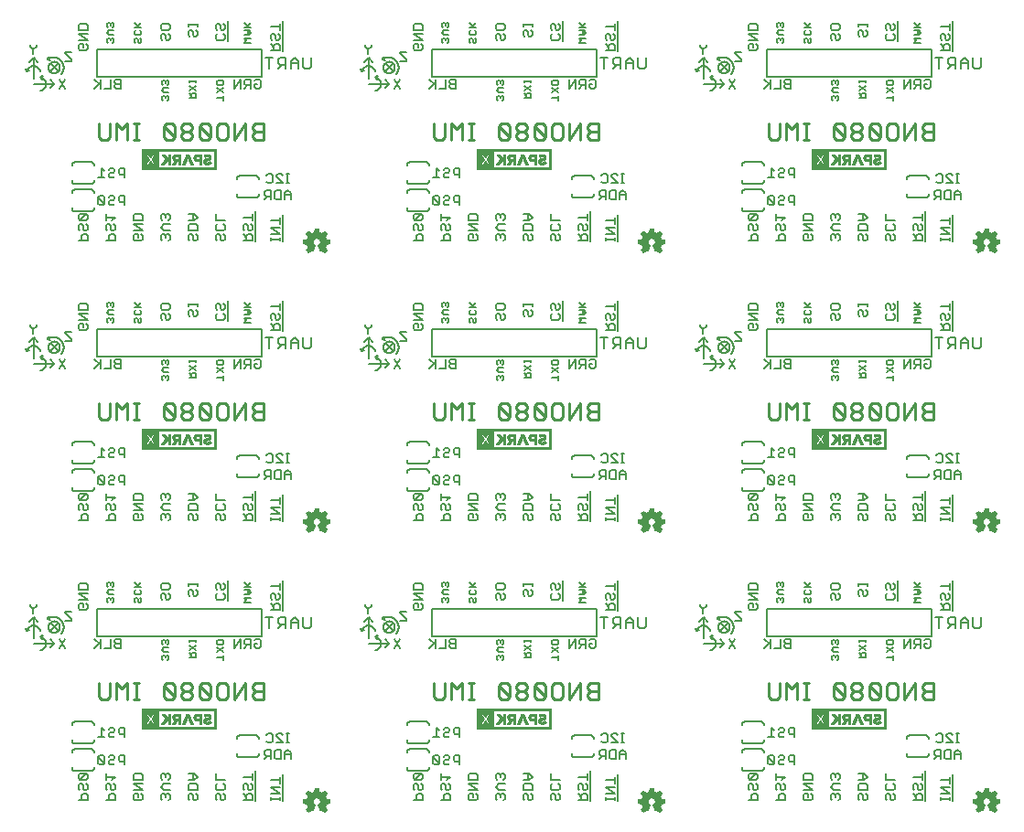
<source format=gbo>
G75*
%MOIN*%
%OFA0B0*%
%FSLAX25Y25*%
%IPPOS*%
%LPD*%
%AMOC8*
5,1,8,0,0,1.08239X$1,22.5*
%
%ADD10C,0.00600*%
%ADD11C,0.00800*%
%ADD12C,0.01100*%
%ADD13C,0.00500*%
%ADD14C,0.00700*%
%ADD15C,0.00299*%
%ADD16C,0.00039*%
D10*
X0043800Y0104800D02*
X0047203Y0104800D01*
X0047203Y0106501D01*
X0046636Y0107069D01*
X0045501Y0107069D01*
X0044934Y0106501D01*
X0044934Y0104800D01*
X0044367Y0108483D02*
X0043800Y0109050D01*
X0043800Y0110185D01*
X0044367Y0110752D01*
X0044934Y0110752D01*
X0045501Y0110185D01*
X0045501Y0109050D01*
X0046069Y0108483D01*
X0046636Y0108483D01*
X0047203Y0109050D01*
X0047203Y0110185D01*
X0046636Y0110752D01*
X0046636Y0112166D02*
X0047203Y0112733D01*
X0047203Y0113868D01*
X0046636Y0114435D01*
X0044367Y0112166D01*
X0043800Y0112733D01*
X0043800Y0113868D01*
X0044367Y0114435D01*
X0046636Y0114435D01*
X0046636Y0112166D02*
X0044367Y0112166D01*
X0051090Y0118367D02*
X0051657Y0117800D01*
X0052791Y0117800D01*
X0053358Y0118367D01*
X0051090Y0120636D01*
X0051090Y0118367D01*
X0053358Y0118367D02*
X0053358Y0120636D01*
X0052791Y0121203D01*
X0051657Y0121203D01*
X0051090Y0120636D01*
X0054773Y0120636D02*
X0055340Y0121203D01*
X0056474Y0121203D01*
X0057042Y0120636D01*
X0057042Y0120069D01*
X0056474Y0119501D01*
X0055340Y0119501D01*
X0054773Y0118934D01*
X0054773Y0118367D01*
X0055340Y0117800D01*
X0056474Y0117800D01*
X0057042Y0118367D01*
X0058456Y0119501D02*
X0059023Y0118934D01*
X0060725Y0118934D01*
X0060725Y0117800D02*
X0060725Y0121203D01*
X0059023Y0121203D01*
X0058456Y0120636D01*
X0058456Y0119501D01*
X0053800Y0114435D02*
X0053800Y0112166D01*
X0053800Y0113301D02*
X0057203Y0113301D01*
X0056069Y0112166D01*
X0056636Y0110752D02*
X0057203Y0110185D01*
X0057203Y0109050D01*
X0056636Y0108483D01*
X0056069Y0108483D01*
X0055501Y0109050D01*
X0055501Y0110185D01*
X0054934Y0110752D01*
X0054367Y0110752D01*
X0053800Y0110185D01*
X0053800Y0109050D01*
X0054367Y0108483D01*
X0055501Y0107069D02*
X0054934Y0106501D01*
X0054934Y0104800D01*
X0053800Y0104800D02*
X0057203Y0104800D01*
X0057203Y0106501D01*
X0056636Y0107069D01*
X0055501Y0107069D01*
X0063800Y0106501D02*
X0064367Y0107069D01*
X0065501Y0107069D01*
X0065501Y0105934D01*
X0064367Y0104800D02*
X0063800Y0105367D01*
X0063800Y0106501D01*
X0064367Y0104800D02*
X0066636Y0104800D01*
X0067203Y0105367D01*
X0067203Y0106501D01*
X0066636Y0107069D01*
X0067203Y0108483D02*
X0063800Y0110752D01*
X0067203Y0110752D01*
X0067203Y0112166D02*
X0067203Y0113868D01*
X0066636Y0114435D01*
X0064367Y0114435D01*
X0063800Y0113868D01*
X0063800Y0112166D01*
X0067203Y0112166D01*
X0067203Y0108483D02*
X0063800Y0108483D01*
X0073800Y0109617D02*
X0074934Y0108483D01*
X0077203Y0108483D01*
X0076636Y0107069D02*
X0076069Y0107069D01*
X0075501Y0106501D01*
X0074934Y0107069D01*
X0074367Y0107069D01*
X0073800Y0106501D01*
X0073800Y0105367D01*
X0074367Y0104800D01*
X0075501Y0105934D02*
X0075501Y0106501D01*
X0076636Y0107069D02*
X0077203Y0106501D01*
X0077203Y0105367D01*
X0076636Y0104800D01*
X0083800Y0105367D02*
X0084367Y0104800D01*
X0083800Y0105367D02*
X0083800Y0106501D01*
X0084367Y0107069D01*
X0084934Y0107069D01*
X0085501Y0106501D01*
X0085501Y0105367D01*
X0086069Y0104800D01*
X0086636Y0104800D01*
X0087203Y0105367D01*
X0087203Y0106501D01*
X0086636Y0107069D01*
X0087203Y0108483D02*
X0087203Y0110185D01*
X0086636Y0110752D01*
X0084367Y0110752D01*
X0083800Y0110185D01*
X0083800Y0108483D01*
X0087203Y0108483D01*
X0086069Y0112166D02*
X0083800Y0112166D01*
X0085501Y0112166D02*
X0085501Y0114435D01*
X0086069Y0114435D02*
X0083800Y0114435D01*
X0086069Y0114435D02*
X0087203Y0113301D01*
X0086069Y0112166D01*
X0093800Y0112166D02*
X0093800Y0114435D01*
X0093800Y0112166D02*
X0097203Y0112166D01*
X0096636Y0110752D02*
X0097203Y0110185D01*
X0097203Y0109050D01*
X0096636Y0108483D01*
X0094367Y0108483D01*
X0093800Y0109050D01*
X0093800Y0110185D01*
X0094367Y0110752D01*
X0094367Y0107069D02*
X0093800Y0106501D01*
X0093800Y0105367D01*
X0094367Y0104800D01*
X0095501Y0105367D02*
X0096069Y0104800D01*
X0096636Y0104800D01*
X0097203Y0105367D01*
X0097203Y0106501D01*
X0096636Y0107069D01*
X0095501Y0106501D02*
X0094934Y0107069D01*
X0094367Y0107069D01*
X0095501Y0106501D02*
X0095501Y0105367D01*
X0103800Y0104800D02*
X0107203Y0104800D01*
X0107203Y0106501D01*
X0106636Y0107069D01*
X0105501Y0107069D01*
X0104934Y0106501D01*
X0104934Y0104800D01*
X0104934Y0105934D02*
X0103800Y0107069D01*
X0104367Y0108483D02*
X0103800Y0109050D01*
X0103800Y0110185D01*
X0104367Y0110752D01*
X0104934Y0110752D01*
X0105501Y0110185D01*
X0105501Y0109050D01*
X0106069Y0108483D01*
X0106636Y0108483D01*
X0107203Y0109050D01*
X0107203Y0110185D01*
X0106636Y0110752D01*
X0107203Y0112166D02*
X0107203Y0114435D01*
X0107203Y0113301D02*
X0103800Y0113301D01*
X0108400Y0115549D02*
X0108400Y0104500D01*
X0113800Y0104800D02*
X0113800Y0105934D01*
X0113800Y0105367D02*
X0117203Y0105367D01*
X0117203Y0104800D02*
X0117203Y0105934D01*
X0117203Y0107255D02*
X0113800Y0109524D01*
X0117203Y0109524D01*
X0117203Y0110939D02*
X0117203Y0113207D01*
X0117203Y0112073D02*
X0113800Y0112073D01*
X0113800Y0107255D02*
X0117203Y0107255D01*
X0118400Y0104500D02*
X0118400Y0114322D01*
X0118956Y0119800D02*
X0118956Y0122069D01*
X0120090Y0123203D01*
X0121225Y0122069D01*
X0121225Y0119800D01*
X0121225Y0121501D02*
X0118956Y0121501D01*
X0117542Y0119800D02*
X0115840Y0119800D01*
X0115273Y0120367D01*
X0115273Y0122636D01*
X0115840Y0123203D01*
X0117542Y0123203D01*
X0117542Y0119800D01*
X0113858Y0119800D02*
X0113858Y0123203D01*
X0112157Y0123203D01*
X0111590Y0122636D01*
X0111590Y0121501D01*
X0112157Y0120934D01*
X0113858Y0120934D01*
X0112724Y0120934D02*
X0111590Y0119800D01*
X0112771Y0125800D02*
X0112204Y0126367D01*
X0112771Y0125800D02*
X0113905Y0125800D01*
X0114472Y0126367D01*
X0114472Y0128636D01*
X0113905Y0129203D01*
X0112771Y0129203D01*
X0112204Y0128636D01*
X0115887Y0128636D02*
X0116454Y0129203D01*
X0117588Y0129203D01*
X0118155Y0128636D01*
X0119477Y0129203D02*
X0120611Y0129203D01*
X0120044Y0129203D02*
X0120044Y0125800D01*
X0120611Y0125800D02*
X0119477Y0125800D01*
X0118155Y0125800D02*
X0115887Y0128069D01*
X0115887Y0128636D01*
X0115887Y0125800D02*
X0118155Y0125800D01*
X0109633Y0160300D02*
X0108499Y0160300D01*
X0107931Y0160867D01*
X0107931Y0162001D01*
X0109066Y0162001D01*
X0110200Y0160867D02*
X0110200Y0163136D01*
X0109633Y0163703D01*
X0108499Y0163703D01*
X0107931Y0163136D01*
X0106517Y0163703D02*
X0104815Y0163703D01*
X0104248Y0163136D01*
X0104248Y0162001D01*
X0104815Y0161434D01*
X0106517Y0161434D01*
X0106517Y0160300D02*
X0106517Y0163703D01*
X0105383Y0161434D02*
X0104248Y0160300D01*
X0102834Y0160300D02*
X0102834Y0163703D01*
X0100565Y0160300D01*
X0100565Y0163703D01*
X0109633Y0160300D02*
X0110200Y0160867D01*
X0110500Y0164500D02*
X0110500Y0174500D01*
X0050500Y0174500D01*
X0050500Y0164500D01*
X0110500Y0164500D01*
X0113800Y0174251D02*
X0117203Y0174251D01*
X0117203Y0175952D01*
X0116636Y0176519D01*
X0115501Y0176519D01*
X0114934Y0175952D01*
X0114934Y0174251D01*
X0114934Y0175385D02*
X0113800Y0176519D01*
X0114367Y0177934D02*
X0113800Y0178501D01*
X0113800Y0179635D01*
X0114367Y0180202D01*
X0114934Y0180202D01*
X0115501Y0179635D01*
X0115501Y0178501D01*
X0116069Y0177934D01*
X0116636Y0177934D01*
X0117203Y0178501D01*
X0117203Y0179635D01*
X0116636Y0180202D01*
X0117203Y0181617D02*
X0117203Y0183885D01*
X0117203Y0182751D02*
X0113800Y0182751D01*
X0118400Y0185000D02*
X0118400Y0173951D01*
X0098400Y0177634D02*
X0098400Y0185000D01*
X0097203Y0183318D02*
X0097203Y0182184D01*
X0096636Y0181617D01*
X0096069Y0181617D01*
X0095501Y0182184D01*
X0095501Y0183318D01*
X0094934Y0183885D01*
X0094367Y0183885D01*
X0093800Y0183318D01*
X0093800Y0182184D01*
X0094367Y0181617D01*
X0094367Y0180202D02*
X0093800Y0179635D01*
X0093800Y0178501D01*
X0094367Y0177934D01*
X0096636Y0177934D01*
X0097203Y0178501D01*
X0097203Y0179635D01*
X0096636Y0180202D01*
X0097203Y0183318D02*
X0096636Y0183885D01*
X0087203Y0183979D02*
X0087203Y0182845D01*
X0087203Y0183412D02*
X0083800Y0183412D01*
X0083800Y0182845D02*
X0083800Y0183979D01*
X0084367Y0181430D02*
X0083800Y0180863D01*
X0083800Y0179729D01*
X0084367Y0179161D01*
X0085501Y0179729D02*
X0085501Y0180863D01*
X0084934Y0181430D01*
X0084367Y0181430D01*
X0085501Y0179729D02*
X0086069Y0179161D01*
X0086636Y0179161D01*
X0087203Y0179729D01*
X0087203Y0180863D01*
X0086636Y0181430D01*
X0077203Y0182184D02*
X0076636Y0181617D01*
X0074367Y0181617D01*
X0073800Y0182184D01*
X0073800Y0183318D01*
X0074367Y0183885D01*
X0076636Y0183885D01*
X0077203Y0183318D01*
X0077203Y0182184D01*
X0076636Y0180202D02*
X0077203Y0179635D01*
X0077203Y0178501D01*
X0076636Y0177934D01*
X0076069Y0177934D01*
X0075501Y0178501D01*
X0075501Y0179635D01*
X0074934Y0180202D01*
X0074367Y0180202D01*
X0073800Y0179635D01*
X0073800Y0178501D01*
X0074367Y0177934D01*
X0059200Y0163703D02*
X0057499Y0163703D01*
X0056931Y0163136D01*
X0056931Y0162569D01*
X0057499Y0162001D01*
X0059200Y0162001D01*
X0059200Y0160300D02*
X0059200Y0163703D01*
X0057499Y0162001D02*
X0056931Y0161434D01*
X0056931Y0160867D01*
X0057499Y0160300D01*
X0059200Y0160300D01*
X0055517Y0160300D02*
X0055517Y0163703D01*
X0055517Y0160300D02*
X0053248Y0160300D01*
X0051834Y0160300D02*
X0051834Y0163703D01*
X0051267Y0162001D02*
X0049565Y0160300D01*
X0051834Y0161434D02*
X0049565Y0163703D01*
X0039042Y0163703D02*
X0036773Y0160300D01*
X0039042Y0160300D02*
X0036773Y0163703D01*
X0039073Y0170300D02*
X0041342Y0170300D01*
X0041342Y0170867D01*
X0039073Y0173136D01*
X0039073Y0173703D01*
X0041342Y0173703D01*
X0043800Y0174818D02*
X0043800Y0175952D01*
X0044367Y0176519D01*
X0045501Y0176519D01*
X0045501Y0175385D01*
X0044367Y0174251D02*
X0043800Y0174818D01*
X0044367Y0174251D02*
X0046636Y0174251D01*
X0047203Y0174818D01*
X0047203Y0175952D01*
X0046636Y0176519D01*
X0047203Y0177934D02*
X0043800Y0177934D01*
X0043800Y0180202D02*
X0047203Y0180202D01*
X0047203Y0181617D02*
X0047203Y0183318D01*
X0046636Y0183885D01*
X0044367Y0183885D01*
X0043800Y0183318D01*
X0043800Y0181617D01*
X0047203Y0181617D01*
X0047203Y0177934D02*
X0043800Y0180202D01*
X0028542Y0176203D02*
X0028542Y0175636D01*
X0027407Y0174501D01*
X0027407Y0172800D01*
X0027407Y0174501D02*
X0026273Y0175636D01*
X0026273Y0176203D01*
X0043800Y0206800D02*
X0047203Y0206800D01*
X0047203Y0208501D01*
X0046636Y0209069D01*
X0045501Y0209069D01*
X0044934Y0208501D01*
X0044934Y0206800D01*
X0044367Y0210483D02*
X0043800Y0211050D01*
X0043800Y0212185D01*
X0044367Y0212752D01*
X0044934Y0212752D01*
X0045501Y0212185D01*
X0045501Y0211050D01*
X0046069Y0210483D01*
X0046636Y0210483D01*
X0047203Y0211050D01*
X0047203Y0212185D01*
X0046636Y0212752D01*
X0046636Y0214166D02*
X0047203Y0214733D01*
X0047203Y0215868D01*
X0046636Y0216435D01*
X0044367Y0214166D01*
X0043800Y0214733D01*
X0043800Y0215868D01*
X0044367Y0216435D01*
X0046636Y0216435D01*
X0046636Y0214166D02*
X0044367Y0214166D01*
X0051090Y0220367D02*
X0051657Y0219800D01*
X0052791Y0219800D01*
X0053358Y0220367D01*
X0051090Y0222636D01*
X0051090Y0220367D01*
X0053358Y0220367D02*
X0053358Y0222636D01*
X0052791Y0223203D01*
X0051657Y0223203D01*
X0051090Y0222636D01*
X0054773Y0222636D02*
X0055340Y0223203D01*
X0056474Y0223203D01*
X0057042Y0222636D01*
X0057042Y0222069D01*
X0056474Y0221501D01*
X0055340Y0221501D01*
X0054773Y0220934D01*
X0054773Y0220367D01*
X0055340Y0219800D01*
X0056474Y0219800D01*
X0057042Y0220367D01*
X0058456Y0221501D02*
X0059023Y0220934D01*
X0060725Y0220934D01*
X0060725Y0219800D02*
X0060725Y0223203D01*
X0059023Y0223203D01*
X0058456Y0222636D01*
X0058456Y0221501D01*
X0057203Y0215301D02*
X0053800Y0215301D01*
X0053800Y0216435D02*
X0053800Y0214166D01*
X0054367Y0212752D02*
X0053800Y0212185D01*
X0053800Y0211050D01*
X0054367Y0210483D01*
X0055501Y0211050D02*
X0055501Y0212185D01*
X0054934Y0212752D01*
X0054367Y0212752D01*
X0055501Y0211050D02*
X0056069Y0210483D01*
X0056636Y0210483D01*
X0057203Y0211050D01*
X0057203Y0212185D01*
X0056636Y0212752D01*
X0056069Y0214166D02*
X0057203Y0215301D01*
X0063800Y0215868D02*
X0063800Y0214166D01*
X0067203Y0214166D01*
X0067203Y0215868D01*
X0066636Y0216435D01*
X0064367Y0216435D01*
X0063800Y0215868D01*
X0063800Y0212752D02*
X0067203Y0212752D01*
X0067203Y0210483D02*
X0063800Y0212752D01*
X0063800Y0210483D02*
X0067203Y0210483D01*
X0066636Y0209069D02*
X0067203Y0208501D01*
X0067203Y0207367D01*
X0066636Y0206800D01*
X0064367Y0206800D01*
X0063800Y0207367D01*
X0063800Y0208501D01*
X0064367Y0209069D01*
X0065501Y0209069D01*
X0065501Y0207934D01*
X0057203Y0208501D02*
X0056636Y0209069D01*
X0055501Y0209069D01*
X0054934Y0208501D01*
X0054934Y0206800D01*
X0053800Y0206800D02*
X0057203Y0206800D01*
X0057203Y0208501D01*
X0073800Y0208501D02*
X0073800Y0207367D01*
X0074367Y0206800D01*
X0075501Y0207934D02*
X0075501Y0208501D01*
X0074934Y0209069D01*
X0074367Y0209069D01*
X0073800Y0208501D01*
X0075501Y0208501D02*
X0076069Y0209069D01*
X0076636Y0209069D01*
X0077203Y0208501D01*
X0077203Y0207367D01*
X0076636Y0206800D01*
X0077203Y0210483D02*
X0074934Y0210483D01*
X0073800Y0211617D01*
X0074934Y0212752D01*
X0077203Y0212752D01*
X0076636Y0214166D02*
X0077203Y0214733D01*
X0077203Y0215868D01*
X0076636Y0216435D01*
X0076069Y0216435D01*
X0075501Y0215868D01*
X0074934Y0216435D01*
X0074367Y0216435D01*
X0073800Y0215868D01*
X0073800Y0214733D01*
X0074367Y0214166D01*
X0075501Y0215301D02*
X0075501Y0215868D01*
X0083800Y0216435D02*
X0086069Y0216435D01*
X0087203Y0215301D01*
X0086069Y0214166D01*
X0083800Y0214166D01*
X0084367Y0212752D02*
X0086636Y0212752D01*
X0087203Y0212185D01*
X0087203Y0210483D01*
X0083800Y0210483D01*
X0083800Y0212185D01*
X0084367Y0212752D01*
X0085501Y0214166D02*
X0085501Y0216435D01*
X0093800Y0216435D02*
X0093800Y0214166D01*
X0097203Y0214166D01*
X0096636Y0212752D02*
X0097203Y0212185D01*
X0097203Y0211050D01*
X0096636Y0210483D01*
X0094367Y0210483D01*
X0093800Y0211050D01*
X0093800Y0212185D01*
X0094367Y0212752D01*
X0094367Y0209069D02*
X0093800Y0208501D01*
X0093800Y0207367D01*
X0094367Y0206800D01*
X0095501Y0207367D02*
X0095501Y0208501D01*
X0094934Y0209069D01*
X0094367Y0209069D01*
X0095501Y0207367D02*
X0096069Y0206800D01*
X0096636Y0206800D01*
X0097203Y0207367D01*
X0097203Y0208501D01*
X0096636Y0209069D01*
X0103800Y0209069D02*
X0104934Y0207934D01*
X0104934Y0208501D02*
X0104934Y0206800D01*
X0103800Y0206800D02*
X0107203Y0206800D01*
X0107203Y0208501D01*
X0106636Y0209069D01*
X0105501Y0209069D01*
X0104934Y0208501D01*
X0104367Y0210483D02*
X0103800Y0211050D01*
X0103800Y0212185D01*
X0104367Y0212752D01*
X0104934Y0212752D01*
X0105501Y0212185D01*
X0105501Y0211050D01*
X0106069Y0210483D01*
X0106636Y0210483D01*
X0107203Y0211050D01*
X0107203Y0212185D01*
X0106636Y0212752D01*
X0107203Y0214166D02*
X0107203Y0216435D01*
X0107203Y0215301D02*
X0103800Y0215301D01*
X0108400Y0217549D02*
X0108400Y0206500D01*
X0113800Y0206800D02*
X0113800Y0207934D01*
X0113800Y0207367D02*
X0117203Y0207367D01*
X0117203Y0206800D02*
X0117203Y0207934D01*
X0117203Y0209255D02*
X0113800Y0211524D01*
X0117203Y0211524D01*
X0117203Y0212939D02*
X0117203Y0215207D01*
X0117203Y0214073D02*
X0113800Y0214073D01*
X0113800Y0209255D02*
X0117203Y0209255D01*
X0118400Y0206500D02*
X0118400Y0216322D01*
X0118956Y0221800D02*
X0118956Y0224069D01*
X0120090Y0225203D01*
X0121225Y0224069D01*
X0121225Y0221800D01*
X0121225Y0223501D02*
X0118956Y0223501D01*
X0117542Y0221800D02*
X0117542Y0225203D01*
X0115840Y0225203D01*
X0115273Y0224636D01*
X0115273Y0222367D01*
X0115840Y0221800D01*
X0117542Y0221800D01*
X0113858Y0221800D02*
X0113858Y0225203D01*
X0112157Y0225203D01*
X0111590Y0224636D01*
X0111590Y0223501D01*
X0112157Y0222934D01*
X0113858Y0222934D01*
X0112724Y0222934D02*
X0111590Y0221800D01*
X0112771Y0227800D02*
X0112204Y0228367D01*
X0112771Y0227800D02*
X0113905Y0227800D01*
X0114472Y0228367D01*
X0114472Y0230636D01*
X0113905Y0231203D01*
X0112771Y0231203D01*
X0112204Y0230636D01*
X0115887Y0230636D02*
X0116454Y0231203D01*
X0117588Y0231203D01*
X0118155Y0230636D01*
X0119477Y0231203D02*
X0120611Y0231203D01*
X0120044Y0231203D02*
X0120044Y0227800D01*
X0120611Y0227800D02*
X0119477Y0227800D01*
X0118155Y0227800D02*
X0115887Y0230069D01*
X0115887Y0230636D01*
X0115887Y0227800D02*
X0118155Y0227800D01*
X0109633Y0262300D02*
X0108499Y0262300D01*
X0107931Y0262867D01*
X0107931Y0264001D01*
X0109066Y0264001D01*
X0110200Y0262867D02*
X0109633Y0262300D01*
X0110200Y0262867D02*
X0110200Y0265136D01*
X0109633Y0265703D01*
X0108499Y0265703D01*
X0107931Y0265136D01*
X0106517Y0265703D02*
X0104815Y0265703D01*
X0104248Y0265136D01*
X0104248Y0264001D01*
X0104815Y0263434D01*
X0106517Y0263434D01*
X0106517Y0262300D02*
X0106517Y0265703D01*
X0105383Y0263434D02*
X0104248Y0262300D01*
X0102834Y0262300D02*
X0102834Y0265703D01*
X0100565Y0262300D01*
X0100565Y0265703D01*
X0110500Y0266500D02*
X0110500Y0276500D01*
X0050500Y0276500D01*
X0050500Y0266500D01*
X0110500Y0266500D01*
X0113800Y0276251D02*
X0117203Y0276251D01*
X0117203Y0277952D01*
X0116636Y0278519D01*
X0115501Y0278519D01*
X0114934Y0277952D01*
X0114934Y0276251D01*
X0114934Y0277385D02*
X0113800Y0278519D01*
X0114367Y0279934D02*
X0113800Y0280501D01*
X0113800Y0281635D01*
X0114367Y0282202D01*
X0114934Y0282202D01*
X0115501Y0281635D01*
X0115501Y0280501D01*
X0116069Y0279934D01*
X0116636Y0279934D01*
X0117203Y0280501D01*
X0117203Y0281635D01*
X0116636Y0282202D01*
X0117203Y0283617D02*
X0117203Y0285885D01*
X0117203Y0284751D02*
X0113800Y0284751D01*
X0118400Y0287000D02*
X0118400Y0275951D01*
X0098400Y0279634D02*
X0098400Y0287000D01*
X0097203Y0285318D02*
X0097203Y0284184D01*
X0096636Y0283617D01*
X0096069Y0283617D01*
X0095501Y0284184D01*
X0095501Y0285318D01*
X0094934Y0285885D01*
X0094367Y0285885D01*
X0093800Y0285318D01*
X0093800Y0284184D01*
X0094367Y0283617D01*
X0094367Y0282202D02*
X0093800Y0281635D01*
X0093800Y0280501D01*
X0094367Y0279934D01*
X0096636Y0279934D01*
X0097203Y0280501D01*
X0097203Y0281635D01*
X0096636Y0282202D01*
X0097203Y0285318D02*
X0096636Y0285885D01*
X0087203Y0285979D02*
X0087203Y0284845D01*
X0087203Y0285412D02*
X0083800Y0285412D01*
X0083800Y0284845D02*
X0083800Y0285979D01*
X0084367Y0283430D02*
X0083800Y0282863D01*
X0083800Y0281729D01*
X0084367Y0281161D01*
X0085501Y0281729D02*
X0085501Y0282863D01*
X0084934Y0283430D01*
X0084367Y0283430D01*
X0085501Y0281729D02*
X0086069Y0281161D01*
X0086636Y0281161D01*
X0087203Y0281729D01*
X0087203Y0282863D01*
X0086636Y0283430D01*
X0077203Y0284184D02*
X0076636Y0283617D01*
X0074367Y0283617D01*
X0073800Y0284184D01*
X0073800Y0285318D01*
X0074367Y0285885D01*
X0076636Y0285885D01*
X0077203Y0285318D01*
X0077203Y0284184D01*
X0076636Y0282202D02*
X0077203Y0281635D01*
X0077203Y0280501D01*
X0076636Y0279934D01*
X0076069Y0279934D01*
X0075501Y0280501D01*
X0075501Y0281635D01*
X0074934Y0282202D01*
X0074367Y0282202D01*
X0073800Y0281635D01*
X0073800Y0280501D01*
X0074367Y0279934D01*
X0059200Y0265703D02*
X0057499Y0265703D01*
X0056931Y0265136D01*
X0056931Y0264569D01*
X0057499Y0264001D01*
X0059200Y0264001D01*
X0059200Y0262300D02*
X0059200Y0265703D01*
X0057499Y0264001D02*
X0056931Y0263434D01*
X0056931Y0262867D01*
X0057499Y0262300D01*
X0059200Y0262300D01*
X0055517Y0262300D02*
X0055517Y0265703D01*
X0055517Y0262300D02*
X0053248Y0262300D01*
X0051834Y0262300D02*
X0051834Y0265703D01*
X0051267Y0264001D02*
X0049565Y0262300D01*
X0051834Y0263434D02*
X0049565Y0265703D01*
X0039042Y0265703D02*
X0036773Y0262300D01*
X0039042Y0262300D02*
X0036773Y0265703D01*
X0039073Y0272300D02*
X0041342Y0272300D01*
X0041342Y0272867D01*
X0039073Y0275136D01*
X0039073Y0275703D01*
X0041342Y0275703D01*
X0043800Y0276818D02*
X0043800Y0277952D01*
X0044367Y0278519D01*
X0045501Y0278519D01*
X0045501Y0277385D01*
X0044367Y0276251D02*
X0043800Y0276818D01*
X0044367Y0276251D02*
X0046636Y0276251D01*
X0047203Y0276818D01*
X0047203Y0277952D01*
X0046636Y0278519D01*
X0047203Y0279934D02*
X0043800Y0279934D01*
X0043800Y0282202D02*
X0047203Y0282202D01*
X0047203Y0283617D02*
X0047203Y0285318D01*
X0046636Y0285885D01*
X0044367Y0285885D01*
X0043800Y0285318D01*
X0043800Y0283617D01*
X0047203Y0283617D01*
X0047203Y0279934D02*
X0043800Y0282202D01*
X0028542Y0278203D02*
X0028542Y0277636D01*
X0027407Y0276501D01*
X0027407Y0274800D01*
X0027407Y0276501D02*
X0026273Y0277636D01*
X0026273Y0278203D01*
X0043800Y0308800D02*
X0047203Y0308800D01*
X0047203Y0310501D01*
X0046636Y0311069D01*
X0045501Y0311069D01*
X0044934Y0310501D01*
X0044934Y0308800D01*
X0044367Y0312483D02*
X0043800Y0313050D01*
X0043800Y0314185D01*
X0044367Y0314752D01*
X0044934Y0314752D01*
X0045501Y0314185D01*
X0045501Y0313050D01*
X0046069Y0312483D01*
X0046636Y0312483D01*
X0047203Y0313050D01*
X0047203Y0314185D01*
X0046636Y0314752D01*
X0046636Y0316166D02*
X0047203Y0316733D01*
X0047203Y0317868D01*
X0046636Y0318435D01*
X0044367Y0316166D01*
X0043800Y0316733D01*
X0043800Y0317868D01*
X0044367Y0318435D01*
X0046636Y0318435D01*
X0046636Y0316166D02*
X0044367Y0316166D01*
X0051090Y0322367D02*
X0051657Y0321800D01*
X0052791Y0321800D01*
X0053358Y0322367D01*
X0051090Y0324636D01*
X0051090Y0322367D01*
X0053358Y0322367D02*
X0053358Y0324636D01*
X0052791Y0325203D01*
X0051657Y0325203D01*
X0051090Y0324636D01*
X0054773Y0324636D02*
X0055340Y0325203D01*
X0056474Y0325203D01*
X0057042Y0324636D01*
X0057042Y0324069D01*
X0056474Y0323501D01*
X0055340Y0323501D01*
X0054773Y0322934D01*
X0054773Y0322367D01*
X0055340Y0321800D01*
X0056474Y0321800D01*
X0057042Y0322367D01*
X0058456Y0323501D02*
X0059023Y0322934D01*
X0060725Y0322934D01*
X0060725Y0321800D02*
X0060725Y0325203D01*
X0059023Y0325203D01*
X0058456Y0324636D01*
X0058456Y0323501D01*
X0057203Y0317301D02*
X0053800Y0317301D01*
X0053800Y0318435D02*
X0053800Y0316166D01*
X0054367Y0314752D02*
X0053800Y0314185D01*
X0053800Y0313050D01*
X0054367Y0312483D01*
X0055501Y0313050D02*
X0055501Y0314185D01*
X0054934Y0314752D01*
X0054367Y0314752D01*
X0055501Y0313050D02*
X0056069Y0312483D01*
X0056636Y0312483D01*
X0057203Y0313050D01*
X0057203Y0314185D01*
X0056636Y0314752D01*
X0056069Y0316166D02*
X0057203Y0317301D01*
X0056636Y0311069D02*
X0055501Y0311069D01*
X0054934Y0310501D01*
X0054934Y0308800D01*
X0053800Y0308800D02*
X0057203Y0308800D01*
X0057203Y0310501D01*
X0056636Y0311069D01*
X0063800Y0310501D02*
X0064367Y0311069D01*
X0065501Y0311069D01*
X0065501Y0309934D01*
X0064367Y0308800D02*
X0063800Y0309367D01*
X0063800Y0310501D01*
X0064367Y0308800D02*
X0066636Y0308800D01*
X0067203Y0309367D01*
X0067203Y0310501D01*
X0066636Y0311069D01*
X0067203Y0312483D02*
X0063800Y0314752D01*
X0067203Y0314752D01*
X0067203Y0316166D02*
X0063800Y0316166D01*
X0063800Y0317868D01*
X0064367Y0318435D01*
X0066636Y0318435D01*
X0067203Y0317868D01*
X0067203Y0316166D01*
X0067203Y0312483D02*
X0063800Y0312483D01*
X0073800Y0313617D02*
X0074934Y0314752D01*
X0077203Y0314752D01*
X0076636Y0316166D02*
X0077203Y0316733D01*
X0077203Y0317868D01*
X0076636Y0318435D01*
X0076069Y0318435D01*
X0075501Y0317868D01*
X0074934Y0318435D01*
X0074367Y0318435D01*
X0073800Y0317868D01*
X0073800Y0316733D01*
X0074367Y0316166D01*
X0075501Y0317301D02*
X0075501Y0317868D01*
X0073800Y0313617D02*
X0074934Y0312483D01*
X0077203Y0312483D01*
X0076636Y0311069D02*
X0076069Y0311069D01*
X0075501Y0310501D01*
X0074934Y0311069D01*
X0074367Y0311069D01*
X0073800Y0310501D01*
X0073800Y0309367D01*
X0074367Y0308800D01*
X0075501Y0309934D02*
X0075501Y0310501D01*
X0076636Y0311069D02*
X0077203Y0310501D01*
X0077203Y0309367D01*
X0076636Y0308800D01*
X0083800Y0309367D02*
X0084367Y0308800D01*
X0083800Y0309367D02*
X0083800Y0310501D01*
X0084367Y0311069D01*
X0084934Y0311069D01*
X0085501Y0310501D01*
X0085501Y0309367D01*
X0086069Y0308800D01*
X0086636Y0308800D01*
X0087203Y0309367D01*
X0087203Y0310501D01*
X0086636Y0311069D01*
X0087203Y0312483D02*
X0087203Y0314185D01*
X0086636Y0314752D01*
X0084367Y0314752D01*
X0083800Y0314185D01*
X0083800Y0312483D01*
X0087203Y0312483D01*
X0086069Y0316166D02*
X0083800Y0316166D01*
X0085501Y0316166D02*
X0085501Y0318435D01*
X0086069Y0318435D02*
X0083800Y0318435D01*
X0086069Y0318435D02*
X0087203Y0317301D01*
X0086069Y0316166D01*
X0093800Y0316166D02*
X0093800Y0318435D01*
X0093800Y0316166D02*
X0097203Y0316166D01*
X0096636Y0314752D02*
X0097203Y0314185D01*
X0097203Y0313050D01*
X0096636Y0312483D01*
X0094367Y0312483D01*
X0093800Y0313050D01*
X0093800Y0314185D01*
X0094367Y0314752D01*
X0094367Y0311069D02*
X0093800Y0310501D01*
X0093800Y0309367D01*
X0094367Y0308800D01*
X0095501Y0309367D02*
X0095501Y0310501D01*
X0094934Y0311069D01*
X0094367Y0311069D01*
X0095501Y0309367D02*
X0096069Y0308800D01*
X0096636Y0308800D01*
X0097203Y0309367D01*
X0097203Y0310501D01*
X0096636Y0311069D01*
X0103800Y0311069D02*
X0104934Y0309934D01*
X0104934Y0310501D02*
X0104934Y0308800D01*
X0103800Y0308800D02*
X0107203Y0308800D01*
X0107203Y0310501D01*
X0106636Y0311069D01*
X0105501Y0311069D01*
X0104934Y0310501D01*
X0104367Y0312483D02*
X0103800Y0313050D01*
X0103800Y0314185D01*
X0104367Y0314752D01*
X0104934Y0314752D01*
X0105501Y0314185D01*
X0105501Y0313050D01*
X0106069Y0312483D01*
X0106636Y0312483D01*
X0107203Y0313050D01*
X0107203Y0314185D01*
X0106636Y0314752D01*
X0107203Y0316166D02*
X0107203Y0318435D01*
X0107203Y0317301D02*
X0103800Y0317301D01*
X0108400Y0319549D02*
X0108400Y0308500D01*
X0113800Y0308800D02*
X0113800Y0309934D01*
X0113800Y0309367D02*
X0117203Y0309367D01*
X0117203Y0308800D02*
X0117203Y0309934D01*
X0117203Y0311255D02*
X0113800Y0313524D01*
X0117203Y0313524D01*
X0117203Y0314939D02*
X0117203Y0317207D01*
X0117203Y0316073D02*
X0113800Y0316073D01*
X0113800Y0311255D02*
X0117203Y0311255D01*
X0118400Y0308500D02*
X0118400Y0318322D01*
X0118956Y0323800D02*
X0118956Y0326069D01*
X0120090Y0327203D01*
X0121225Y0326069D01*
X0121225Y0323800D01*
X0121225Y0325501D02*
X0118956Y0325501D01*
X0117542Y0323800D02*
X0117542Y0327203D01*
X0115840Y0327203D01*
X0115273Y0326636D01*
X0115273Y0324367D01*
X0115840Y0323800D01*
X0117542Y0323800D01*
X0113858Y0323800D02*
X0113858Y0327203D01*
X0112157Y0327203D01*
X0111590Y0326636D01*
X0111590Y0325501D01*
X0112157Y0324934D01*
X0113858Y0324934D01*
X0112724Y0324934D02*
X0111590Y0323800D01*
X0112771Y0329800D02*
X0112204Y0330367D01*
X0112771Y0329800D02*
X0113905Y0329800D01*
X0114472Y0330367D01*
X0114472Y0332636D01*
X0113905Y0333203D01*
X0112771Y0333203D01*
X0112204Y0332636D01*
X0115887Y0332636D02*
X0116454Y0333203D01*
X0117588Y0333203D01*
X0118155Y0332636D01*
X0119477Y0333203D02*
X0120611Y0333203D01*
X0120044Y0333203D02*
X0120044Y0329800D01*
X0120611Y0329800D02*
X0119477Y0329800D01*
X0118155Y0329800D02*
X0115887Y0332069D01*
X0115887Y0332636D01*
X0115887Y0329800D02*
X0118155Y0329800D01*
X0109633Y0364300D02*
X0108499Y0364300D01*
X0107931Y0364867D01*
X0107931Y0366001D01*
X0109066Y0366001D01*
X0110200Y0364867D02*
X0109633Y0364300D01*
X0110200Y0364867D02*
X0110200Y0367136D01*
X0109633Y0367703D01*
X0108499Y0367703D01*
X0107931Y0367136D01*
X0106517Y0367703D02*
X0104815Y0367703D01*
X0104248Y0367136D01*
X0104248Y0366001D01*
X0104815Y0365434D01*
X0106517Y0365434D01*
X0106517Y0364300D02*
X0106517Y0367703D01*
X0105383Y0365434D02*
X0104248Y0364300D01*
X0102834Y0364300D02*
X0102834Y0367703D01*
X0100565Y0364300D01*
X0100565Y0367703D01*
X0110500Y0368500D02*
X0110500Y0378500D01*
X0050500Y0378500D01*
X0050500Y0368500D01*
X0110500Y0368500D01*
X0113800Y0378251D02*
X0117203Y0378251D01*
X0117203Y0379952D01*
X0116636Y0380519D01*
X0115501Y0380519D01*
X0114934Y0379952D01*
X0114934Y0378251D01*
X0114934Y0379385D02*
X0113800Y0380519D01*
X0114367Y0381934D02*
X0113800Y0382501D01*
X0113800Y0383635D01*
X0114367Y0384202D01*
X0114934Y0384202D01*
X0115501Y0383635D01*
X0115501Y0382501D01*
X0116069Y0381934D01*
X0116636Y0381934D01*
X0117203Y0382501D01*
X0117203Y0383635D01*
X0116636Y0384202D01*
X0117203Y0385617D02*
X0117203Y0387885D01*
X0117203Y0386751D02*
X0113800Y0386751D01*
X0118400Y0389000D02*
X0118400Y0377951D01*
X0098400Y0381634D02*
X0098400Y0389000D01*
X0097203Y0387318D02*
X0097203Y0386184D01*
X0096636Y0385617D01*
X0096069Y0385617D01*
X0095501Y0386184D01*
X0095501Y0387318D01*
X0094934Y0387885D01*
X0094367Y0387885D01*
X0093800Y0387318D01*
X0093800Y0386184D01*
X0094367Y0385617D01*
X0094367Y0384202D02*
X0093800Y0383635D01*
X0093800Y0382501D01*
X0094367Y0381934D01*
X0096636Y0381934D01*
X0097203Y0382501D01*
X0097203Y0383635D01*
X0096636Y0384202D01*
X0097203Y0387318D02*
X0096636Y0387885D01*
X0087203Y0387979D02*
X0087203Y0386845D01*
X0087203Y0387412D02*
X0083800Y0387412D01*
X0083800Y0386845D02*
X0083800Y0387979D01*
X0084367Y0385430D02*
X0083800Y0384863D01*
X0083800Y0383729D01*
X0084367Y0383161D01*
X0085501Y0383729D02*
X0085501Y0384863D01*
X0084934Y0385430D01*
X0084367Y0385430D01*
X0085501Y0383729D02*
X0086069Y0383161D01*
X0086636Y0383161D01*
X0087203Y0383729D01*
X0087203Y0384863D01*
X0086636Y0385430D01*
X0077203Y0386184D02*
X0076636Y0385617D01*
X0074367Y0385617D01*
X0073800Y0386184D01*
X0073800Y0387318D01*
X0074367Y0387885D01*
X0076636Y0387885D01*
X0077203Y0387318D01*
X0077203Y0386184D01*
X0076636Y0384202D02*
X0077203Y0383635D01*
X0077203Y0382501D01*
X0076636Y0381934D01*
X0076069Y0381934D01*
X0075501Y0382501D01*
X0075501Y0383635D01*
X0074934Y0384202D01*
X0074367Y0384202D01*
X0073800Y0383635D01*
X0073800Y0382501D01*
X0074367Y0381934D01*
X0059200Y0367703D02*
X0057499Y0367703D01*
X0056931Y0367136D01*
X0056931Y0366569D01*
X0057499Y0366001D01*
X0059200Y0366001D01*
X0059200Y0364300D02*
X0057499Y0364300D01*
X0056931Y0364867D01*
X0056931Y0365434D01*
X0057499Y0366001D01*
X0059200Y0364300D02*
X0059200Y0367703D01*
X0055517Y0367703D02*
X0055517Y0364300D01*
X0053248Y0364300D01*
X0051834Y0364300D02*
X0051834Y0367703D01*
X0051267Y0366001D02*
X0049565Y0364300D01*
X0051834Y0365434D02*
X0049565Y0367703D01*
X0039042Y0367703D02*
X0036773Y0364300D01*
X0039042Y0364300D02*
X0036773Y0367703D01*
X0039073Y0374300D02*
X0041342Y0374300D01*
X0041342Y0374867D01*
X0039073Y0377136D01*
X0039073Y0377703D01*
X0041342Y0377703D01*
X0043800Y0378818D02*
X0043800Y0379952D01*
X0044367Y0380519D01*
X0045501Y0380519D01*
X0045501Y0379385D01*
X0044367Y0378251D02*
X0043800Y0378818D01*
X0044367Y0378251D02*
X0046636Y0378251D01*
X0047203Y0378818D01*
X0047203Y0379952D01*
X0046636Y0380519D01*
X0047203Y0381934D02*
X0043800Y0384202D01*
X0047203Y0384202D01*
X0047203Y0385617D02*
X0043800Y0385617D01*
X0043800Y0387318D01*
X0044367Y0387885D01*
X0046636Y0387885D01*
X0047203Y0387318D01*
X0047203Y0385617D01*
X0047203Y0381934D02*
X0043800Y0381934D01*
X0028542Y0380203D02*
X0028542Y0379636D01*
X0027407Y0378501D01*
X0027407Y0376800D01*
X0027407Y0378501D02*
X0026273Y0379636D01*
X0026273Y0380203D01*
X0052224Y0335203D02*
X0052224Y0331800D01*
X0053358Y0331800D02*
X0051090Y0331800D01*
X0053358Y0334069D02*
X0052224Y0335203D01*
X0054773Y0334636D02*
X0055340Y0335203D01*
X0056474Y0335203D01*
X0057042Y0334636D01*
X0057042Y0334069D01*
X0056474Y0333501D01*
X0055340Y0333501D01*
X0054773Y0332934D01*
X0054773Y0332367D01*
X0055340Y0331800D01*
X0056474Y0331800D01*
X0057042Y0332367D01*
X0058456Y0333501D02*
X0059023Y0332934D01*
X0060725Y0332934D01*
X0060725Y0331800D02*
X0060725Y0335203D01*
X0059023Y0335203D01*
X0058456Y0334636D01*
X0058456Y0333501D01*
X0149407Y0376800D02*
X0149407Y0378501D01*
X0148273Y0379636D01*
X0148273Y0380203D01*
X0149407Y0378501D02*
X0150542Y0379636D01*
X0150542Y0380203D01*
X0161073Y0377703D02*
X0161073Y0377136D01*
X0163342Y0374867D01*
X0163342Y0374300D01*
X0161073Y0374300D01*
X0161073Y0377703D02*
X0163342Y0377703D01*
X0165800Y0378818D02*
X0165800Y0379952D01*
X0166367Y0380519D01*
X0167501Y0380519D01*
X0167501Y0379385D01*
X0166367Y0378251D02*
X0165800Y0378818D01*
X0166367Y0378251D02*
X0168636Y0378251D01*
X0169203Y0378818D01*
X0169203Y0379952D01*
X0168636Y0380519D01*
X0169203Y0381934D02*
X0165800Y0384202D01*
X0169203Y0384202D01*
X0169203Y0385617D02*
X0165800Y0385617D01*
X0165800Y0387318D01*
X0166367Y0387885D01*
X0168636Y0387885D01*
X0169203Y0387318D01*
X0169203Y0385617D01*
X0169203Y0381934D02*
X0165800Y0381934D01*
X0172500Y0378500D02*
X0172500Y0368500D01*
X0232500Y0368500D01*
X0232500Y0378500D01*
X0172500Y0378500D01*
X0171565Y0367703D02*
X0173834Y0365434D01*
X0173267Y0366001D02*
X0171565Y0364300D01*
X0173834Y0364300D02*
X0173834Y0367703D01*
X0177517Y0367703D02*
X0177517Y0364300D01*
X0175248Y0364300D01*
X0178931Y0364867D02*
X0179499Y0364300D01*
X0181200Y0364300D01*
X0181200Y0367703D01*
X0179499Y0367703D01*
X0178931Y0367136D01*
X0178931Y0366569D01*
X0179499Y0366001D01*
X0181200Y0366001D01*
X0179499Y0366001D02*
X0178931Y0365434D01*
X0178931Y0364867D01*
X0161042Y0364300D02*
X0158773Y0367703D01*
X0161042Y0367703D02*
X0158773Y0364300D01*
X0174224Y0335203D02*
X0174224Y0331800D01*
X0175358Y0331800D02*
X0173090Y0331800D01*
X0175358Y0334069D02*
X0174224Y0335203D01*
X0176773Y0334636D02*
X0177340Y0335203D01*
X0178474Y0335203D01*
X0179042Y0334636D01*
X0179042Y0334069D01*
X0178474Y0333501D01*
X0177340Y0333501D01*
X0176773Y0332934D01*
X0176773Y0332367D01*
X0177340Y0331800D01*
X0178474Y0331800D01*
X0179042Y0332367D01*
X0180456Y0333501D02*
X0181023Y0332934D01*
X0182725Y0332934D01*
X0182725Y0331800D02*
X0182725Y0335203D01*
X0181023Y0335203D01*
X0180456Y0334636D01*
X0180456Y0333501D01*
X0181023Y0325203D02*
X0180456Y0324636D01*
X0180456Y0323501D01*
X0181023Y0322934D01*
X0182725Y0322934D01*
X0182725Y0321800D02*
X0182725Y0325203D01*
X0181023Y0325203D01*
X0179042Y0324636D02*
X0179042Y0324069D01*
X0178474Y0323501D01*
X0177340Y0323501D01*
X0176773Y0322934D01*
X0176773Y0322367D01*
X0177340Y0321800D01*
X0178474Y0321800D01*
X0179042Y0322367D01*
X0179042Y0324636D02*
X0178474Y0325203D01*
X0177340Y0325203D01*
X0176773Y0324636D01*
X0175358Y0324636D02*
X0174791Y0325203D01*
X0173657Y0325203D01*
X0173090Y0324636D01*
X0175358Y0322367D01*
X0174791Y0321800D01*
X0173657Y0321800D01*
X0173090Y0322367D01*
X0173090Y0324636D01*
X0175358Y0324636D02*
X0175358Y0322367D01*
X0175800Y0318435D02*
X0175800Y0316166D01*
X0175800Y0317301D02*
X0179203Y0317301D01*
X0178069Y0316166D01*
X0178636Y0314752D02*
X0179203Y0314185D01*
X0179203Y0313050D01*
X0178636Y0312483D01*
X0178069Y0312483D01*
X0177501Y0313050D01*
X0177501Y0314185D01*
X0176934Y0314752D01*
X0176367Y0314752D01*
X0175800Y0314185D01*
X0175800Y0313050D01*
X0176367Y0312483D01*
X0177501Y0311069D02*
X0176934Y0310501D01*
X0176934Y0308800D01*
X0175800Y0308800D02*
X0179203Y0308800D01*
X0179203Y0310501D01*
X0178636Y0311069D01*
X0177501Y0311069D01*
X0169203Y0310501D02*
X0168636Y0311069D01*
X0167501Y0311069D01*
X0166934Y0310501D01*
X0166934Y0308800D01*
X0165800Y0308800D02*
X0169203Y0308800D01*
X0169203Y0310501D01*
X0168636Y0312483D02*
X0168069Y0312483D01*
X0167501Y0313050D01*
X0167501Y0314185D01*
X0166934Y0314752D01*
X0166367Y0314752D01*
X0165800Y0314185D01*
X0165800Y0313050D01*
X0166367Y0312483D01*
X0168636Y0312483D02*
X0169203Y0313050D01*
X0169203Y0314185D01*
X0168636Y0314752D01*
X0168636Y0316166D02*
X0169203Y0316733D01*
X0169203Y0317868D01*
X0168636Y0318435D01*
X0166367Y0316166D01*
X0165800Y0316733D01*
X0165800Y0317868D01*
X0166367Y0318435D01*
X0168636Y0318435D01*
X0168636Y0316166D02*
X0166367Y0316166D01*
X0185800Y0316166D02*
X0185800Y0317868D01*
X0186367Y0318435D01*
X0188636Y0318435D01*
X0189203Y0317868D01*
X0189203Y0316166D01*
X0185800Y0316166D01*
X0185800Y0314752D02*
X0189203Y0314752D01*
X0189203Y0312483D02*
X0185800Y0314752D01*
X0185800Y0312483D02*
X0189203Y0312483D01*
X0188636Y0311069D02*
X0189203Y0310501D01*
X0189203Y0309367D01*
X0188636Y0308800D01*
X0186367Y0308800D01*
X0185800Y0309367D01*
X0185800Y0310501D01*
X0186367Y0311069D01*
X0187501Y0311069D01*
X0187501Y0309934D01*
X0195800Y0309367D02*
X0196367Y0308800D01*
X0195800Y0309367D02*
X0195800Y0310501D01*
X0196367Y0311069D01*
X0196934Y0311069D01*
X0197501Y0310501D01*
X0197501Y0309934D01*
X0197501Y0310501D02*
X0198069Y0311069D01*
X0198636Y0311069D01*
X0199203Y0310501D01*
X0199203Y0309367D01*
X0198636Y0308800D01*
X0199203Y0312483D02*
X0196934Y0312483D01*
X0195800Y0313617D01*
X0196934Y0314752D01*
X0199203Y0314752D01*
X0198636Y0316166D02*
X0199203Y0316733D01*
X0199203Y0317868D01*
X0198636Y0318435D01*
X0198069Y0318435D01*
X0197501Y0317868D01*
X0196934Y0318435D01*
X0196367Y0318435D01*
X0195800Y0317868D01*
X0195800Y0316733D01*
X0196367Y0316166D01*
X0197501Y0317301D02*
X0197501Y0317868D01*
X0205800Y0318435D02*
X0208069Y0318435D01*
X0209203Y0317301D01*
X0208069Y0316166D01*
X0205800Y0316166D01*
X0206367Y0314752D02*
X0208636Y0314752D01*
X0209203Y0314185D01*
X0209203Y0312483D01*
X0205800Y0312483D01*
X0205800Y0314185D01*
X0206367Y0314752D01*
X0207501Y0316166D02*
X0207501Y0318435D01*
X0206934Y0311069D02*
X0206367Y0311069D01*
X0205800Y0310501D01*
X0205800Y0309367D01*
X0206367Y0308800D01*
X0207501Y0309367D02*
X0207501Y0310501D01*
X0206934Y0311069D01*
X0208636Y0311069D02*
X0209203Y0310501D01*
X0209203Y0309367D01*
X0208636Y0308800D01*
X0208069Y0308800D01*
X0207501Y0309367D01*
X0215800Y0309367D02*
X0216367Y0308800D01*
X0215800Y0309367D02*
X0215800Y0310501D01*
X0216367Y0311069D01*
X0216934Y0311069D01*
X0217501Y0310501D01*
X0217501Y0309367D01*
X0218069Y0308800D01*
X0218636Y0308800D01*
X0219203Y0309367D01*
X0219203Y0310501D01*
X0218636Y0311069D01*
X0218636Y0312483D02*
X0216367Y0312483D01*
X0215800Y0313050D01*
X0215800Y0314185D01*
X0216367Y0314752D01*
X0215800Y0316166D02*
X0215800Y0318435D01*
X0215800Y0316166D02*
X0219203Y0316166D01*
X0218636Y0314752D02*
X0219203Y0314185D01*
X0219203Y0313050D01*
X0218636Y0312483D01*
X0225800Y0313050D02*
X0226367Y0312483D01*
X0225800Y0313050D02*
X0225800Y0314185D01*
X0226367Y0314752D01*
X0226934Y0314752D01*
X0227501Y0314185D01*
X0227501Y0313050D01*
X0228069Y0312483D01*
X0228636Y0312483D01*
X0229203Y0313050D01*
X0229203Y0314185D01*
X0228636Y0314752D01*
X0229203Y0316166D02*
X0229203Y0318435D01*
X0229203Y0317301D02*
X0225800Y0317301D01*
X0230400Y0319549D02*
X0230400Y0308500D01*
X0229203Y0308800D02*
X0229203Y0310501D01*
X0228636Y0311069D01*
X0227501Y0311069D01*
X0226934Y0310501D01*
X0226934Y0308800D01*
X0225800Y0308800D02*
X0229203Y0308800D01*
X0226934Y0309934D02*
X0225800Y0311069D01*
X0235800Y0311255D02*
X0239203Y0311255D01*
X0235800Y0313524D01*
X0239203Y0313524D01*
X0239203Y0314939D02*
X0239203Y0317207D01*
X0239203Y0316073D02*
X0235800Y0316073D01*
X0240400Y0318322D02*
X0240400Y0308500D01*
X0239203Y0308800D02*
X0239203Y0309934D01*
X0239203Y0309367D02*
X0235800Y0309367D01*
X0235800Y0308800D02*
X0235800Y0309934D01*
X0235858Y0323800D02*
X0235858Y0327203D01*
X0234157Y0327203D01*
X0233590Y0326636D01*
X0233590Y0325501D01*
X0234157Y0324934D01*
X0235858Y0324934D01*
X0234724Y0324934D02*
X0233590Y0323800D01*
X0237273Y0324367D02*
X0237273Y0326636D01*
X0237840Y0327203D01*
X0239542Y0327203D01*
X0239542Y0323800D01*
X0237840Y0323800D01*
X0237273Y0324367D01*
X0240956Y0323800D02*
X0240956Y0326069D01*
X0242090Y0327203D01*
X0243225Y0326069D01*
X0243225Y0323800D01*
X0243225Y0325501D02*
X0240956Y0325501D01*
X0241477Y0329800D02*
X0242611Y0329800D01*
X0242044Y0329800D02*
X0242044Y0333203D01*
X0242611Y0333203D02*
X0241477Y0333203D01*
X0240155Y0332636D02*
X0239588Y0333203D01*
X0238454Y0333203D01*
X0237887Y0332636D01*
X0237887Y0332069D01*
X0240155Y0329800D01*
X0237887Y0329800D01*
X0236472Y0330367D02*
X0235905Y0329800D01*
X0234771Y0329800D01*
X0234204Y0330367D01*
X0236472Y0330367D02*
X0236472Y0332636D01*
X0235905Y0333203D01*
X0234771Y0333203D01*
X0234204Y0332636D01*
X0231633Y0364300D02*
X0230499Y0364300D01*
X0229931Y0364867D01*
X0229931Y0366001D01*
X0231066Y0366001D01*
X0232200Y0364867D02*
X0231633Y0364300D01*
X0232200Y0364867D02*
X0232200Y0367136D01*
X0231633Y0367703D01*
X0230499Y0367703D01*
X0229931Y0367136D01*
X0228517Y0367703D02*
X0226815Y0367703D01*
X0226248Y0367136D01*
X0226248Y0366001D01*
X0226815Y0365434D01*
X0228517Y0365434D01*
X0228517Y0364300D02*
X0228517Y0367703D01*
X0227383Y0365434D02*
X0226248Y0364300D01*
X0224834Y0364300D02*
X0224834Y0367703D01*
X0222565Y0364300D01*
X0222565Y0367703D01*
X0235800Y0378251D02*
X0239203Y0378251D01*
X0239203Y0379952D01*
X0238636Y0380519D01*
X0237501Y0380519D01*
X0236934Y0379952D01*
X0236934Y0378251D01*
X0236934Y0379385D02*
X0235800Y0380519D01*
X0236367Y0381934D02*
X0235800Y0382501D01*
X0235800Y0383635D01*
X0236367Y0384202D01*
X0236934Y0384202D01*
X0237501Y0383635D01*
X0237501Y0382501D01*
X0238069Y0381934D01*
X0238636Y0381934D01*
X0239203Y0382501D01*
X0239203Y0383635D01*
X0238636Y0384202D01*
X0239203Y0385617D02*
X0239203Y0387885D01*
X0239203Y0386751D02*
X0235800Y0386751D01*
X0240400Y0389000D02*
X0240400Y0377951D01*
X0220400Y0381634D02*
X0220400Y0389000D01*
X0219203Y0387318D02*
X0219203Y0386184D01*
X0218636Y0385617D01*
X0218069Y0385617D01*
X0217501Y0386184D01*
X0217501Y0387318D01*
X0216934Y0387885D01*
X0216367Y0387885D01*
X0215800Y0387318D01*
X0215800Y0386184D01*
X0216367Y0385617D01*
X0216367Y0384202D02*
X0215800Y0383635D01*
X0215800Y0382501D01*
X0216367Y0381934D01*
X0218636Y0381934D01*
X0219203Y0382501D01*
X0219203Y0383635D01*
X0218636Y0384202D01*
X0219203Y0387318D02*
X0218636Y0387885D01*
X0209203Y0387979D02*
X0209203Y0386845D01*
X0209203Y0387412D02*
X0205800Y0387412D01*
X0205800Y0386845D02*
X0205800Y0387979D01*
X0206367Y0385430D02*
X0205800Y0384863D01*
X0205800Y0383729D01*
X0206367Y0383161D01*
X0207501Y0383729D02*
X0207501Y0384863D01*
X0206934Y0385430D01*
X0206367Y0385430D01*
X0207501Y0383729D02*
X0208069Y0383161D01*
X0208636Y0383161D01*
X0209203Y0383729D01*
X0209203Y0384863D01*
X0208636Y0385430D01*
X0199203Y0386184D02*
X0198636Y0385617D01*
X0196367Y0385617D01*
X0195800Y0386184D01*
X0195800Y0387318D01*
X0196367Y0387885D01*
X0198636Y0387885D01*
X0199203Y0387318D01*
X0199203Y0386184D01*
X0198636Y0384202D02*
X0199203Y0383635D01*
X0199203Y0382501D01*
X0198636Y0381934D01*
X0198069Y0381934D01*
X0197501Y0382501D01*
X0197501Y0383635D01*
X0196934Y0384202D01*
X0196367Y0384202D01*
X0195800Y0383635D01*
X0195800Y0382501D01*
X0196367Y0381934D01*
X0270273Y0380203D02*
X0270273Y0379636D01*
X0271407Y0378501D01*
X0271407Y0376800D01*
X0271407Y0378501D02*
X0272542Y0379636D01*
X0272542Y0380203D01*
X0283073Y0377703D02*
X0283073Y0377136D01*
X0285342Y0374867D01*
X0285342Y0374300D01*
X0283073Y0374300D01*
X0283073Y0377703D02*
X0285342Y0377703D01*
X0287800Y0378818D02*
X0287800Y0379952D01*
X0288367Y0380519D01*
X0289501Y0380519D01*
X0289501Y0379385D01*
X0288367Y0378251D02*
X0287800Y0378818D01*
X0288367Y0378251D02*
X0290636Y0378251D01*
X0291203Y0378818D01*
X0291203Y0379952D01*
X0290636Y0380519D01*
X0291203Y0381934D02*
X0287800Y0384202D01*
X0291203Y0384202D01*
X0291203Y0385617D02*
X0287800Y0385617D01*
X0287800Y0387318D01*
X0288367Y0387885D01*
X0290636Y0387885D01*
X0291203Y0387318D01*
X0291203Y0385617D01*
X0291203Y0381934D02*
X0287800Y0381934D01*
X0294500Y0378500D02*
X0294500Y0368500D01*
X0354500Y0368500D01*
X0354500Y0378500D01*
X0294500Y0378500D01*
X0293565Y0367703D02*
X0295834Y0365434D01*
X0295267Y0366001D02*
X0293565Y0364300D01*
X0295834Y0364300D02*
X0295834Y0367703D01*
X0299517Y0367703D02*
X0299517Y0364300D01*
X0297248Y0364300D01*
X0300931Y0364867D02*
X0301499Y0364300D01*
X0303200Y0364300D01*
X0303200Y0367703D01*
X0301499Y0367703D01*
X0300931Y0367136D01*
X0300931Y0366569D01*
X0301499Y0366001D01*
X0303200Y0366001D01*
X0301499Y0366001D02*
X0300931Y0365434D01*
X0300931Y0364867D01*
X0283042Y0364300D02*
X0280773Y0367703D01*
X0283042Y0367703D02*
X0280773Y0364300D01*
X0296224Y0335203D02*
X0296224Y0331800D01*
X0297358Y0331800D02*
X0295090Y0331800D01*
X0297358Y0334069D02*
X0296224Y0335203D01*
X0298773Y0334636D02*
X0299340Y0335203D01*
X0300474Y0335203D01*
X0301042Y0334636D01*
X0301042Y0334069D01*
X0300474Y0333501D01*
X0299340Y0333501D01*
X0298773Y0332934D01*
X0298773Y0332367D01*
X0299340Y0331800D01*
X0300474Y0331800D01*
X0301042Y0332367D01*
X0302456Y0333501D02*
X0303023Y0332934D01*
X0304725Y0332934D01*
X0304725Y0331800D02*
X0304725Y0335203D01*
X0303023Y0335203D01*
X0302456Y0334636D01*
X0302456Y0333501D01*
X0303023Y0325203D02*
X0302456Y0324636D01*
X0302456Y0323501D01*
X0303023Y0322934D01*
X0304725Y0322934D01*
X0304725Y0321800D02*
X0304725Y0325203D01*
X0303023Y0325203D01*
X0301042Y0324636D02*
X0301042Y0324069D01*
X0300474Y0323501D01*
X0299340Y0323501D01*
X0298773Y0322934D01*
X0298773Y0322367D01*
X0299340Y0321800D01*
X0300474Y0321800D01*
X0301042Y0322367D01*
X0301042Y0324636D02*
X0300474Y0325203D01*
X0299340Y0325203D01*
X0298773Y0324636D01*
X0297358Y0324636D02*
X0296791Y0325203D01*
X0295657Y0325203D01*
X0295090Y0324636D01*
X0297358Y0322367D01*
X0296791Y0321800D01*
X0295657Y0321800D01*
X0295090Y0322367D01*
X0295090Y0324636D01*
X0297358Y0324636D02*
X0297358Y0322367D01*
X0297800Y0318435D02*
X0297800Y0316166D01*
X0297800Y0317301D02*
X0301203Y0317301D01*
X0300069Y0316166D01*
X0300636Y0314752D02*
X0301203Y0314185D01*
X0301203Y0313050D01*
X0300636Y0312483D01*
X0300069Y0312483D01*
X0299501Y0313050D01*
X0299501Y0314185D01*
X0298934Y0314752D01*
X0298367Y0314752D01*
X0297800Y0314185D01*
X0297800Y0313050D01*
X0298367Y0312483D01*
X0299501Y0311069D02*
X0298934Y0310501D01*
X0298934Y0308800D01*
X0297800Y0308800D02*
X0301203Y0308800D01*
X0301203Y0310501D01*
X0300636Y0311069D01*
X0299501Y0311069D01*
X0291203Y0310501D02*
X0290636Y0311069D01*
X0289501Y0311069D01*
X0288934Y0310501D01*
X0288934Y0308800D01*
X0287800Y0308800D02*
X0291203Y0308800D01*
X0291203Y0310501D01*
X0290636Y0312483D02*
X0290069Y0312483D01*
X0289501Y0313050D01*
X0289501Y0314185D01*
X0288934Y0314752D01*
X0288367Y0314752D01*
X0287800Y0314185D01*
X0287800Y0313050D01*
X0288367Y0312483D01*
X0290636Y0312483D02*
X0291203Y0313050D01*
X0291203Y0314185D01*
X0290636Y0314752D01*
X0290636Y0316166D02*
X0291203Y0316733D01*
X0291203Y0317868D01*
X0290636Y0318435D01*
X0288367Y0316166D01*
X0287800Y0316733D01*
X0287800Y0317868D01*
X0288367Y0318435D01*
X0290636Y0318435D01*
X0290636Y0316166D02*
X0288367Y0316166D01*
X0307800Y0316166D02*
X0307800Y0317868D01*
X0308367Y0318435D01*
X0310636Y0318435D01*
X0311203Y0317868D01*
X0311203Y0316166D01*
X0307800Y0316166D01*
X0307800Y0314752D02*
X0311203Y0314752D01*
X0311203Y0312483D02*
X0307800Y0314752D01*
X0307800Y0312483D02*
X0311203Y0312483D01*
X0310636Y0311069D02*
X0311203Y0310501D01*
X0311203Y0309367D01*
X0310636Y0308800D01*
X0308367Y0308800D01*
X0307800Y0309367D01*
X0307800Y0310501D01*
X0308367Y0311069D01*
X0309501Y0311069D01*
X0309501Y0309934D01*
X0317800Y0309367D02*
X0318367Y0308800D01*
X0317800Y0309367D02*
X0317800Y0310501D01*
X0318367Y0311069D01*
X0318934Y0311069D01*
X0319501Y0310501D01*
X0319501Y0309934D01*
X0319501Y0310501D02*
X0320069Y0311069D01*
X0320636Y0311069D01*
X0321203Y0310501D01*
X0321203Y0309367D01*
X0320636Y0308800D01*
X0321203Y0312483D02*
X0318934Y0312483D01*
X0317800Y0313617D01*
X0318934Y0314752D01*
X0321203Y0314752D01*
X0320636Y0316166D02*
X0321203Y0316733D01*
X0321203Y0317868D01*
X0320636Y0318435D01*
X0320069Y0318435D01*
X0319501Y0317868D01*
X0318934Y0318435D01*
X0318367Y0318435D01*
X0317800Y0317868D01*
X0317800Y0316733D01*
X0318367Y0316166D01*
X0319501Y0317301D02*
X0319501Y0317868D01*
X0327800Y0318435D02*
X0330069Y0318435D01*
X0331203Y0317301D01*
X0330069Y0316166D01*
X0327800Y0316166D01*
X0328367Y0314752D02*
X0330636Y0314752D01*
X0331203Y0314185D01*
X0331203Y0312483D01*
X0327800Y0312483D01*
X0327800Y0314185D01*
X0328367Y0314752D01*
X0329501Y0316166D02*
X0329501Y0318435D01*
X0328934Y0311069D02*
X0328367Y0311069D01*
X0327800Y0310501D01*
X0327800Y0309367D01*
X0328367Y0308800D01*
X0329501Y0309367D02*
X0329501Y0310501D01*
X0328934Y0311069D01*
X0330636Y0311069D02*
X0331203Y0310501D01*
X0331203Y0309367D01*
X0330636Y0308800D01*
X0330069Y0308800D01*
X0329501Y0309367D01*
X0337800Y0309367D02*
X0338367Y0308800D01*
X0337800Y0309367D02*
X0337800Y0310501D01*
X0338367Y0311069D01*
X0338934Y0311069D01*
X0339501Y0310501D01*
X0339501Y0309367D01*
X0340069Y0308800D01*
X0340636Y0308800D01*
X0341203Y0309367D01*
X0341203Y0310501D01*
X0340636Y0311069D01*
X0340636Y0312483D02*
X0338367Y0312483D01*
X0337800Y0313050D01*
X0337800Y0314185D01*
X0338367Y0314752D01*
X0337800Y0316166D02*
X0337800Y0318435D01*
X0337800Y0316166D02*
X0341203Y0316166D01*
X0340636Y0314752D02*
X0341203Y0314185D01*
X0341203Y0313050D01*
X0340636Y0312483D01*
X0347800Y0313050D02*
X0348367Y0312483D01*
X0347800Y0313050D02*
X0347800Y0314185D01*
X0348367Y0314752D01*
X0348934Y0314752D01*
X0349501Y0314185D01*
X0349501Y0313050D01*
X0350069Y0312483D01*
X0350636Y0312483D01*
X0351203Y0313050D01*
X0351203Y0314185D01*
X0350636Y0314752D01*
X0351203Y0316166D02*
X0351203Y0318435D01*
X0351203Y0317301D02*
X0347800Y0317301D01*
X0352400Y0319549D02*
X0352400Y0308500D01*
X0351203Y0308800D02*
X0351203Y0310501D01*
X0350636Y0311069D01*
X0349501Y0311069D01*
X0348934Y0310501D01*
X0348934Y0308800D01*
X0347800Y0308800D02*
X0351203Y0308800D01*
X0348934Y0309934D02*
X0347800Y0311069D01*
X0357800Y0311255D02*
X0361203Y0311255D01*
X0357800Y0313524D01*
X0361203Y0313524D01*
X0361203Y0314939D02*
X0361203Y0317207D01*
X0361203Y0316073D02*
X0357800Y0316073D01*
X0362400Y0318322D02*
X0362400Y0308500D01*
X0361203Y0308800D02*
X0361203Y0309934D01*
X0361203Y0309367D02*
X0357800Y0309367D01*
X0357800Y0308800D02*
X0357800Y0309934D01*
X0357858Y0323800D02*
X0357858Y0327203D01*
X0356157Y0327203D01*
X0355590Y0326636D01*
X0355590Y0325501D01*
X0356157Y0324934D01*
X0357858Y0324934D01*
X0356724Y0324934D02*
X0355590Y0323800D01*
X0359273Y0324367D02*
X0359273Y0326636D01*
X0359840Y0327203D01*
X0361542Y0327203D01*
X0361542Y0323800D01*
X0359840Y0323800D01*
X0359273Y0324367D01*
X0362956Y0323800D02*
X0362956Y0326069D01*
X0364090Y0327203D01*
X0365225Y0326069D01*
X0365225Y0323800D01*
X0365225Y0325501D02*
X0362956Y0325501D01*
X0363477Y0329800D02*
X0364611Y0329800D01*
X0364044Y0329800D02*
X0364044Y0333203D01*
X0364611Y0333203D02*
X0363477Y0333203D01*
X0362155Y0332636D02*
X0361588Y0333203D01*
X0360454Y0333203D01*
X0359887Y0332636D01*
X0359887Y0332069D01*
X0362155Y0329800D01*
X0359887Y0329800D01*
X0358472Y0330367D02*
X0357905Y0329800D01*
X0356771Y0329800D01*
X0356204Y0330367D01*
X0358472Y0330367D02*
X0358472Y0332636D01*
X0357905Y0333203D01*
X0356771Y0333203D01*
X0356204Y0332636D01*
X0353633Y0364300D02*
X0352499Y0364300D01*
X0351931Y0364867D01*
X0351931Y0366001D01*
X0353066Y0366001D01*
X0354200Y0364867D02*
X0353633Y0364300D01*
X0354200Y0364867D02*
X0354200Y0367136D01*
X0353633Y0367703D01*
X0352499Y0367703D01*
X0351931Y0367136D01*
X0350517Y0367703D02*
X0348815Y0367703D01*
X0348248Y0367136D01*
X0348248Y0366001D01*
X0348815Y0365434D01*
X0350517Y0365434D01*
X0350517Y0364300D02*
X0350517Y0367703D01*
X0349383Y0365434D02*
X0348248Y0364300D01*
X0346834Y0364300D02*
X0346834Y0367703D01*
X0344565Y0364300D01*
X0344565Y0367703D01*
X0357800Y0378251D02*
X0361203Y0378251D01*
X0361203Y0379952D01*
X0360636Y0380519D01*
X0359501Y0380519D01*
X0358934Y0379952D01*
X0358934Y0378251D01*
X0358934Y0379385D02*
X0357800Y0380519D01*
X0358367Y0381934D02*
X0357800Y0382501D01*
X0357800Y0383635D01*
X0358367Y0384202D01*
X0358934Y0384202D01*
X0359501Y0383635D01*
X0359501Y0382501D01*
X0360069Y0381934D01*
X0360636Y0381934D01*
X0361203Y0382501D01*
X0361203Y0383635D01*
X0360636Y0384202D01*
X0361203Y0385617D02*
X0361203Y0387885D01*
X0361203Y0386751D02*
X0357800Y0386751D01*
X0362400Y0389000D02*
X0362400Y0377951D01*
X0342400Y0381634D02*
X0342400Y0389000D01*
X0341203Y0387318D02*
X0341203Y0386184D01*
X0340636Y0385617D01*
X0340069Y0385617D01*
X0339501Y0386184D01*
X0339501Y0387318D01*
X0338934Y0387885D01*
X0338367Y0387885D01*
X0337800Y0387318D01*
X0337800Y0386184D01*
X0338367Y0385617D01*
X0338367Y0384202D02*
X0337800Y0383635D01*
X0337800Y0382501D01*
X0338367Y0381934D01*
X0340636Y0381934D01*
X0341203Y0382501D01*
X0341203Y0383635D01*
X0340636Y0384202D01*
X0341203Y0387318D02*
X0340636Y0387885D01*
X0331203Y0387979D02*
X0331203Y0386845D01*
X0331203Y0387412D02*
X0327800Y0387412D01*
X0327800Y0386845D02*
X0327800Y0387979D01*
X0328367Y0385430D02*
X0327800Y0384863D01*
X0327800Y0383729D01*
X0328367Y0383161D01*
X0329501Y0383729D02*
X0329501Y0384863D01*
X0328934Y0385430D01*
X0328367Y0385430D01*
X0329501Y0383729D02*
X0330069Y0383161D01*
X0330636Y0383161D01*
X0331203Y0383729D01*
X0331203Y0384863D01*
X0330636Y0385430D01*
X0321203Y0386184D02*
X0320636Y0385617D01*
X0318367Y0385617D01*
X0317800Y0386184D01*
X0317800Y0387318D01*
X0318367Y0387885D01*
X0320636Y0387885D01*
X0321203Y0387318D01*
X0321203Y0386184D01*
X0320636Y0384202D02*
X0321203Y0383635D01*
X0321203Y0382501D01*
X0320636Y0381934D01*
X0320069Y0381934D01*
X0319501Y0382501D01*
X0319501Y0383635D01*
X0318934Y0384202D01*
X0318367Y0384202D01*
X0317800Y0383635D01*
X0317800Y0382501D01*
X0318367Y0381934D01*
X0318367Y0285885D02*
X0320636Y0285885D01*
X0321203Y0285318D01*
X0321203Y0284184D01*
X0320636Y0283617D01*
X0318367Y0283617D01*
X0317800Y0284184D01*
X0317800Y0285318D01*
X0318367Y0285885D01*
X0318367Y0282202D02*
X0317800Y0281635D01*
X0317800Y0280501D01*
X0318367Y0279934D01*
X0319501Y0280501D02*
X0319501Y0281635D01*
X0318934Y0282202D01*
X0318367Y0282202D01*
X0319501Y0280501D02*
X0320069Y0279934D01*
X0320636Y0279934D01*
X0321203Y0280501D01*
X0321203Y0281635D01*
X0320636Y0282202D01*
X0327800Y0281729D02*
X0328367Y0281161D01*
X0327800Y0281729D02*
X0327800Y0282863D01*
X0328367Y0283430D01*
X0328934Y0283430D01*
X0329501Y0282863D01*
X0329501Y0281729D01*
X0330069Y0281161D01*
X0330636Y0281161D01*
X0331203Y0281729D01*
X0331203Y0282863D01*
X0330636Y0283430D01*
X0331203Y0284845D02*
X0331203Y0285979D01*
X0331203Y0285412D02*
X0327800Y0285412D01*
X0327800Y0284845D02*
X0327800Y0285979D01*
X0337800Y0285318D02*
X0337800Y0284184D01*
X0338367Y0283617D01*
X0339501Y0284184D02*
X0339501Y0285318D01*
X0338934Y0285885D01*
X0338367Y0285885D01*
X0337800Y0285318D01*
X0339501Y0284184D02*
X0340069Y0283617D01*
X0340636Y0283617D01*
X0341203Y0284184D01*
X0341203Y0285318D01*
X0340636Y0285885D01*
X0342400Y0287000D02*
X0342400Y0279634D01*
X0341203Y0280501D02*
X0340636Y0279934D01*
X0338367Y0279934D01*
X0337800Y0280501D01*
X0337800Y0281635D01*
X0338367Y0282202D01*
X0340636Y0282202D02*
X0341203Y0281635D01*
X0341203Y0280501D01*
X0354500Y0276500D02*
X0354500Y0266500D01*
X0294500Y0266500D01*
X0294500Y0276500D01*
X0354500Y0276500D01*
X0357800Y0276251D02*
X0361203Y0276251D01*
X0361203Y0277952D01*
X0360636Y0278519D01*
X0359501Y0278519D01*
X0358934Y0277952D01*
X0358934Y0276251D01*
X0358934Y0277385D02*
X0357800Y0278519D01*
X0358367Y0279934D02*
X0357800Y0280501D01*
X0357800Y0281635D01*
X0358367Y0282202D01*
X0358934Y0282202D01*
X0359501Y0281635D01*
X0359501Y0280501D01*
X0360069Y0279934D01*
X0360636Y0279934D01*
X0361203Y0280501D01*
X0361203Y0281635D01*
X0360636Y0282202D01*
X0361203Y0283617D02*
X0361203Y0285885D01*
X0361203Y0284751D02*
X0357800Y0284751D01*
X0362400Y0287000D02*
X0362400Y0275951D01*
X0353633Y0265703D02*
X0354200Y0265136D01*
X0354200Y0262867D01*
X0353633Y0262300D01*
X0352499Y0262300D01*
X0351931Y0262867D01*
X0351931Y0264001D01*
X0353066Y0264001D01*
X0351931Y0265136D02*
X0352499Y0265703D01*
X0353633Y0265703D01*
X0350517Y0265703D02*
X0350517Y0262300D01*
X0350517Y0263434D02*
X0348815Y0263434D01*
X0348248Y0264001D01*
X0348248Y0265136D01*
X0348815Y0265703D01*
X0350517Y0265703D01*
X0349383Y0263434D02*
X0348248Y0262300D01*
X0346834Y0262300D02*
X0346834Y0265703D01*
X0344565Y0262300D01*
X0344565Y0265703D01*
X0356771Y0231203D02*
X0356204Y0230636D01*
X0356771Y0231203D02*
X0357905Y0231203D01*
X0358472Y0230636D01*
X0358472Y0228367D01*
X0357905Y0227800D01*
X0356771Y0227800D01*
X0356204Y0228367D01*
X0356157Y0225203D02*
X0355590Y0224636D01*
X0355590Y0223501D01*
X0356157Y0222934D01*
X0357858Y0222934D01*
X0356724Y0222934D02*
X0355590Y0221800D01*
X0357858Y0221800D02*
X0357858Y0225203D01*
X0356157Y0225203D01*
X0359273Y0224636D02*
X0359273Y0222367D01*
X0359840Y0221800D01*
X0361542Y0221800D01*
X0361542Y0225203D01*
X0359840Y0225203D01*
X0359273Y0224636D01*
X0359887Y0227800D02*
X0362155Y0227800D01*
X0359887Y0230069D01*
X0359887Y0230636D01*
X0360454Y0231203D01*
X0361588Y0231203D01*
X0362155Y0230636D01*
X0363477Y0231203D02*
X0364611Y0231203D01*
X0364044Y0231203D02*
X0364044Y0227800D01*
X0364611Y0227800D02*
X0363477Y0227800D01*
X0364090Y0225203D02*
X0362956Y0224069D01*
X0362956Y0221800D01*
X0362956Y0223501D02*
X0365225Y0223501D01*
X0365225Y0224069D02*
X0364090Y0225203D01*
X0365225Y0224069D02*
X0365225Y0221800D01*
X0362400Y0216322D02*
X0362400Y0206500D01*
X0361203Y0206800D02*
X0361203Y0207934D01*
X0361203Y0207367D02*
X0357800Y0207367D01*
X0357800Y0206800D02*
X0357800Y0207934D01*
X0357800Y0209255D02*
X0361203Y0209255D01*
X0357800Y0211524D01*
X0361203Y0211524D01*
X0361203Y0212939D02*
X0361203Y0215207D01*
X0361203Y0214073D02*
X0357800Y0214073D01*
X0352400Y0217549D02*
X0352400Y0206500D01*
X0351203Y0206800D02*
X0351203Y0208501D01*
X0350636Y0209069D01*
X0349501Y0209069D01*
X0348934Y0208501D01*
X0348934Y0206800D01*
X0347800Y0206800D02*
X0351203Y0206800D01*
X0348934Y0207934D02*
X0347800Y0209069D01*
X0348367Y0210483D02*
X0347800Y0211050D01*
X0347800Y0212185D01*
X0348367Y0212752D01*
X0348934Y0212752D01*
X0349501Y0212185D01*
X0349501Y0211050D01*
X0350069Y0210483D01*
X0350636Y0210483D01*
X0351203Y0211050D01*
X0351203Y0212185D01*
X0350636Y0212752D01*
X0351203Y0214166D02*
X0351203Y0216435D01*
X0351203Y0215301D02*
X0347800Y0215301D01*
X0341203Y0214166D02*
X0337800Y0214166D01*
X0337800Y0216435D01*
X0338367Y0212752D02*
X0337800Y0212185D01*
X0337800Y0211050D01*
X0338367Y0210483D01*
X0340636Y0210483D01*
X0341203Y0211050D01*
X0341203Y0212185D01*
X0340636Y0212752D01*
X0340636Y0209069D02*
X0341203Y0208501D01*
X0341203Y0207367D01*
X0340636Y0206800D01*
X0340069Y0206800D01*
X0339501Y0207367D01*
X0339501Y0208501D01*
X0338934Y0209069D01*
X0338367Y0209069D01*
X0337800Y0208501D01*
X0337800Y0207367D01*
X0338367Y0206800D01*
X0331203Y0207367D02*
X0330636Y0206800D01*
X0330069Y0206800D01*
X0329501Y0207367D01*
X0329501Y0208501D01*
X0328934Y0209069D01*
X0328367Y0209069D01*
X0327800Y0208501D01*
X0327800Y0207367D01*
X0328367Y0206800D01*
X0331203Y0207367D02*
X0331203Y0208501D01*
X0330636Y0209069D01*
X0331203Y0210483D02*
X0327800Y0210483D01*
X0327800Y0212185D01*
X0328367Y0212752D01*
X0330636Y0212752D01*
X0331203Y0212185D01*
X0331203Y0210483D01*
X0330069Y0214166D02*
X0331203Y0215301D01*
X0330069Y0216435D01*
X0327800Y0216435D01*
X0329501Y0216435D02*
X0329501Y0214166D01*
X0330069Y0214166D02*
X0327800Y0214166D01*
X0321203Y0214733D02*
X0321203Y0215868D01*
X0320636Y0216435D01*
X0320069Y0216435D01*
X0319501Y0215868D01*
X0318934Y0216435D01*
X0318367Y0216435D01*
X0317800Y0215868D01*
X0317800Y0214733D01*
X0318367Y0214166D01*
X0318934Y0212752D02*
X0321203Y0212752D01*
X0320636Y0214166D02*
X0321203Y0214733D01*
X0319501Y0215301D02*
X0319501Y0215868D01*
X0318934Y0212752D02*
X0317800Y0211617D01*
X0318934Y0210483D01*
X0321203Y0210483D01*
X0320636Y0209069D02*
X0320069Y0209069D01*
X0319501Y0208501D01*
X0318934Y0209069D01*
X0318367Y0209069D01*
X0317800Y0208501D01*
X0317800Y0207367D01*
X0318367Y0206800D01*
X0319501Y0207934D02*
X0319501Y0208501D01*
X0320636Y0209069D02*
X0321203Y0208501D01*
X0321203Y0207367D01*
X0320636Y0206800D01*
X0311203Y0207367D02*
X0310636Y0206800D01*
X0308367Y0206800D01*
X0307800Y0207367D01*
X0307800Y0208501D01*
X0308367Y0209069D01*
X0309501Y0209069D01*
X0309501Y0207934D01*
X0310636Y0209069D02*
X0311203Y0208501D01*
X0311203Y0207367D01*
X0311203Y0210483D02*
X0307800Y0212752D01*
X0311203Y0212752D01*
X0311203Y0214166D02*
X0311203Y0215868D01*
X0310636Y0216435D01*
X0308367Y0216435D01*
X0307800Y0215868D01*
X0307800Y0214166D01*
X0311203Y0214166D01*
X0311203Y0210483D02*
X0307800Y0210483D01*
X0301203Y0211050D02*
X0300636Y0210483D01*
X0300069Y0210483D01*
X0299501Y0211050D01*
X0299501Y0212185D01*
X0298934Y0212752D01*
X0298367Y0212752D01*
X0297800Y0212185D01*
X0297800Y0211050D01*
X0298367Y0210483D01*
X0299501Y0209069D02*
X0298934Y0208501D01*
X0298934Y0206800D01*
X0297800Y0206800D02*
X0301203Y0206800D01*
X0301203Y0208501D01*
X0300636Y0209069D01*
X0299501Y0209069D01*
X0301203Y0211050D02*
X0301203Y0212185D01*
X0300636Y0212752D01*
X0300069Y0214166D02*
X0301203Y0215301D01*
X0297800Y0215301D01*
X0297800Y0216435D02*
X0297800Y0214166D01*
X0291203Y0214733D02*
X0291203Y0215868D01*
X0290636Y0216435D01*
X0288367Y0214166D01*
X0287800Y0214733D01*
X0287800Y0215868D01*
X0288367Y0216435D01*
X0290636Y0216435D01*
X0291203Y0214733D02*
X0290636Y0214166D01*
X0288367Y0214166D01*
X0288367Y0212752D02*
X0287800Y0212185D01*
X0287800Y0211050D01*
X0288367Y0210483D01*
X0289501Y0211050D02*
X0289501Y0212185D01*
X0288934Y0212752D01*
X0288367Y0212752D01*
X0289501Y0211050D02*
X0290069Y0210483D01*
X0290636Y0210483D01*
X0291203Y0211050D01*
X0291203Y0212185D01*
X0290636Y0212752D01*
X0290636Y0209069D02*
X0289501Y0209069D01*
X0288934Y0208501D01*
X0288934Y0206800D01*
X0287800Y0206800D02*
X0291203Y0206800D01*
X0291203Y0208501D01*
X0290636Y0209069D01*
X0295657Y0219800D02*
X0296791Y0219800D01*
X0297358Y0220367D01*
X0295090Y0222636D01*
X0295090Y0220367D01*
X0295657Y0219800D01*
X0297358Y0220367D02*
X0297358Y0222636D01*
X0296791Y0223203D01*
X0295657Y0223203D01*
X0295090Y0222636D01*
X0298773Y0222636D02*
X0299340Y0223203D01*
X0300474Y0223203D01*
X0301042Y0222636D01*
X0301042Y0222069D01*
X0300474Y0221501D01*
X0299340Y0221501D01*
X0298773Y0220934D01*
X0298773Y0220367D01*
X0299340Y0219800D01*
X0300474Y0219800D01*
X0301042Y0220367D01*
X0302456Y0221501D02*
X0303023Y0220934D01*
X0304725Y0220934D01*
X0304725Y0219800D02*
X0304725Y0223203D01*
X0303023Y0223203D01*
X0302456Y0222636D01*
X0302456Y0221501D01*
X0300474Y0229800D02*
X0299340Y0229800D01*
X0298773Y0230367D01*
X0298773Y0230934D01*
X0299340Y0231501D01*
X0300474Y0231501D01*
X0301042Y0232069D01*
X0301042Y0232636D01*
X0300474Y0233203D01*
X0299340Y0233203D01*
X0298773Y0232636D01*
X0297358Y0232069D02*
X0296224Y0233203D01*
X0296224Y0229800D01*
X0297358Y0229800D02*
X0295090Y0229800D01*
X0300474Y0229800D02*
X0301042Y0230367D01*
X0302456Y0231501D02*
X0303023Y0230934D01*
X0304725Y0230934D01*
X0304725Y0229800D02*
X0304725Y0233203D01*
X0303023Y0233203D01*
X0302456Y0232636D01*
X0302456Y0231501D01*
X0303200Y0262300D02*
X0301499Y0262300D01*
X0300931Y0262867D01*
X0300931Y0263434D01*
X0301499Y0264001D01*
X0303200Y0264001D01*
X0303200Y0262300D02*
X0303200Y0265703D01*
X0301499Y0265703D01*
X0300931Y0265136D01*
X0300931Y0264569D01*
X0301499Y0264001D01*
X0299517Y0262300D02*
X0297248Y0262300D01*
X0295834Y0262300D02*
X0295834Y0265703D01*
X0295267Y0264001D02*
X0293565Y0262300D01*
X0295834Y0263434D02*
X0293565Y0265703D01*
X0299517Y0265703D02*
X0299517Y0262300D01*
X0283042Y0262300D02*
X0280773Y0265703D01*
X0283042Y0265703D02*
X0280773Y0262300D01*
X0283073Y0272300D02*
X0285342Y0272300D01*
X0285342Y0272867D01*
X0283073Y0275136D01*
X0283073Y0275703D01*
X0285342Y0275703D01*
X0287800Y0276818D02*
X0287800Y0277952D01*
X0288367Y0278519D01*
X0289501Y0278519D01*
X0289501Y0277385D01*
X0288367Y0276251D02*
X0287800Y0276818D01*
X0288367Y0276251D02*
X0290636Y0276251D01*
X0291203Y0276818D01*
X0291203Y0277952D01*
X0290636Y0278519D01*
X0291203Y0279934D02*
X0287800Y0279934D01*
X0287800Y0282202D02*
X0291203Y0282202D01*
X0291203Y0283617D02*
X0291203Y0285318D01*
X0290636Y0285885D01*
X0288367Y0285885D01*
X0287800Y0285318D01*
X0287800Y0283617D01*
X0291203Y0283617D01*
X0291203Y0279934D02*
X0287800Y0282202D01*
X0272542Y0278203D02*
X0272542Y0277636D01*
X0271407Y0276501D01*
X0271407Y0274800D01*
X0271407Y0276501D02*
X0270273Y0277636D01*
X0270273Y0278203D01*
X0240400Y0275951D02*
X0240400Y0287000D01*
X0239203Y0285885D02*
X0239203Y0283617D01*
X0239203Y0284751D02*
X0235800Y0284751D01*
X0236367Y0282202D02*
X0235800Y0281635D01*
X0235800Y0280501D01*
X0236367Y0279934D01*
X0237501Y0280501D02*
X0238069Y0279934D01*
X0238636Y0279934D01*
X0239203Y0280501D01*
X0239203Y0281635D01*
X0238636Y0282202D01*
X0237501Y0281635D02*
X0236934Y0282202D01*
X0236367Y0282202D01*
X0237501Y0281635D02*
X0237501Y0280501D01*
X0237501Y0278519D02*
X0236934Y0277952D01*
X0236934Y0276251D01*
X0236934Y0277385D02*
X0235800Y0278519D01*
X0237501Y0278519D02*
X0238636Y0278519D01*
X0239203Y0277952D01*
X0239203Y0276251D01*
X0235800Y0276251D01*
X0232500Y0276500D02*
X0232500Y0266500D01*
X0172500Y0266500D01*
X0172500Y0276500D01*
X0232500Y0276500D01*
X0231633Y0265703D02*
X0232200Y0265136D01*
X0232200Y0262867D01*
X0231633Y0262300D01*
X0230499Y0262300D01*
X0229931Y0262867D01*
X0229931Y0264001D01*
X0231066Y0264001D01*
X0229931Y0265136D02*
X0230499Y0265703D01*
X0231633Y0265703D01*
X0228517Y0265703D02*
X0228517Y0262300D01*
X0228517Y0263434D02*
X0226815Y0263434D01*
X0226248Y0264001D01*
X0226248Y0265136D01*
X0226815Y0265703D01*
X0228517Y0265703D01*
X0227383Y0263434D02*
X0226248Y0262300D01*
X0224834Y0262300D02*
X0224834Y0265703D01*
X0222565Y0262300D01*
X0222565Y0265703D01*
X0220400Y0279634D02*
X0220400Y0287000D01*
X0219203Y0285318D02*
X0219203Y0284184D01*
X0218636Y0283617D01*
X0218069Y0283617D01*
X0217501Y0284184D01*
X0217501Y0285318D01*
X0216934Y0285885D01*
X0216367Y0285885D01*
X0215800Y0285318D01*
X0215800Y0284184D01*
X0216367Y0283617D01*
X0216367Y0282202D02*
X0215800Y0281635D01*
X0215800Y0280501D01*
X0216367Y0279934D01*
X0218636Y0279934D01*
X0219203Y0280501D01*
X0219203Y0281635D01*
X0218636Y0282202D01*
X0219203Y0285318D02*
X0218636Y0285885D01*
X0209203Y0285979D02*
X0209203Y0284845D01*
X0209203Y0285412D02*
X0205800Y0285412D01*
X0205800Y0284845D02*
X0205800Y0285979D01*
X0206367Y0283430D02*
X0205800Y0282863D01*
X0205800Y0281729D01*
X0206367Y0281161D01*
X0207501Y0281729D02*
X0207501Y0282863D01*
X0206934Y0283430D01*
X0206367Y0283430D01*
X0207501Y0281729D02*
X0208069Y0281161D01*
X0208636Y0281161D01*
X0209203Y0281729D01*
X0209203Y0282863D01*
X0208636Y0283430D01*
X0199203Y0284184D02*
X0198636Y0283617D01*
X0196367Y0283617D01*
X0195800Y0284184D01*
X0195800Y0285318D01*
X0196367Y0285885D01*
X0198636Y0285885D01*
X0199203Y0285318D01*
X0199203Y0284184D01*
X0198636Y0282202D02*
X0199203Y0281635D01*
X0199203Y0280501D01*
X0198636Y0279934D01*
X0198069Y0279934D01*
X0197501Y0280501D01*
X0197501Y0281635D01*
X0196934Y0282202D01*
X0196367Y0282202D01*
X0195800Y0281635D01*
X0195800Y0280501D01*
X0196367Y0279934D01*
X0181200Y0265703D02*
X0179499Y0265703D01*
X0178931Y0265136D01*
X0178931Y0264569D01*
X0179499Y0264001D01*
X0181200Y0264001D01*
X0181200Y0262300D02*
X0181200Y0265703D01*
X0179499Y0264001D02*
X0178931Y0263434D01*
X0178931Y0262867D01*
X0179499Y0262300D01*
X0181200Y0262300D01*
X0177517Y0262300D02*
X0177517Y0265703D01*
X0177517Y0262300D02*
X0175248Y0262300D01*
X0173834Y0262300D02*
X0173834Y0265703D01*
X0173267Y0264001D02*
X0171565Y0262300D01*
X0173834Y0263434D02*
X0171565Y0265703D01*
X0161042Y0265703D02*
X0158773Y0262300D01*
X0161042Y0262300D02*
X0158773Y0265703D01*
X0161073Y0272300D02*
X0163342Y0272300D01*
X0163342Y0272867D01*
X0161073Y0275136D01*
X0161073Y0275703D01*
X0163342Y0275703D01*
X0165800Y0276818D02*
X0165800Y0277952D01*
X0166367Y0278519D01*
X0167501Y0278519D01*
X0167501Y0277385D01*
X0166367Y0276251D02*
X0165800Y0276818D01*
X0166367Y0276251D02*
X0168636Y0276251D01*
X0169203Y0276818D01*
X0169203Y0277952D01*
X0168636Y0278519D01*
X0169203Y0279934D02*
X0165800Y0279934D01*
X0165800Y0282202D02*
X0169203Y0282202D01*
X0169203Y0283617D02*
X0169203Y0285318D01*
X0168636Y0285885D01*
X0166367Y0285885D01*
X0165800Y0285318D01*
X0165800Y0283617D01*
X0169203Y0283617D01*
X0169203Y0279934D02*
X0165800Y0282202D01*
X0150542Y0278203D02*
X0150542Y0277636D01*
X0149407Y0276501D01*
X0149407Y0274800D01*
X0149407Y0276501D02*
X0148273Y0277636D01*
X0148273Y0278203D01*
X0174224Y0233203D02*
X0174224Y0229800D01*
X0175358Y0229800D02*
X0173090Y0229800D01*
X0175358Y0232069D02*
X0174224Y0233203D01*
X0176773Y0232636D02*
X0177340Y0233203D01*
X0178474Y0233203D01*
X0179042Y0232636D01*
X0179042Y0232069D01*
X0178474Y0231501D01*
X0177340Y0231501D01*
X0176773Y0230934D01*
X0176773Y0230367D01*
X0177340Y0229800D01*
X0178474Y0229800D01*
X0179042Y0230367D01*
X0180456Y0231501D02*
X0181023Y0230934D01*
X0182725Y0230934D01*
X0182725Y0229800D02*
X0182725Y0233203D01*
X0181023Y0233203D01*
X0180456Y0232636D01*
X0180456Y0231501D01*
X0181023Y0223203D02*
X0180456Y0222636D01*
X0180456Y0221501D01*
X0181023Y0220934D01*
X0182725Y0220934D01*
X0182725Y0219800D02*
X0182725Y0223203D01*
X0181023Y0223203D01*
X0179042Y0222636D02*
X0179042Y0222069D01*
X0178474Y0221501D01*
X0177340Y0221501D01*
X0176773Y0220934D01*
X0176773Y0220367D01*
X0177340Y0219800D01*
X0178474Y0219800D01*
X0179042Y0220367D01*
X0179042Y0222636D02*
X0178474Y0223203D01*
X0177340Y0223203D01*
X0176773Y0222636D01*
X0175358Y0222636D02*
X0174791Y0223203D01*
X0173657Y0223203D01*
X0173090Y0222636D01*
X0175358Y0220367D01*
X0174791Y0219800D01*
X0173657Y0219800D01*
X0173090Y0220367D01*
X0173090Y0222636D01*
X0175358Y0222636D02*
X0175358Y0220367D01*
X0175800Y0216435D02*
X0175800Y0214166D01*
X0175800Y0215301D02*
X0179203Y0215301D01*
X0178069Y0214166D01*
X0178636Y0212752D02*
X0179203Y0212185D01*
X0179203Y0211050D01*
X0178636Y0210483D01*
X0178069Y0210483D01*
X0177501Y0211050D01*
X0177501Y0212185D01*
X0176934Y0212752D01*
X0176367Y0212752D01*
X0175800Y0212185D01*
X0175800Y0211050D01*
X0176367Y0210483D01*
X0177501Y0209069D02*
X0176934Y0208501D01*
X0176934Y0206800D01*
X0175800Y0206800D02*
X0179203Y0206800D01*
X0179203Y0208501D01*
X0178636Y0209069D01*
X0177501Y0209069D01*
X0169203Y0208501D02*
X0168636Y0209069D01*
X0167501Y0209069D01*
X0166934Y0208501D01*
X0166934Y0206800D01*
X0165800Y0206800D02*
X0169203Y0206800D01*
X0169203Y0208501D01*
X0168636Y0210483D02*
X0168069Y0210483D01*
X0167501Y0211050D01*
X0167501Y0212185D01*
X0166934Y0212752D01*
X0166367Y0212752D01*
X0165800Y0212185D01*
X0165800Y0211050D01*
X0166367Y0210483D01*
X0168636Y0210483D02*
X0169203Y0211050D01*
X0169203Y0212185D01*
X0168636Y0212752D01*
X0168636Y0214166D02*
X0169203Y0214733D01*
X0169203Y0215868D01*
X0168636Y0216435D01*
X0166367Y0214166D01*
X0165800Y0214733D01*
X0165800Y0215868D01*
X0166367Y0216435D01*
X0168636Y0216435D01*
X0168636Y0214166D02*
X0166367Y0214166D01*
X0185800Y0214166D02*
X0185800Y0215868D01*
X0186367Y0216435D01*
X0188636Y0216435D01*
X0189203Y0215868D01*
X0189203Y0214166D01*
X0185800Y0214166D01*
X0185800Y0212752D02*
X0189203Y0212752D01*
X0189203Y0210483D02*
X0185800Y0212752D01*
X0185800Y0210483D02*
X0189203Y0210483D01*
X0188636Y0209069D02*
X0189203Y0208501D01*
X0189203Y0207367D01*
X0188636Y0206800D01*
X0186367Y0206800D01*
X0185800Y0207367D01*
X0185800Y0208501D01*
X0186367Y0209069D01*
X0187501Y0209069D01*
X0187501Y0207934D01*
X0195800Y0207367D02*
X0196367Y0206800D01*
X0195800Y0207367D02*
X0195800Y0208501D01*
X0196367Y0209069D01*
X0196934Y0209069D01*
X0197501Y0208501D01*
X0197501Y0207934D01*
X0197501Y0208501D02*
X0198069Y0209069D01*
X0198636Y0209069D01*
X0199203Y0208501D01*
X0199203Y0207367D01*
X0198636Y0206800D01*
X0199203Y0210483D02*
X0196934Y0210483D01*
X0195800Y0211617D01*
X0196934Y0212752D01*
X0199203Y0212752D01*
X0198636Y0214166D02*
X0199203Y0214733D01*
X0199203Y0215868D01*
X0198636Y0216435D01*
X0198069Y0216435D01*
X0197501Y0215868D01*
X0196934Y0216435D01*
X0196367Y0216435D01*
X0195800Y0215868D01*
X0195800Y0214733D01*
X0196367Y0214166D01*
X0197501Y0215301D02*
X0197501Y0215868D01*
X0205800Y0216435D02*
X0208069Y0216435D01*
X0209203Y0215301D01*
X0208069Y0214166D01*
X0205800Y0214166D01*
X0206367Y0212752D02*
X0208636Y0212752D01*
X0209203Y0212185D01*
X0209203Y0210483D01*
X0205800Y0210483D01*
X0205800Y0212185D01*
X0206367Y0212752D01*
X0207501Y0214166D02*
X0207501Y0216435D01*
X0215800Y0216435D02*
X0215800Y0214166D01*
X0219203Y0214166D01*
X0218636Y0212752D02*
X0219203Y0212185D01*
X0219203Y0211050D01*
X0218636Y0210483D01*
X0216367Y0210483D01*
X0215800Y0211050D01*
X0215800Y0212185D01*
X0216367Y0212752D01*
X0216367Y0209069D02*
X0215800Y0208501D01*
X0215800Y0207367D01*
X0216367Y0206800D01*
X0217501Y0207367D02*
X0217501Y0208501D01*
X0216934Y0209069D01*
X0216367Y0209069D01*
X0217501Y0207367D02*
X0218069Y0206800D01*
X0218636Y0206800D01*
X0219203Y0207367D01*
X0219203Y0208501D01*
X0218636Y0209069D01*
X0225800Y0209069D02*
X0226934Y0207934D01*
X0226934Y0208501D02*
X0226934Y0206800D01*
X0225800Y0206800D02*
X0229203Y0206800D01*
X0229203Y0208501D01*
X0228636Y0209069D01*
X0227501Y0209069D01*
X0226934Y0208501D01*
X0226367Y0210483D02*
X0225800Y0211050D01*
X0225800Y0212185D01*
X0226367Y0212752D01*
X0226934Y0212752D01*
X0227501Y0212185D01*
X0227501Y0211050D01*
X0228069Y0210483D01*
X0228636Y0210483D01*
X0229203Y0211050D01*
X0229203Y0212185D01*
X0228636Y0212752D01*
X0229203Y0214166D02*
X0229203Y0216435D01*
X0229203Y0215301D02*
X0225800Y0215301D01*
X0230400Y0217549D02*
X0230400Y0206500D01*
X0235800Y0206800D02*
X0235800Y0207934D01*
X0235800Y0207367D02*
X0239203Y0207367D01*
X0239203Y0206800D02*
X0239203Y0207934D01*
X0239203Y0209255D02*
X0235800Y0211524D01*
X0239203Y0211524D01*
X0239203Y0212939D02*
X0239203Y0215207D01*
X0239203Y0214073D02*
X0235800Y0214073D01*
X0235800Y0209255D02*
X0239203Y0209255D01*
X0240400Y0206500D02*
X0240400Y0216322D01*
X0240956Y0221800D02*
X0240956Y0224069D01*
X0242090Y0225203D01*
X0243225Y0224069D01*
X0243225Y0221800D01*
X0243225Y0223501D02*
X0240956Y0223501D01*
X0239542Y0221800D02*
X0239542Y0225203D01*
X0237840Y0225203D01*
X0237273Y0224636D01*
X0237273Y0222367D01*
X0237840Y0221800D01*
X0239542Y0221800D01*
X0235858Y0221800D02*
X0235858Y0225203D01*
X0234157Y0225203D01*
X0233590Y0224636D01*
X0233590Y0223501D01*
X0234157Y0222934D01*
X0235858Y0222934D01*
X0234724Y0222934D02*
X0233590Y0221800D01*
X0234771Y0227800D02*
X0234204Y0228367D01*
X0234771Y0227800D02*
X0235905Y0227800D01*
X0236472Y0228367D01*
X0236472Y0230636D01*
X0235905Y0231203D01*
X0234771Y0231203D01*
X0234204Y0230636D01*
X0237887Y0230636D02*
X0238454Y0231203D01*
X0239588Y0231203D01*
X0240155Y0230636D01*
X0241477Y0231203D02*
X0242611Y0231203D01*
X0242044Y0231203D02*
X0242044Y0227800D01*
X0242611Y0227800D02*
X0241477Y0227800D01*
X0240155Y0227800D02*
X0237887Y0230069D01*
X0237887Y0230636D01*
X0237887Y0227800D02*
X0240155Y0227800D01*
X0209203Y0208501D02*
X0209203Y0207367D01*
X0208636Y0206800D01*
X0208069Y0206800D01*
X0207501Y0207367D01*
X0207501Y0208501D01*
X0206934Y0209069D01*
X0206367Y0209069D01*
X0205800Y0208501D01*
X0205800Y0207367D01*
X0206367Y0206800D01*
X0208636Y0209069D02*
X0209203Y0208501D01*
X0209203Y0183979D02*
X0209203Y0182845D01*
X0209203Y0183412D02*
X0205800Y0183412D01*
X0205800Y0182845D02*
X0205800Y0183979D01*
X0206367Y0181430D02*
X0205800Y0180863D01*
X0205800Y0179729D01*
X0206367Y0179161D01*
X0207501Y0179729D02*
X0207501Y0180863D01*
X0206934Y0181430D01*
X0206367Y0181430D01*
X0207501Y0179729D02*
X0208069Y0179161D01*
X0208636Y0179161D01*
X0209203Y0179729D01*
X0209203Y0180863D01*
X0208636Y0181430D01*
X0215800Y0182184D02*
X0216367Y0181617D01*
X0215800Y0182184D02*
X0215800Y0183318D01*
X0216367Y0183885D01*
X0216934Y0183885D01*
X0217501Y0183318D01*
X0217501Y0182184D01*
X0218069Y0181617D01*
X0218636Y0181617D01*
X0219203Y0182184D01*
X0219203Y0183318D01*
X0218636Y0183885D01*
X0220400Y0185000D02*
X0220400Y0177634D01*
X0219203Y0178501D02*
X0218636Y0177934D01*
X0216367Y0177934D01*
X0215800Y0178501D01*
X0215800Y0179635D01*
X0216367Y0180202D01*
X0218636Y0180202D02*
X0219203Y0179635D01*
X0219203Y0178501D01*
X0232500Y0174500D02*
X0232500Y0164500D01*
X0172500Y0164500D01*
X0172500Y0174500D01*
X0232500Y0174500D01*
X0235800Y0174251D02*
X0239203Y0174251D01*
X0239203Y0175952D01*
X0238636Y0176519D01*
X0237501Y0176519D01*
X0236934Y0175952D01*
X0236934Y0174251D01*
X0236934Y0175385D02*
X0235800Y0176519D01*
X0236367Y0177934D02*
X0235800Y0178501D01*
X0235800Y0179635D01*
X0236367Y0180202D01*
X0236934Y0180202D01*
X0237501Y0179635D01*
X0237501Y0178501D01*
X0238069Y0177934D01*
X0238636Y0177934D01*
X0239203Y0178501D01*
X0239203Y0179635D01*
X0238636Y0180202D01*
X0239203Y0181617D02*
X0239203Y0183885D01*
X0239203Y0182751D02*
X0235800Y0182751D01*
X0240400Y0185000D02*
X0240400Y0173951D01*
X0231633Y0163703D02*
X0232200Y0163136D01*
X0232200Y0160867D01*
X0231633Y0160300D01*
X0230499Y0160300D01*
X0229931Y0160867D01*
X0229931Y0162001D01*
X0231066Y0162001D01*
X0229931Y0163136D02*
X0230499Y0163703D01*
X0231633Y0163703D01*
X0228517Y0163703D02*
X0228517Y0160300D01*
X0228517Y0161434D02*
X0226815Y0161434D01*
X0226248Y0162001D01*
X0226248Y0163136D01*
X0226815Y0163703D01*
X0228517Y0163703D01*
X0227383Y0161434D02*
X0226248Y0160300D01*
X0224834Y0160300D02*
X0224834Y0163703D01*
X0222565Y0160300D01*
X0222565Y0163703D01*
X0199203Y0178501D02*
X0198636Y0177934D01*
X0198069Y0177934D01*
X0197501Y0178501D01*
X0197501Y0179635D01*
X0196934Y0180202D01*
X0196367Y0180202D01*
X0195800Y0179635D01*
X0195800Y0178501D01*
X0196367Y0177934D01*
X0199203Y0178501D02*
X0199203Y0179635D01*
X0198636Y0180202D01*
X0198636Y0181617D02*
X0196367Y0181617D01*
X0195800Y0182184D01*
X0195800Y0183318D01*
X0196367Y0183885D01*
X0198636Y0183885D01*
X0199203Y0183318D01*
X0199203Y0182184D01*
X0198636Y0181617D01*
X0181200Y0163703D02*
X0179499Y0163703D01*
X0178931Y0163136D01*
X0178931Y0162569D01*
X0179499Y0162001D01*
X0181200Y0162001D01*
X0181200Y0160300D02*
X0181200Y0163703D01*
X0179499Y0162001D02*
X0178931Y0161434D01*
X0178931Y0160867D01*
X0179499Y0160300D01*
X0181200Y0160300D01*
X0177517Y0160300D02*
X0177517Y0163703D01*
X0177517Y0160300D02*
X0175248Y0160300D01*
X0173834Y0160300D02*
X0173834Y0163703D01*
X0173267Y0162001D02*
X0171565Y0160300D01*
X0173834Y0161434D02*
X0171565Y0163703D01*
X0161042Y0163703D02*
X0158773Y0160300D01*
X0161042Y0160300D02*
X0158773Y0163703D01*
X0161073Y0170300D02*
X0163342Y0170300D01*
X0163342Y0170867D01*
X0161073Y0173136D01*
X0161073Y0173703D01*
X0163342Y0173703D01*
X0165800Y0174818D02*
X0165800Y0175952D01*
X0166367Y0176519D01*
X0167501Y0176519D01*
X0167501Y0175385D01*
X0166367Y0174251D02*
X0165800Y0174818D01*
X0166367Y0174251D02*
X0168636Y0174251D01*
X0169203Y0174818D01*
X0169203Y0175952D01*
X0168636Y0176519D01*
X0169203Y0177934D02*
X0165800Y0177934D01*
X0165800Y0180202D02*
X0169203Y0180202D01*
X0169203Y0181617D02*
X0169203Y0183318D01*
X0168636Y0183885D01*
X0166367Y0183885D01*
X0165800Y0183318D01*
X0165800Y0181617D01*
X0169203Y0181617D01*
X0169203Y0177934D02*
X0165800Y0180202D01*
X0150542Y0176203D02*
X0150542Y0175636D01*
X0149407Y0174501D01*
X0149407Y0172800D01*
X0149407Y0174501D02*
X0148273Y0175636D01*
X0148273Y0176203D01*
X0174224Y0131203D02*
X0174224Y0127800D01*
X0175358Y0127800D02*
X0173090Y0127800D01*
X0175358Y0130069D02*
X0174224Y0131203D01*
X0176773Y0130636D02*
X0177340Y0131203D01*
X0178474Y0131203D01*
X0179042Y0130636D01*
X0179042Y0130069D01*
X0178474Y0129501D01*
X0177340Y0129501D01*
X0176773Y0128934D01*
X0176773Y0128367D01*
X0177340Y0127800D01*
X0178474Y0127800D01*
X0179042Y0128367D01*
X0180456Y0129501D02*
X0181023Y0128934D01*
X0182725Y0128934D01*
X0182725Y0127800D02*
X0182725Y0131203D01*
X0181023Y0131203D01*
X0180456Y0130636D01*
X0180456Y0129501D01*
X0181023Y0121203D02*
X0180456Y0120636D01*
X0180456Y0119501D01*
X0181023Y0118934D01*
X0182725Y0118934D01*
X0182725Y0117800D02*
X0182725Y0121203D01*
X0181023Y0121203D01*
X0179042Y0120636D02*
X0179042Y0120069D01*
X0178474Y0119501D01*
X0177340Y0119501D01*
X0176773Y0118934D01*
X0176773Y0118367D01*
X0177340Y0117800D01*
X0178474Y0117800D01*
X0179042Y0118367D01*
X0179042Y0120636D02*
X0178474Y0121203D01*
X0177340Y0121203D01*
X0176773Y0120636D01*
X0175358Y0120636D02*
X0174791Y0121203D01*
X0173657Y0121203D01*
X0173090Y0120636D01*
X0175358Y0118367D01*
X0174791Y0117800D01*
X0173657Y0117800D01*
X0173090Y0118367D01*
X0173090Y0120636D01*
X0175358Y0120636D02*
X0175358Y0118367D01*
X0175800Y0114435D02*
X0175800Y0112166D01*
X0175800Y0113301D02*
X0179203Y0113301D01*
X0178069Y0112166D01*
X0178636Y0110752D02*
X0179203Y0110185D01*
X0179203Y0109050D01*
X0178636Y0108483D01*
X0178069Y0108483D01*
X0177501Y0109050D01*
X0177501Y0110185D01*
X0176934Y0110752D01*
X0176367Y0110752D01*
X0175800Y0110185D01*
X0175800Y0109050D01*
X0176367Y0108483D01*
X0177501Y0107069D02*
X0176934Y0106501D01*
X0176934Y0104800D01*
X0175800Y0104800D02*
X0179203Y0104800D01*
X0179203Y0106501D01*
X0178636Y0107069D01*
X0177501Y0107069D01*
X0169203Y0106501D02*
X0169203Y0104800D01*
X0165800Y0104800D01*
X0166934Y0104800D02*
X0166934Y0106501D01*
X0167501Y0107069D01*
X0168636Y0107069D01*
X0169203Y0106501D01*
X0168636Y0108483D02*
X0169203Y0109050D01*
X0169203Y0110185D01*
X0168636Y0110752D01*
X0167501Y0110185D02*
X0166934Y0110752D01*
X0166367Y0110752D01*
X0165800Y0110185D01*
X0165800Y0109050D01*
X0166367Y0108483D01*
X0167501Y0109050D02*
X0167501Y0110185D01*
X0167501Y0109050D02*
X0168069Y0108483D01*
X0168636Y0108483D01*
X0168636Y0112166D02*
X0169203Y0112733D01*
X0169203Y0113868D01*
X0168636Y0114435D01*
X0166367Y0112166D01*
X0165800Y0112733D01*
X0165800Y0113868D01*
X0166367Y0114435D01*
X0168636Y0114435D01*
X0168636Y0112166D02*
X0166367Y0112166D01*
X0185800Y0112166D02*
X0185800Y0113868D01*
X0186367Y0114435D01*
X0188636Y0114435D01*
X0189203Y0113868D01*
X0189203Y0112166D01*
X0185800Y0112166D01*
X0185800Y0110752D02*
X0189203Y0110752D01*
X0189203Y0108483D02*
X0185800Y0108483D01*
X0186367Y0107069D02*
X0187501Y0107069D01*
X0187501Y0105934D01*
X0186367Y0104800D02*
X0185800Y0105367D01*
X0185800Y0106501D01*
X0186367Y0107069D01*
X0188636Y0107069D02*
X0189203Y0106501D01*
X0189203Y0105367D01*
X0188636Y0104800D01*
X0186367Y0104800D01*
X0189203Y0108483D02*
X0185800Y0110752D01*
X0195800Y0109617D02*
X0196934Y0108483D01*
X0199203Y0108483D01*
X0198636Y0107069D02*
X0198069Y0107069D01*
X0197501Y0106501D01*
X0196934Y0107069D01*
X0196367Y0107069D01*
X0195800Y0106501D01*
X0195800Y0105367D01*
X0196367Y0104800D01*
X0197501Y0105934D02*
X0197501Y0106501D01*
X0198636Y0107069D02*
X0199203Y0106501D01*
X0199203Y0105367D01*
X0198636Y0104800D01*
X0205800Y0105367D02*
X0206367Y0104800D01*
X0205800Y0105367D02*
X0205800Y0106501D01*
X0206367Y0107069D01*
X0206934Y0107069D01*
X0207501Y0106501D01*
X0207501Y0105367D01*
X0208069Y0104800D01*
X0208636Y0104800D01*
X0209203Y0105367D01*
X0209203Y0106501D01*
X0208636Y0107069D01*
X0209203Y0108483D02*
X0209203Y0110185D01*
X0208636Y0110752D01*
X0206367Y0110752D01*
X0205800Y0110185D01*
X0205800Y0108483D01*
X0209203Y0108483D01*
X0208069Y0112166D02*
X0205800Y0112166D01*
X0207501Y0112166D02*
X0207501Y0114435D01*
X0208069Y0114435D02*
X0205800Y0114435D01*
X0208069Y0114435D02*
X0209203Y0113301D01*
X0208069Y0112166D01*
X0215800Y0112166D02*
X0215800Y0114435D01*
X0215800Y0112166D02*
X0219203Y0112166D01*
X0218636Y0110752D02*
X0219203Y0110185D01*
X0219203Y0109050D01*
X0218636Y0108483D01*
X0216367Y0108483D01*
X0215800Y0109050D01*
X0215800Y0110185D01*
X0216367Y0110752D01*
X0216367Y0107069D02*
X0215800Y0106501D01*
X0215800Y0105367D01*
X0216367Y0104800D01*
X0217501Y0105367D02*
X0218069Y0104800D01*
X0218636Y0104800D01*
X0219203Y0105367D01*
X0219203Y0106501D01*
X0218636Y0107069D01*
X0217501Y0106501D02*
X0216934Y0107069D01*
X0216367Y0107069D01*
X0217501Y0106501D02*
X0217501Y0105367D01*
X0225800Y0104800D02*
X0229203Y0104800D01*
X0229203Y0106501D01*
X0228636Y0107069D01*
X0227501Y0107069D01*
X0226934Y0106501D01*
X0226934Y0104800D01*
X0226934Y0105934D02*
X0225800Y0107069D01*
X0226367Y0108483D02*
X0225800Y0109050D01*
X0225800Y0110185D01*
X0226367Y0110752D01*
X0226934Y0110752D01*
X0227501Y0110185D01*
X0227501Y0109050D01*
X0228069Y0108483D01*
X0228636Y0108483D01*
X0229203Y0109050D01*
X0229203Y0110185D01*
X0228636Y0110752D01*
X0229203Y0112166D02*
X0229203Y0114435D01*
X0229203Y0113301D02*
X0225800Y0113301D01*
X0230400Y0115549D02*
X0230400Y0104500D01*
X0235800Y0104800D02*
X0235800Y0105934D01*
X0235800Y0105367D02*
X0239203Y0105367D01*
X0239203Y0104800D02*
X0239203Y0105934D01*
X0239203Y0107255D02*
X0235800Y0109524D01*
X0239203Y0109524D01*
X0239203Y0110939D02*
X0239203Y0113207D01*
X0239203Y0112073D02*
X0235800Y0112073D01*
X0235800Y0107255D02*
X0239203Y0107255D01*
X0240400Y0104500D02*
X0240400Y0114322D01*
X0240956Y0119800D02*
X0240956Y0122069D01*
X0242090Y0123203D01*
X0243225Y0122069D01*
X0243225Y0119800D01*
X0243225Y0121501D02*
X0240956Y0121501D01*
X0239542Y0119800D02*
X0237840Y0119800D01*
X0237273Y0120367D01*
X0237273Y0122636D01*
X0237840Y0123203D01*
X0239542Y0123203D01*
X0239542Y0119800D01*
X0235858Y0119800D02*
X0235858Y0123203D01*
X0234157Y0123203D01*
X0233590Y0122636D01*
X0233590Y0121501D01*
X0234157Y0120934D01*
X0235858Y0120934D01*
X0234724Y0120934D02*
X0233590Y0119800D01*
X0234771Y0125800D02*
X0234204Y0126367D01*
X0234771Y0125800D02*
X0235905Y0125800D01*
X0236472Y0126367D01*
X0236472Y0128636D01*
X0235905Y0129203D01*
X0234771Y0129203D01*
X0234204Y0128636D01*
X0237887Y0128636D02*
X0238454Y0129203D01*
X0239588Y0129203D01*
X0240155Y0128636D01*
X0241477Y0129203D02*
X0242611Y0129203D01*
X0242044Y0129203D02*
X0242044Y0125800D01*
X0242611Y0125800D02*
X0241477Y0125800D01*
X0240155Y0125800D02*
X0237887Y0128069D01*
X0237887Y0128636D01*
X0237887Y0125800D02*
X0240155Y0125800D01*
X0280773Y0160300D02*
X0283042Y0163703D01*
X0280773Y0163703D02*
X0283042Y0160300D01*
X0283073Y0170300D02*
X0285342Y0170300D01*
X0285342Y0170867D01*
X0283073Y0173136D01*
X0283073Y0173703D01*
X0285342Y0173703D01*
X0287800Y0174818D02*
X0287800Y0175952D01*
X0288367Y0176519D01*
X0289501Y0176519D01*
X0289501Y0175385D01*
X0288367Y0174251D02*
X0287800Y0174818D01*
X0288367Y0174251D02*
X0290636Y0174251D01*
X0291203Y0174818D01*
X0291203Y0175952D01*
X0290636Y0176519D01*
X0291203Y0177934D02*
X0287800Y0177934D01*
X0287800Y0180202D02*
X0291203Y0180202D01*
X0291203Y0181617D02*
X0291203Y0183318D01*
X0290636Y0183885D01*
X0288367Y0183885D01*
X0287800Y0183318D01*
X0287800Y0181617D01*
X0291203Y0181617D01*
X0291203Y0177934D02*
X0287800Y0180202D01*
X0294500Y0174500D02*
X0294500Y0164500D01*
X0354500Y0164500D01*
X0354500Y0174500D01*
X0294500Y0174500D01*
X0293565Y0163703D02*
X0295834Y0161434D01*
X0295267Y0162001D02*
X0293565Y0160300D01*
X0295834Y0160300D02*
X0295834Y0163703D01*
X0299517Y0163703D02*
X0299517Y0160300D01*
X0297248Y0160300D01*
X0300931Y0160867D02*
X0301499Y0160300D01*
X0303200Y0160300D01*
X0303200Y0163703D01*
X0301499Y0163703D01*
X0300931Y0163136D01*
X0300931Y0162569D01*
X0301499Y0162001D01*
X0303200Y0162001D01*
X0301499Y0162001D02*
X0300931Y0161434D01*
X0300931Y0160867D01*
X0318367Y0177934D02*
X0317800Y0178501D01*
X0317800Y0179635D01*
X0318367Y0180202D01*
X0318934Y0180202D01*
X0319501Y0179635D01*
X0319501Y0178501D01*
X0320069Y0177934D01*
X0320636Y0177934D01*
X0321203Y0178501D01*
X0321203Y0179635D01*
X0320636Y0180202D01*
X0320636Y0181617D02*
X0318367Y0181617D01*
X0317800Y0182184D01*
X0317800Y0183318D01*
X0318367Y0183885D01*
X0320636Y0183885D01*
X0321203Y0183318D01*
X0321203Y0182184D01*
X0320636Y0181617D01*
X0327800Y0180863D02*
X0327800Y0179729D01*
X0328367Y0179161D01*
X0329501Y0179729D02*
X0329501Y0180863D01*
X0328934Y0181430D01*
X0328367Y0181430D01*
X0327800Y0180863D01*
X0327800Y0182845D02*
X0327800Y0183979D01*
X0327800Y0183412D02*
X0331203Y0183412D01*
X0331203Y0182845D02*
X0331203Y0183979D01*
X0330636Y0181430D02*
X0331203Y0180863D01*
X0331203Y0179729D01*
X0330636Y0179161D01*
X0330069Y0179161D01*
X0329501Y0179729D01*
X0337800Y0179635D02*
X0337800Y0178501D01*
X0338367Y0177934D01*
X0340636Y0177934D01*
X0341203Y0178501D01*
X0341203Y0179635D01*
X0340636Y0180202D01*
X0340636Y0181617D02*
X0340069Y0181617D01*
X0339501Y0182184D01*
X0339501Y0183318D01*
X0338934Y0183885D01*
X0338367Y0183885D01*
X0337800Y0183318D01*
X0337800Y0182184D01*
X0338367Y0181617D01*
X0338367Y0180202D02*
X0337800Y0179635D01*
X0340636Y0181617D02*
X0341203Y0182184D01*
X0341203Y0183318D01*
X0340636Y0183885D01*
X0342400Y0185000D02*
X0342400Y0177634D01*
X0344565Y0163703D02*
X0344565Y0160300D01*
X0346834Y0163703D01*
X0346834Y0160300D01*
X0348248Y0160300D02*
X0349383Y0161434D01*
X0348815Y0161434D02*
X0350517Y0161434D01*
X0350517Y0160300D02*
X0350517Y0163703D01*
X0348815Y0163703D01*
X0348248Y0163136D01*
X0348248Y0162001D01*
X0348815Y0161434D01*
X0351931Y0160867D02*
X0351931Y0162001D01*
X0353066Y0162001D01*
X0354200Y0160867D02*
X0354200Y0163136D01*
X0353633Y0163703D01*
X0352499Y0163703D01*
X0351931Y0163136D01*
X0351931Y0160867D02*
X0352499Y0160300D01*
X0353633Y0160300D01*
X0354200Y0160867D01*
X0357800Y0174251D02*
X0361203Y0174251D01*
X0361203Y0175952D01*
X0360636Y0176519D01*
X0359501Y0176519D01*
X0358934Y0175952D01*
X0358934Y0174251D01*
X0358934Y0175385D02*
X0357800Y0176519D01*
X0358367Y0177934D02*
X0357800Y0178501D01*
X0357800Y0179635D01*
X0358367Y0180202D01*
X0358934Y0180202D01*
X0359501Y0179635D01*
X0359501Y0178501D01*
X0360069Y0177934D01*
X0360636Y0177934D01*
X0361203Y0178501D01*
X0361203Y0179635D01*
X0360636Y0180202D01*
X0361203Y0181617D02*
X0361203Y0183885D01*
X0361203Y0182751D02*
X0357800Y0182751D01*
X0362400Y0185000D02*
X0362400Y0173951D01*
X0361588Y0129203D02*
X0360454Y0129203D01*
X0359887Y0128636D01*
X0359887Y0128069D01*
X0362155Y0125800D01*
X0359887Y0125800D01*
X0358472Y0126367D02*
X0357905Y0125800D01*
X0356771Y0125800D01*
X0356204Y0126367D01*
X0358472Y0126367D02*
X0358472Y0128636D01*
X0357905Y0129203D01*
X0356771Y0129203D01*
X0356204Y0128636D01*
X0356157Y0123203D02*
X0355590Y0122636D01*
X0355590Y0121501D01*
X0356157Y0120934D01*
X0357858Y0120934D01*
X0356724Y0120934D02*
X0355590Y0119800D01*
X0357858Y0119800D02*
X0357858Y0123203D01*
X0356157Y0123203D01*
X0359273Y0122636D02*
X0359273Y0120367D01*
X0359840Y0119800D01*
X0361542Y0119800D01*
X0361542Y0123203D01*
X0359840Y0123203D01*
X0359273Y0122636D01*
X0362956Y0122069D02*
X0362956Y0119800D01*
X0362956Y0121501D02*
X0365225Y0121501D01*
X0365225Y0122069D02*
X0364090Y0123203D01*
X0362956Y0122069D01*
X0365225Y0122069D02*
X0365225Y0119800D01*
X0364611Y0125800D02*
X0363477Y0125800D01*
X0364044Y0125800D02*
X0364044Y0129203D01*
X0364611Y0129203D02*
X0363477Y0129203D01*
X0362155Y0128636D02*
X0361588Y0129203D01*
X0362400Y0114322D02*
X0362400Y0104500D01*
X0361203Y0104800D02*
X0361203Y0105934D01*
X0361203Y0105367D02*
X0357800Y0105367D01*
X0357800Y0104800D02*
X0357800Y0105934D01*
X0357800Y0107255D02*
X0361203Y0107255D01*
X0357800Y0109524D01*
X0361203Y0109524D01*
X0361203Y0110939D02*
X0361203Y0113207D01*
X0361203Y0112073D02*
X0357800Y0112073D01*
X0352400Y0115549D02*
X0352400Y0104500D01*
X0351203Y0104800D02*
X0351203Y0106501D01*
X0350636Y0107069D01*
X0349501Y0107069D01*
X0348934Y0106501D01*
X0348934Y0104800D01*
X0347800Y0104800D02*
X0351203Y0104800D01*
X0348934Y0105934D02*
X0347800Y0107069D01*
X0348367Y0108483D02*
X0347800Y0109050D01*
X0347800Y0110185D01*
X0348367Y0110752D01*
X0348934Y0110752D01*
X0349501Y0110185D01*
X0349501Y0109050D01*
X0350069Y0108483D01*
X0350636Y0108483D01*
X0351203Y0109050D01*
X0351203Y0110185D01*
X0350636Y0110752D01*
X0351203Y0112166D02*
X0351203Y0114435D01*
X0351203Y0113301D02*
X0347800Y0113301D01*
X0341203Y0112166D02*
X0337800Y0112166D01*
X0337800Y0114435D01*
X0338367Y0110752D02*
X0337800Y0110185D01*
X0337800Y0109050D01*
X0338367Y0108483D01*
X0340636Y0108483D01*
X0341203Y0109050D01*
X0341203Y0110185D01*
X0340636Y0110752D01*
X0340636Y0107069D02*
X0341203Y0106501D01*
X0341203Y0105367D01*
X0340636Y0104800D01*
X0340069Y0104800D01*
X0339501Y0105367D01*
X0339501Y0106501D01*
X0338934Y0107069D01*
X0338367Y0107069D01*
X0337800Y0106501D01*
X0337800Y0105367D01*
X0338367Y0104800D01*
X0331203Y0105367D02*
X0330636Y0104800D01*
X0330069Y0104800D01*
X0329501Y0105367D01*
X0329501Y0106501D01*
X0328934Y0107069D01*
X0328367Y0107069D01*
X0327800Y0106501D01*
X0327800Y0105367D01*
X0328367Y0104800D01*
X0331203Y0105367D02*
X0331203Y0106501D01*
X0330636Y0107069D01*
X0331203Y0108483D02*
X0331203Y0110185D01*
X0330636Y0110752D01*
X0328367Y0110752D01*
X0327800Y0110185D01*
X0327800Y0108483D01*
X0331203Y0108483D01*
X0330069Y0112166D02*
X0327800Y0112166D01*
X0329501Y0112166D02*
X0329501Y0114435D01*
X0330069Y0114435D02*
X0327800Y0114435D01*
X0330069Y0114435D02*
X0331203Y0113301D01*
X0330069Y0112166D01*
X0321203Y0112733D02*
X0321203Y0113868D01*
X0320636Y0114435D01*
X0320069Y0114435D01*
X0319501Y0113868D01*
X0318934Y0114435D01*
X0318367Y0114435D01*
X0317800Y0113868D01*
X0317800Y0112733D01*
X0318367Y0112166D01*
X0318934Y0110752D02*
X0321203Y0110752D01*
X0320636Y0112166D02*
X0321203Y0112733D01*
X0319501Y0113301D02*
X0319501Y0113868D01*
X0318934Y0110752D02*
X0317800Y0109617D01*
X0318934Y0108483D01*
X0321203Y0108483D01*
X0320636Y0107069D02*
X0320069Y0107069D01*
X0319501Y0106501D01*
X0318934Y0107069D01*
X0318367Y0107069D01*
X0317800Y0106501D01*
X0317800Y0105367D01*
X0318367Y0104800D01*
X0319501Y0105934D02*
X0319501Y0106501D01*
X0320636Y0107069D02*
X0321203Y0106501D01*
X0321203Y0105367D01*
X0320636Y0104800D01*
X0311203Y0105367D02*
X0310636Y0104800D01*
X0308367Y0104800D01*
X0307800Y0105367D01*
X0307800Y0106501D01*
X0308367Y0107069D01*
X0309501Y0107069D01*
X0309501Y0105934D01*
X0310636Y0107069D02*
X0311203Y0106501D01*
X0311203Y0105367D01*
X0311203Y0108483D02*
X0307800Y0110752D01*
X0311203Y0110752D01*
X0311203Y0112166D02*
X0311203Y0113868D01*
X0310636Y0114435D01*
X0308367Y0114435D01*
X0307800Y0113868D01*
X0307800Y0112166D01*
X0311203Y0112166D01*
X0311203Y0108483D02*
X0307800Y0108483D01*
X0301203Y0109050D02*
X0301203Y0110185D01*
X0300636Y0110752D01*
X0299501Y0110185D02*
X0299501Y0109050D01*
X0300069Y0108483D01*
X0300636Y0108483D01*
X0301203Y0109050D01*
X0299501Y0110185D02*
X0298934Y0110752D01*
X0298367Y0110752D01*
X0297800Y0110185D01*
X0297800Y0109050D01*
X0298367Y0108483D01*
X0299501Y0107069D02*
X0298934Y0106501D01*
X0298934Y0104800D01*
X0297800Y0104800D02*
X0301203Y0104800D01*
X0301203Y0106501D01*
X0300636Y0107069D01*
X0299501Y0107069D01*
X0300069Y0112166D02*
X0301203Y0113301D01*
X0297800Y0113301D01*
X0297800Y0114435D02*
X0297800Y0112166D01*
X0296791Y0117800D02*
X0295657Y0117800D01*
X0295090Y0118367D01*
X0295090Y0120636D01*
X0297358Y0118367D01*
X0296791Y0117800D01*
X0297358Y0118367D02*
X0297358Y0120636D01*
X0296791Y0121203D01*
X0295657Y0121203D01*
X0295090Y0120636D01*
X0298773Y0120636D02*
X0299340Y0121203D01*
X0300474Y0121203D01*
X0301042Y0120636D01*
X0301042Y0120069D01*
X0300474Y0119501D01*
X0299340Y0119501D01*
X0298773Y0118934D01*
X0298773Y0118367D01*
X0299340Y0117800D01*
X0300474Y0117800D01*
X0301042Y0118367D01*
X0302456Y0119501D02*
X0303023Y0118934D01*
X0304725Y0118934D01*
X0304725Y0117800D02*
X0304725Y0121203D01*
X0303023Y0121203D01*
X0302456Y0120636D01*
X0302456Y0119501D01*
X0300474Y0127800D02*
X0299340Y0127800D01*
X0298773Y0128367D01*
X0298773Y0128934D01*
X0299340Y0129501D01*
X0300474Y0129501D01*
X0301042Y0130069D01*
X0301042Y0130636D01*
X0300474Y0131203D01*
X0299340Y0131203D01*
X0298773Y0130636D01*
X0297358Y0130069D02*
X0296224Y0131203D01*
X0296224Y0127800D01*
X0297358Y0127800D02*
X0295090Y0127800D01*
X0300474Y0127800D02*
X0301042Y0128367D01*
X0302456Y0129501D02*
X0303023Y0128934D01*
X0304725Y0128934D01*
X0304725Y0127800D02*
X0304725Y0131203D01*
X0303023Y0131203D01*
X0302456Y0130636D01*
X0302456Y0129501D01*
X0290636Y0114435D02*
X0288367Y0112166D01*
X0287800Y0112733D01*
X0287800Y0113868D01*
X0288367Y0114435D01*
X0290636Y0114435D01*
X0291203Y0113868D01*
X0291203Y0112733D01*
X0290636Y0112166D01*
X0288367Y0112166D01*
X0288367Y0110752D02*
X0287800Y0110185D01*
X0287800Y0109050D01*
X0288367Y0108483D01*
X0289501Y0109050D02*
X0289501Y0110185D01*
X0288934Y0110752D01*
X0288367Y0110752D01*
X0289501Y0109050D02*
X0290069Y0108483D01*
X0290636Y0108483D01*
X0291203Y0109050D01*
X0291203Y0110185D01*
X0290636Y0110752D01*
X0290636Y0107069D02*
X0289501Y0107069D01*
X0288934Y0106501D01*
X0288934Y0104800D01*
X0287800Y0104800D02*
X0291203Y0104800D01*
X0291203Y0106501D01*
X0290636Y0107069D01*
X0271407Y0172800D02*
X0271407Y0174501D01*
X0270273Y0175636D01*
X0270273Y0176203D01*
X0271407Y0174501D02*
X0272542Y0175636D01*
X0272542Y0176203D01*
X0199203Y0113868D02*
X0199203Y0112733D01*
X0198636Y0112166D01*
X0199203Y0110752D02*
X0196934Y0110752D01*
X0195800Y0109617D01*
X0196367Y0112166D02*
X0195800Y0112733D01*
X0195800Y0113868D01*
X0196367Y0114435D01*
X0196934Y0114435D01*
X0197501Y0113868D01*
X0197501Y0113301D01*
X0197501Y0113868D02*
X0198069Y0114435D01*
X0198636Y0114435D01*
X0199203Y0113868D01*
X0087203Y0207367D02*
X0086636Y0206800D01*
X0086069Y0206800D01*
X0085501Y0207367D01*
X0085501Y0208501D01*
X0084934Y0209069D01*
X0084367Y0209069D01*
X0083800Y0208501D01*
X0083800Y0207367D01*
X0084367Y0206800D01*
X0087203Y0207367D02*
X0087203Y0208501D01*
X0086636Y0209069D01*
X0060725Y0229800D02*
X0060725Y0233203D01*
X0059023Y0233203D01*
X0058456Y0232636D01*
X0058456Y0231501D01*
X0059023Y0230934D01*
X0060725Y0230934D01*
X0057042Y0230367D02*
X0056474Y0229800D01*
X0055340Y0229800D01*
X0054773Y0230367D01*
X0054773Y0230934D01*
X0055340Y0231501D01*
X0056474Y0231501D01*
X0057042Y0232069D01*
X0057042Y0232636D01*
X0056474Y0233203D01*
X0055340Y0233203D01*
X0054773Y0232636D01*
X0053358Y0232069D02*
X0052224Y0233203D01*
X0052224Y0229800D01*
X0053358Y0229800D02*
X0051090Y0229800D01*
X0052224Y0131203D02*
X0052224Y0127800D01*
X0053358Y0127800D02*
X0051090Y0127800D01*
X0053358Y0130069D02*
X0052224Y0131203D01*
X0054773Y0130636D02*
X0055340Y0131203D01*
X0056474Y0131203D01*
X0057042Y0130636D01*
X0057042Y0130069D01*
X0056474Y0129501D01*
X0055340Y0129501D01*
X0054773Y0128934D01*
X0054773Y0128367D01*
X0055340Y0127800D01*
X0056474Y0127800D01*
X0057042Y0128367D01*
X0058456Y0129501D02*
X0059023Y0128934D01*
X0060725Y0128934D01*
X0060725Y0127800D02*
X0060725Y0131203D01*
X0059023Y0131203D01*
X0058456Y0130636D01*
X0058456Y0129501D01*
X0073800Y0113868D02*
X0073800Y0112733D01*
X0074367Y0112166D01*
X0074934Y0110752D02*
X0077203Y0110752D01*
X0076636Y0112166D02*
X0077203Y0112733D01*
X0077203Y0113868D01*
X0076636Y0114435D01*
X0076069Y0114435D01*
X0075501Y0113868D01*
X0074934Y0114435D01*
X0074367Y0114435D01*
X0073800Y0113868D01*
X0075501Y0113868D02*
X0075501Y0113301D01*
X0074934Y0110752D02*
X0073800Y0109617D01*
D11*
X0048650Y0115563D02*
X0042350Y0115563D01*
X0042350Y0115562D02*
X0042291Y0115576D01*
X0042233Y0115593D01*
X0042176Y0115614D01*
X0042120Y0115638D01*
X0042066Y0115666D01*
X0042014Y0115696D01*
X0041963Y0115730D01*
X0041915Y0115767D01*
X0041869Y0115806D01*
X0041826Y0115849D01*
X0041785Y0115893D01*
X0041747Y0115941D01*
X0041712Y0115990D01*
X0041680Y0116042D01*
X0041651Y0116095D01*
X0041625Y0116150D01*
X0041603Y0116206D01*
X0041584Y0116264D01*
X0041568Y0116323D01*
X0041557Y0116382D01*
X0041548Y0116442D01*
X0041544Y0116503D01*
X0041543Y0116563D01*
X0041546Y0116624D01*
X0041552Y0116684D01*
X0041562Y0116744D01*
X0041562Y0122256D02*
X0041552Y0122316D01*
X0041546Y0122376D01*
X0041543Y0122437D01*
X0041544Y0122497D01*
X0041548Y0122558D01*
X0041557Y0122618D01*
X0041568Y0122677D01*
X0041584Y0122736D01*
X0041603Y0122794D01*
X0041625Y0122850D01*
X0041651Y0122905D01*
X0041680Y0122958D01*
X0041712Y0123010D01*
X0041747Y0123059D01*
X0041785Y0123107D01*
X0041826Y0123151D01*
X0041869Y0123194D01*
X0041915Y0123233D01*
X0041963Y0123270D01*
X0042014Y0123304D01*
X0042066Y0123334D01*
X0042120Y0123362D01*
X0042176Y0123386D01*
X0042233Y0123407D01*
X0042291Y0123424D01*
X0042350Y0123438D01*
X0042350Y0123437D02*
X0048650Y0123437D01*
X0048650Y0123438D02*
X0048709Y0123424D01*
X0048767Y0123407D01*
X0048824Y0123386D01*
X0048880Y0123362D01*
X0048934Y0123334D01*
X0048986Y0123304D01*
X0049037Y0123270D01*
X0049085Y0123233D01*
X0049131Y0123194D01*
X0049174Y0123151D01*
X0049215Y0123107D01*
X0049253Y0123059D01*
X0049288Y0123010D01*
X0049320Y0122958D01*
X0049349Y0122905D01*
X0049375Y0122850D01*
X0049397Y0122794D01*
X0049416Y0122736D01*
X0049432Y0122677D01*
X0049443Y0122618D01*
X0049452Y0122558D01*
X0049456Y0122497D01*
X0049457Y0122437D01*
X0049454Y0122376D01*
X0049448Y0122316D01*
X0049438Y0122256D01*
X0048650Y0125563D02*
X0042350Y0125563D01*
X0042350Y0125562D02*
X0042291Y0125576D01*
X0042233Y0125593D01*
X0042176Y0125614D01*
X0042120Y0125638D01*
X0042066Y0125666D01*
X0042014Y0125696D01*
X0041963Y0125730D01*
X0041915Y0125767D01*
X0041869Y0125806D01*
X0041826Y0125849D01*
X0041785Y0125893D01*
X0041747Y0125941D01*
X0041712Y0125990D01*
X0041680Y0126042D01*
X0041651Y0126095D01*
X0041625Y0126150D01*
X0041603Y0126206D01*
X0041584Y0126264D01*
X0041568Y0126323D01*
X0041557Y0126382D01*
X0041548Y0126442D01*
X0041544Y0126503D01*
X0041543Y0126563D01*
X0041546Y0126624D01*
X0041552Y0126684D01*
X0041562Y0126744D01*
X0041562Y0132256D02*
X0041552Y0132316D01*
X0041546Y0132376D01*
X0041543Y0132437D01*
X0041544Y0132497D01*
X0041548Y0132558D01*
X0041557Y0132618D01*
X0041568Y0132677D01*
X0041584Y0132736D01*
X0041603Y0132794D01*
X0041625Y0132850D01*
X0041651Y0132905D01*
X0041680Y0132958D01*
X0041712Y0133010D01*
X0041747Y0133059D01*
X0041785Y0133107D01*
X0041826Y0133151D01*
X0041869Y0133194D01*
X0041915Y0133233D01*
X0041963Y0133270D01*
X0042014Y0133304D01*
X0042066Y0133334D01*
X0042120Y0133362D01*
X0042176Y0133386D01*
X0042233Y0133407D01*
X0042291Y0133424D01*
X0042350Y0133438D01*
X0042350Y0133437D02*
X0048650Y0133437D01*
X0048650Y0133438D02*
X0048709Y0133424D01*
X0048767Y0133407D01*
X0048824Y0133386D01*
X0048880Y0133362D01*
X0048934Y0133334D01*
X0048986Y0133304D01*
X0049037Y0133270D01*
X0049085Y0133233D01*
X0049131Y0133194D01*
X0049174Y0133151D01*
X0049215Y0133107D01*
X0049253Y0133059D01*
X0049288Y0133010D01*
X0049320Y0132958D01*
X0049349Y0132905D01*
X0049375Y0132850D01*
X0049397Y0132794D01*
X0049416Y0132736D01*
X0049432Y0132677D01*
X0049443Y0132618D01*
X0049452Y0132558D01*
X0049456Y0132497D01*
X0049457Y0132437D01*
X0049454Y0132376D01*
X0049448Y0132316D01*
X0049438Y0132256D01*
X0049438Y0126744D02*
X0049448Y0126684D01*
X0049454Y0126624D01*
X0049457Y0126563D01*
X0049456Y0126503D01*
X0049452Y0126442D01*
X0049443Y0126382D01*
X0049432Y0126323D01*
X0049416Y0126264D01*
X0049397Y0126206D01*
X0049375Y0126150D01*
X0049349Y0126095D01*
X0049320Y0126042D01*
X0049288Y0125990D01*
X0049253Y0125941D01*
X0049215Y0125893D01*
X0049174Y0125849D01*
X0049131Y0125806D01*
X0049085Y0125767D01*
X0049037Y0125730D01*
X0048986Y0125696D01*
X0048934Y0125666D01*
X0048880Y0125638D01*
X0048824Y0125614D01*
X0048767Y0125593D01*
X0048709Y0125576D01*
X0048650Y0125562D01*
X0049438Y0116744D02*
X0049448Y0116684D01*
X0049454Y0116624D01*
X0049457Y0116563D01*
X0049456Y0116503D01*
X0049452Y0116442D01*
X0049443Y0116382D01*
X0049432Y0116323D01*
X0049416Y0116264D01*
X0049397Y0116206D01*
X0049375Y0116150D01*
X0049349Y0116095D01*
X0049320Y0116042D01*
X0049288Y0115990D01*
X0049253Y0115941D01*
X0049215Y0115893D01*
X0049174Y0115849D01*
X0049131Y0115806D01*
X0049085Y0115767D01*
X0049037Y0115730D01*
X0048986Y0115696D01*
X0048934Y0115666D01*
X0048880Y0115638D01*
X0048824Y0115614D01*
X0048767Y0115593D01*
X0048709Y0115576D01*
X0048650Y0115562D01*
X0102350Y0120563D02*
X0108650Y0120563D01*
X0108650Y0120562D02*
X0108709Y0120576D01*
X0108767Y0120593D01*
X0108824Y0120614D01*
X0108880Y0120638D01*
X0108934Y0120666D01*
X0108986Y0120696D01*
X0109037Y0120730D01*
X0109085Y0120767D01*
X0109131Y0120806D01*
X0109174Y0120849D01*
X0109215Y0120893D01*
X0109253Y0120941D01*
X0109288Y0120990D01*
X0109320Y0121042D01*
X0109349Y0121095D01*
X0109375Y0121150D01*
X0109397Y0121206D01*
X0109416Y0121264D01*
X0109432Y0121323D01*
X0109443Y0121382D01*
X0109452Y0121442D01*
X0109456Y0121503D01*
X0109457Y0121563D01*
X0109454Y0121624D01*
X0109448Y0121684D01*
X0109438Y0121744D01*
X0109438Y0127256D02*
X0109448Y0127316D01*
X0109454Y0127376D01*
X0109457Y0127437D01*
X0109456Y0127497D01*
X0109452Y0127558D01*
X0109443Y0127618D01*
X0109432Y0127677D01*
X0109416Y0127736D01*
X0109397Y0127794D01*
X0109375Y0127850D01*
X0109349Y0127905D01*
X0109320Y0127958D01*
X0109288Y0128010D01*
X0109253Y0128059D01*
X0109215Y0128107D01*
X0109174Y0128151D01*
X0109131Y0128194D01*
X0109085Y0128233D01*
X0109037Y0128270D01*
X0108986Y0128304D01*
X0108934Y0128334D01*
X0108880Y0128362D01*
X0108824Y0128386D01*
X0108767Y0128407D01*
X0108709Y0128424D01*
X0108650Y0128438D01*
X0108650Y0128437D02*
X0102350Y0128437D01*
X0102350Y0128438D02*
X0102291Y0128424D01*
X0102233Y0128407D01*
X0102176Y0128386D01*
X0102120Y0128362D01*
X0102066Y0128334D01*
X0102014Y0128304D01*
X0101963Y0128270D01*
X0101915Y0128233D01*
X0101869Y0128194D01*
X0101826Y0128151D01*
X0101785Y0128107D01*
X0101747Y0128059D01*
X0101712Y0128010D01*
X0101680Y0127958D01*
X0101651Y0127905D01*
X0101625Y0127850D01*
X0101603Y0127794D01*
X0101584Y0127736D01*
X0101568Y0127677D01*
X0101557Y0127618D01*
X0101548Y0127558D01*
X0101544Y0127497D01*
X0101543Y0127437D01*
X0101546Y0127376D01*
X0101552Y0127316D01*
X0101562Y0127256D01*
X0101562Y0121744D02*
X0101552Y0121684D01*
X0101546Y0121624D01*
X0101543Y0121563D01*
X0101544Y0121503D01*
X0101548Y0121442D01*
X0101557Y0121382D01*
X0101568Y0121323D01*
X0101584Y0121264D01*
X0101603Y0121206D01*
X0101625Y0121150D01*
X0101651Y0121095D01*
X0101680Y0121042D01*
X0101712Y0120990D01*
X0101747Y0120941D01*
X0101785Y0120893D01*
X0101826Y0120849D01*
X0101869Y0120806D01*
X0101915Y0120767D01*
X0101963Y0120730D01*
X0102014Y0120696D01*
X0102066Y0120666D01*
X0102120Y0120638D01*
X0102176Y0120614D01*
X0102233Y0120593D01*
X0102291Y0120576D01*
X0102350Y0120562D01*
X0113303Y0167400D02*
X0113303Y0171604D01*
X0114704Y0171604D02*
X0111902Y0171604D01*
X0116505Y0170903D02*
X0116505Y0169502D01*
X0117206Y0168801D01*
X0119308Y0168801D01*
X0119308Y0167400D02*
X0119308Y0171604D01*
X0117206Y0171604D01*
X0116505Y0170903D01*
X0117907Y0168801D02*
X0116505Y0167400D01*
X0121109Y0167400D02*
X0121109Y0170202D01*
X0122511Y0171604D01*
X0123912Y0170202D01*
X0123912Y0167400D01*
X0125713Y0168101D02*
X0125713Y0171604D01*
X0123912Y0169502D02*
X0121109Y0169502D01*
X0125713Y0168101D02*
X0126414Y0167400D01*
X0127815Y0167400D01*
X0128516Y0168101D01*
X0128516Y0171604D01*
X0164350Y0133437D02*
X0170650Y0133437D01*
X0170650Y0133438D02*
X0170709Y0133424D01*
X0170767Y0133407D01*
X0170824Y0133386D01*
X0170880Y0133362D01*
X0170934Y0133334D01*
X0170986Y0133304D01*
X0171037Y0133270D01*
X0171085Y0133233D01*
X0171131Y0133194D01*
X0171174Y0133151D01*
X0171215Y0133107D01*
X0171253Y0133059D01*
X0171288Y0133010D01*
X0171320Y0132958D01*
X0171349Y0132905D01*
X0171375Y0132850D01*
X0171397Y0132794D01*
X0171416Y0132736D01*
X0171432Y0132677D01*
X0171443Y0132618D01*
X0171452Y0132558D01*
X0171456Y0132497D01*
X0171457Y0132437D01*
X0171454Y0132376D01*
X0171448Y0132316D01*
X0171438Y0132256D01*
X0164350Y0133438D02*
X0164291Y0133424D01*
X0164233Y0133407D01*
X0164176Y0133386D01*
X0164120Y0133362D01*
X0164066Y0133334D01*
X0164014Y0133304D01*
X0163963Y0133270D01*
X0163915Y0133233D01*
X0163869Y0133194D01*
X0163826Y0133151D01*
X0163785Y0133107D01*
X0163747Y0133059D01*
X0163712Y0133010D01*
X0163680Y0132958D01*
X0163651Y0132905D01*
X0163625Y0132850D01*
X0163603Y0132794D01*
X0163584Y0132736D01*
X0163568Y0132677D01*
X0163557Y0132618D01*
X0163548Y0132558D01*
X0163544Y0132497D01*
X0163543Y0132437D01*
X0163546Y0132376D01*
X0163552Y0132316D01*
X0163562Y0132256D01*
X0163562Y0126744D02*
X0163552Y0126684D01*
X0163546Y0126624D01*
X0163543Y0126563D01*
X0163544Y0126503D01*
X0163548Y0126442D01*
X0163557Y0126382D01*
X0163568Y0126323D01*
X0163584Y0126264D01*
X0163603Y0126206D01*
X0163625Y0126150D01*
X0163651Y0126095D01*
X0163680Y0126042D01*
X0163712Y0125990D01*
X0163747Y0125941D01*
X0163785Y0125893D01*
X0163826Y0125849D01*
X0163869Y0125806D01*
X0163915Y0125767D01*
X0163963Y0125730D01*
X0164014Y0125696D01*
X0164066Y0125666D01*
X0164120Y0125638D01*
X0164176Y0125614D01*
X0164233Y0125593D01*
X0164291Y0125576D01*
X0164350Y0125562D01*
X0164350Y0125563D02*
X0170650Y0125563D01*
X0170650Y0125562D02*
X0170709Y0125576D01*
X0170767Y0125593D01*
X0170824Y0125614D01*
X0170880Y0125638D01*
X0170934Y0125666D01*
X0170986Y0125696D01*
X0171037Y0125730D01*
X0171085Y0125767D01*
X0171131Y0125806D01*
X0171174Y0125849D01*
X0171215Y0125893D01*
X0171253Y0125941D01*
X0171288Y0125990D01*
X0171320Y0126042D01*
X0171349Y0126095D01*
X0171375Y0126150D01*
X0171397Y0126206D01*
X0171416Y0126264D01*
X0171432Y0126323D01*
X0171443Y0126382D01*
X0171452Y0126442D01*
X0171456Y0126503D01*
X0171457Y0126563D01*
X0171454Y0126624D01*
X0171448Y0126684D01*
X0171438Y0126744D01*
X0170650Y0123437D02*
X0164350Y0123437D01*
X0164350Y0123438D02*
X0164291Y0123424D01*
X0164233Y0123407D01*
X0164176Y0123386D01*
X0164120Y0123362D01*
X0164066Y0123334D01*
X0164014Y0123304D01*
X0163963Y0123270D01*
X0163915Y0123233D01*
X0163869Y0123194D01*
X0163826Y0123151D01*
X0163785Y0123107D01*
X0163747Y0123059D01*
X0163712Y0123010D01*
X0163680Y0122958D01*
X0163651Y0122905D01*
X0163625Y0122850D01*
X0163603Y0122794D01*
X0163584Y0122736D01*
X0163568Y0122677D01*
X0163557Y0122618D01*
X0163548Y0122558D01*
X0163544Y0122497D01*
X0163543Y0122437D01*
X0163546Y0122376D01*
X0163552Y0122316D01*
X0163562Y0122256D01*
X0163562Y0116744D02*
X0163552Y0116684D01*
X0163546Y0116624D01*
X0163543Y0116563D01*
X0163544Y0116503D01*
X0163548Y0116442D01*
X0163557Y0116382D01*
X0163568Y0116323D01*
X0163584Y0116264D01*
X0163603Y0116206D01*
X0163625Y0116150D01*
X0163651Y0116095D01*
X0163680Y0116042D01*
X0163712Y0115990D01*
X0163747Y0115941D01*
X0163785Y0115893D01*
X0163826Y0115849D01*
X0163869Y0115806D01*
X0163915Y0115767D01*
X0163963Y0115730D01*
X0164014Y0115696D01*
X0164066Y0115666D01*
X0164120Y0115638D01*
X0164176Y0115614D01*
X0164233Y0115593D01*
X0164291Y0115576D01*
X0164350Y0115562D01*
X0164350Y0115563D02*
X0170650Y0115563D01*
X0170650Y0115562D02*
X0170709Y0115576D01*
X0170767Y0115593D01*
X0170824Y0115614D01*
X0170880Y0115638D01*
X0170934Y0115666D01*
X0170986Y0115696D01*
X0171037Y0115730D01*
X0171085Y0115767D01*
X0171131Y0115806D01*
X0171174Y0115849D01*
X0171215Y0115893D01*
X0171253Y0115941D01*
X0171288Y0115990D01*
X0171320Y0116042D01*
X0171349Y0116095D01*
X0171375Y0116150D01*
X0171397Y0116206D01*
X0171416Y0116264D01*
X0171432Y0116323D01*
X0171443Y0116382D01*
X0171452Y0116442D01*
X0171456Y0116503D01*
X0171457Y0116563D01*
X0171454Y0116624D01*
X0171448Y0116684D01*
X0171438Y0116744D01*
X0171438Y0122256D02*
X0171448Y0122316D01*
X0171454Y0122376D01*
X0171457Y0122437D01*
X0171456Y0122497D01*
X0171452Y0122558D01*
X0171443Y0122618D01*
X0171432Y0122677D01*
X0171416Y0122736D01*
X0171397Y0122794D01*
X0171375Y0122850D01*
X0171349Y0122905D01*
X0171320Y0122958D01*
X0171288Y0123010D01*
X0171253Y0123059D01*
X0171215Y0123107D01*
X0171174Y0123151D01*
X0171131Y0123194D01*
X0171085Y0123233D01*
X0171037Y0123270D01*
X0170986Y0123304D01*
X0170934Y0123334D01*
X0170880Y0123362D01*
X0170824Y0123386D01*
X0170767Y0123407D01*
X0170709Y0123424D01*
X0170650Y0123438D01*
X0224350Y0120563D02*
X0230650Y0120563D01*
X0230650Y0120562D02*
X0230709Y0120576D01*
X0230767Y0120593D01*
X0230824Y0120614D01*
X0230880Y0120638D01*
X0230934Y0120666D01*
X0230986Y0120696D01*
X0231037Y0120730D01*
X0231085Y0120767D01*
X0231131Y0120806D01*
X0231174Y0120849D01*
X0231215Y0120893D01*
X0231253Y0120941D01*
X0231288Y0120990D01*
X0231320Y0121042D01*
X0231349Y0121095D01*
X0231375Y0121150D01*
X0231397Y0121206D01*
X0231416Y0121264D01*
X0231432Y0121323D01*
X0231443Y0121382D01*
X0231452Y0121442D01*
X0231456Y0121503D01*
X0231457Y0121563D01*
X0231454Y0121624D01*
X0231448Y0121684D01*
X0231438Y0121744D01*
X0231438Y0127256D02*
X0231448Y0127316D01*
X0231454Y0127376D01*
X0231457Y0127437D01*
X0231456Y0127497D01*
X0231452Y0127558D01*
X0231443Y0127618D01*
X0231432Y0127677D01*
X0231416Y0127736D01*
X0231397Y0127794D01*
X0231375Y0127850D01*
X0231349Y0127905D01*
X0231320Y0127958D01*
X0231288Y0128010D01*
X0231253Y0128059D01*
X0231215Y0128107D01*
X0231174Y0128151D01*
X0231131Y0128194D01*
X0231085Y0128233D01*
X0231037Y0128270D01*
X0230986Y0128304D01*
X0230934Y0128334D01*
X0230880Y0128362D01*
X0230824Y0128386D01*
X0230767Y0128407D01*
X0230709Y0128424D01*
X0230650Y0128438D01*
X0230650Y0128437D02*
X0224350Y0128437D01*
X0224350Y0128438D02*
X0224291Y0128424D01*
X0224233Y0128407D01*
X0224176Y0128386D01*
X0224120Y0128362D01*
X0224066Y0128334D01*
X0224014Y0128304D01*
X0223963Y0128270D01*
X0223915Y0128233D01*
X0223869Y0128194D01*
X0223826Y0128151D01*
X0223785Y0128107D01*
X0223747Y0128059D01*
X0223712Y0128010D01*
X0223680Y0127958D01*
X0223651Y0127905D01*
X0223625Y0127850D01*
X0223603Y0127794D01*
X0223584Y0127736D01*
X0223568Y0127677D01*
X0223557Y0127618D01*
X0223548Y0127558D01*
X0223544Y0127497D01*
X0223543Y0127437D01*
X0223546Y0127376D01*
X0223552Y0127316D01*
X0223562Y0127256D01*
X0223562Y0121744D02*
X0223552Y0121684D01*
X0223546Y0121624D01*
X0223543Y0121563D01*
X0223544Y0121503D01*
X0223548Y0121442D01*
X0223557Y0121382D01*
X0223568Y0121323D01*
X0223584Y0121264D01*
X0223603Y0121206D01*
X0223625Y0121150D01*
X0223651Y0121095D01*
X0223680Y0121042D01*
X0223712Y0120990D01*
X0223747Y0120941D01*
X0223785Y0120893D01*
X0223826Y0120849D01*
X0223869Y0120806D01*
X0223915Y0120767D01*
X0223963Y0120730D01*
X0224014Y0120696D01*
X0224066Y0120666D01*
X0224120Y0120638D01*
X0224176Y0120614D01*
X0224233Y0120593D01*
X0224291Y0120576D01*
X0224350Y0120562D01*
X0235303Y0167400D02*
X0235303Y0171604D01*
X0236704Y0171604D02*
X0233902Y0171604D01*
X0238505Y0170903D02*
X0238505Y0169502D01*
X0239206Y0168801D01*
X0241308Y0168801D01*
X0241308Y0167400D02*
X0241308Y0171604D01*
X0239206Y0171604D01*
X0238505Y0170903D01*
X0239907Y0168801D02*
X0238505Y0167400D01*
X0243109Y0167400D02*
X0243109Y0170202D01*
X0244511Y0171604D01*
X0245912Y0170202D01*
X0245912Y0167400D01*
X0247713Y0168101D02*
X0247713Y0171604D01*
X0245912Y0169502D02*
X0243109Y0169502D01*
X0247713Y0168101D02*
X0248414Y0167400D01*
X0249815Y0167400D01*
X0250516Y0168101D01*
X0250516Y0171604D01*
X0286350Y0133437D02*
X0292650Y0133437D01*
X0292650Y0133438D02*
X0292709Y0133424D01*
X0292767Y0133407D01*
X0292824Y0133386D01*
X0292880Y0133362D01*
X0292934Y0133334D01*
X0292986Y0133304D01*
X0293037Y0133270D01*
X0293085Y0133233D01*
X0293131Y0133194D01*
X0293174Y0133151D01*
X0293215Y0133107D01*
X0293253Y0133059D01*
X0293288Y0133010D01*
X0293320Y0132958D01*
X0293349Y0132905D01*
X0293375Y0132850D01*
X0293397Y0132794D01*
X0293416Y0132736D01*
X0293432Y0132677D01*
X0293443Y0132618D01*
X0293452Y0132558D01*
X0293456Y0132497D01*
X0293457Y0132437D01*
X0293454Y0132376D01*
X0293448Y0132316D01*
X0293438Y0132256D01*
X0286350Y0133438D02*
X0286291Y0133424D01*
X0286233Y0133407D01*
X0286176Y0133386D01*
X0286120Y0133362D01*
X0286066Y0133334D01*
X0286014Y0133304D01*
X0285963Y0133270D01*
X0285915Y0133233D01*
X0285869Y0133194D01*
X0285826Y0133151D01*
X0285785Y0133107D01*
X0285747Y0133059D01*
X0285712Y0133010D01*
X0285680Y0132958D01*
X0285651Y0132905D01*
X0285625Y0132850D01*
X0285603Y0132794D01*
X0285584Y0132736D01*
X0285568Y0132677D01*
X0285557Y0132618D01*
X0285548Y0132558D01*
X0285544Y0132497D01*
X0285543Y0132437D01*
X0285546Y0132376D01*
X0285552Y0132316D01*
X0285562Y0132256D01*
X0285562Y0126744D02*
X0285552Y0126684D01*
X0285546Y0126624D01*
X0285543Y0126563D01*
X0285544Y0126503D01*
X0285548Y0126442D01*
X0285557Y0126382D01*
X0285568Y0126323D01*
X0285584Y0126264D01*
X0285603Y0126206D01*
X0285625Y0126150D01*
X0285651Y0126095D01*
X0285680Y0126042D01*
X0285712Y0125990D01*
X0285747Y0125941D01*
X0285785Y0125893D01*
X0285826Y0125849D01*
X0285869Y0125806D01*
X0285915Y0125767D01*
X0285963Y0125730D01*
X0286014Y0125696D01*
X0286066Y0125666D01*
X0286120Y0125638D01*
X0286176Y0125614D01*
X0286233Y0125593D01*
X0286291Y0125576D01*
X0286350Y0125562D01*
X0286350Y0125563D02*
X0292650Y0125563D01*
X0292650Y0125562D02*
X0292709Y0125576D01*
X0292767Y0125593D01*
X0292824Y0125614D01*
X0292880Y0125638D01*
X0292934Y0125666D01*
X0292986Y0125696D01*
X0293037Y0125730D01*
X0293085Y0125767D01*
X0293131Y0125806D01*
X0293174Y0125849D01*
X0293215Y0125893D01*
X0293253Y0125941D01*
X0293288Y0125990D01*
X0293320Y0126042D01*
X0293349Y0126095D01*
X0293375Y0126150D01*
X0293397Y0126206D01*
X0293416Y0126264D01*
X0293432Y0126323D01*
X0293443Y0126382D01*
X0293452Y0126442D01*
X0293456Y0126503D01*
X0293457Y0126563D01*
X0293454Y0126624D01*
X0293448Y0126684D01*
X0293438Y0126744D01*
X0292650Y0123437D02*
X0286350Y0123437D01*
X0286350Y0123438D02*
X0286291Y0123424D01*
X0286233Y0123407D01*
X0286176Y0123386D01*
X0286120Y0123362D01*
X0286066Y0123334D01*
X0286014Y0123304D01*
X0285963Y0123270D01*
X0285915Y0123233D01*
X0285869Y0123194D01*
X0285826Y0123151D01*
X0285785Y0123107D01*
X0285747Y0123059D01*
X0285712Y0123010D01*
X0285680Y0122958D01*
X0285651Y0122905D01*
X0285625Y0122850D01*
X0285603Y0122794D01*
X0285584Y0122736D01*
X0285568Y0122677D01*
X0285557Y0122618D01*
X0285548Y0122558D01*
X0285544Y0122497D01*
X0285543Y0122437D01*
X0285546Y0122376D01*
X0285552Y0122316D01*
X0285562Y0122256D01*
X0285562Y0116744D02*
X0285552Y0116684D01*
X0285546Y0116624D01*
X0285543Y0116563D01*
X0285544Y0116503D01*
X0285548Y0116442D01*
X0285557Y0116382D01*
X0285568Y0116323D01*
X0285584Y0116264D01*
X0285603Y0116206D01*
X0285625Y0116150D01*
X0285651Y0116095D01*
X0285680Y0116042D01*
X0285712Y0115990D01*
X0285747Y0115941D01*
X0285785Y0115893D01*
X0285826Y0115849D01*
X0285869Y0115806D01*
X0285915Y0115767D01*
X0285963Y0115730D01*
X0286014Y0115696D01*
X0286066Y0115666D01*
X0286120Y0115638D01*
X0286176Y0115614D01*
X0286233Y0115593D01*
X0286291Y0115576D01*
X0286350Y0115562D01*
X0286350Y0115563D02*
X0292650Y0115563D01*
X0292650Y0115562D02*
X0292709Y0115576D01*
X0292767Y0115593D01*
X0292824Y0115614D01*
X0292880Y0115638D01*
X0292934Y0115666D01*
X0292986Y0115696D01*
X0293037Y0115730D01*
X0293085Y0115767D01*
X0293131Y0115806D01*
X0293174Y0115849D01*
X0293215Y0115893D01*
X0293253Y0115941D01*
X0293288Y0115990D01*
X0293320Y0116042D01*
X0293349Y0116095D01*
X0293375Y0116150D01*
X0293397Y0116206D01*
X0293416Y0116264D01*
X0293432Y0116323D01*
X0293443Y0116382D01*
X0293452Y0116442D01*
X0293456Y0116503D01*
X0293457Y0116563D01*
X0293454Y0116624D01*
X0293448Y0116684D01*
X0293438Y0116744D01*
X0293438Y0122256D02*
X0293448Y0122316D01*
X0293454Y0122376D01*
X0293457Y0122437D01*
X0293456Y0122497D01*
X0293452Y0122558D01*
X0293443Y0122618D01*
X0293432Y0122677D01*
X0293416Y0122736D01*
X0293397Y0122794D01*
X0293375Y0122850D01*
X0293349Y0122905D01*
X0293320Y0122958D01*
X0293288Y0123010D01*
X0293253Y0123059D01*
X0293215Y0123107D01*
X0293174Y0123151D01*
X0293131Y0123194D01*
X0293085Y0123233D01*
X0293037Y0123270D01*
X0292986Y0123304D01*
X0292934Y0123334D01*
X0292880Y0123362D01*
X0292824Y0123386D01*
X0292767Y0123407D01*
X0292709Y0123424D01*
X0292650Y0123438D01*
X0346350Y0120563D02*
X0352650Y0120563D01*
X0352650Y0120562D02*
X0352709Y0120576D01*
X0352767Y0120593D01*
X0352824Y0120614D01*
X0352880Y0120638D01*
X0352934Y0120666D01*
X0352986Y0120696D01*
X0353037Y0120730D01*
X0353085Y0120767D01*
X0353131Y0120806D01*
X0353174Y0120849D01*
X0353215Y0120893D01*
X0353253Y0120941D01*
X0353288Y0120990D01*
X0353320Y0121042D01*
X0353349Y0121095D01*
X0353375Y0121150D01*
X0353397Y0121206D01*
X0353416Y0121264D01*
X0353432Y0121323D01*
X0353443Y0121382D01*
X0353452Y0121442D01*
X0353456Y0121503D01*
X0353457Y0121563D01*
X0353454Y0121624D01*
X0353448Y0121684D01*
X0353438Y0121744D01*
X0353438Y0127256D02*
X0353448Y0127316D01*
X0353454Y0127376D01*
X0353457Y0127437D01*
X0353456Y0127497D01*
X0353452Y0127558D01*
X0353443Y0127618D01*
X0353432Y0127677D01*
X0353416Y0127736D01*
X0353397Y0127794D01*
X0353375Y0127850D01*
X0353349Y0127905D01*
X0353320Y0127958D01*
X0353288Y0128010D01*
X0353253Y0128059D01*
X0353215Y0128107D01*
X0353174Y0128151D01*
X0353131Y0128194D01*
X0353085Y0128233D01*
X0353037Y0128270D01*
X0352986Y0128304D01*
X0352934Y0128334D01*
X0352880Y0128362D01*
X0352824Y0128386D01*
X0352767Y0128407D01*
X0352709Y0128424D01*
X0352650Y0128438D01*
X0352650Y0128437D02*
X0346350Y0128437D01*
X0346350Y0128438D02*
X0346291Y0128424D01*
X0346233Y0128407D01*
X0346176Y0128386D01*
X0346120Y0128362D01*
X0346066Y0128334D01*
X0346014Y0128304D01*
X0345963Y0128270D01*
X0345915Y0128233D01*
X0345869Y0128194D01*
X0345826Y0128151D01*
X0345785Y0128107D01*
X0345747Y0128059D01*
X0345712Y0128010D01*
X0345680Y0127958D01*
X0345651Y0127905D01*
X0345625Y0127850D01*
X0345603Y0127794D01*
X0345584Y0127736D01*
X0345568Y0127677D01*
X0345557Y0127618D01*
X0345548Y0127558D01*
X0345544Y0127497D01*
X0345543Y0127437D01*
X0345546Y0127376D01*
X0345552Y0127316D01*
X0345562Y0127256D01*
X0345562Y0121744D02*
X0345552Y0121684D01*
X0345546Y0121624D01*
X0345543Y0121563D01*
X0345544Y0121503D01*
X0345548Y0121442D01*
X0345557Y0121382D01*
X0345568Y0121323D01*
X0345584Y0121264D01*
X0345603Y0121206D01*
X0345625Y0121150D01*
X0345651Y0121095D01*
X0345680Y0121042D01*
X0345712Y0120990D01*
X0345747Y0120941D01*
X0345785Y0120893D01*
X0345826Y0120849D01*
X0345869Y0120806D01*
X0345915Y0120767D01*
X0345963Y0120730D01*
X0346014Y0120696D01*
X0346066Y0120666D01*
X0346120Y0120638D01*
X0346176Y0120614D01*
X0346233Y0120593D01*
X0346291Y0120576D01*
X0346350Y0120562D01*
X0357303Y0167400D02*
X0357303Y0171604D01*
X0358704Y0171604D02*
X0355902Y0171604D01*
X0360505Y0170903D02*
X0360505Y0169502D01*
X0361206Y0168801D01*
X0363308Y0168801D01*
X0363308Y0167400D02*
X0363308Y0171604D01*
X0361206Y0171604D01*
X0360505Y0170903D01*
X0361907Y0168801D02*
X0360505Y0167400D01*
X0365109Y0167400D02*
X0365109Y0170202D01*
X0366511Y0171604D01*
X0367912Y0170202D01*
X0367912Y0167400D01*
X0369713Y0168101D02*
X0369713Y0171604D01*
X0367912Y0169502D02*
X0365109Y0169502D01*
X0369713Y0168101D02*
X0370414Y0167400D01*
X0371815Y0167400D01*
X0372516Y0168101D01*
X0372516Y0171604D01*
X0352650Y0222563D02*
X0346350Y0222563D01*
X0346350Y0222562D02*
X0346291Y0222576D01*
X0346233Y0222593D01*
X0346176Y0222614D01*
X0346120Y0222638D01*
X0346066Y0222666D01*
X0346014Y0222696D01*
X0345963Y0222730D01*
X0345915Y0222767D01*
X0345869Y0222806D01*
X0345826Y0222849D01*
X0345785Y0222893D01*
X0345747Y0222941D01*
X0345712Y0222990D01*
X0345680Y0223042D01*
X0345651Y0223095D01*
X0345625Y0223150D01*
X0345603Y0223206D01*
X0345584Y0223264D01*
X0345568Y0223323D01*
X0345557Y0223382D01*
X0345548Y0223442D01*
X0345544Y0223503D01*
X0345543Y0223563D01*
X0345546Y0223624D01*
X0345552Y0223684D01*
X0345562Y0223744D01*
X0345562Y0229256D02*
X0345552Y0229316D01*
X0345546Y0229376D01*
X0345543Y0229437D01*
X0345544Y0229497D01*
X0345548Y0229558D01*
X0345557Y0229618D01*
X0345568Y0229677D01*
X0345584Y0229736D01*
X0345603Y0229794D01*
X0345625Y0229850D01*
X0345651Y0229905D01*
X0345680Y0229958D01*
X0345712Y0230010D01*
X0345747Y0230059D01*
X0345785Y0230107D01*
X0345826Y0230151D01*
X0345869Y0230194D01*
X0345915Y0230233D01*
X0345963Y0230270D01*
X0346014Y0230304D01*
X0346066Y0230334D01*
X0346120Y0230362D01*
X0346176Y0230386D01*
X0346233Y0230407D01*
X0346291Y0230424D01*
X0346350Y0230438D01*
X0346350Y0230437D02*
X0352650Y0230437D01*
X0352650Y0230438D02*
X0352709Y0230424D01*
X0352767Y0230407D01*
X0352824Y0230386D01*
X0352880Y0230362D01*
X0352934Y0230334D01*
X0352986Y0230304D01*
X0353037Y0230270D01*
X0353085Y0230233D01*
X0353131Y0230194D01*
X0353174Y0230151D01*
X0353215Y0230107D01*
X0353253Y0230059D01*
X0353288Y0230010D01*
X0353320Y0229958D01*
X0353349Y0229905D01*
X0353375Y0229850D01*
X0353397Y0229794D01*
X0353416Y0229736D01*
X0353432Y0229677D01*
X0353443Y0229618D01*
X0353452Y0229558D01*
X0353456Y0229497D01*
X0353457Y0229437D01*
X0353454Y0229376D01*
X0353448Y0229316D01*
X0353438Y0229256D01*
X0353438Y0223744D02*
X0353448Y0223684D01*
X0353454Y0223624D01*
X0353457Y0223563D01*
X0353456Y0223503D01*
X0353452Y0223442D01*
X0353443Y0223382D01*
X0353432Y0223323D01*
X0353416Y0223264D01*
X0353397Y0223206D01*
X0353375Y0223150D01*
X0353349Y0223095D01*
X0353320Y0223042D01*
X0353288Y0222990D01*
X0353253Y0222941D01*
X0353215Y0222893D01*
X0353174Y0222849D01*
X0353131Y0222806D01*
X0353085Y0222767D01*
X0353037Y0222730D01*
X0352986Y0222696D01*
X0352934Y0222666D01*
X0352880Y0222638D01*
X0352824Y0222614D01*
X0352767Y0222593D01*
X0352709Y0222576D01*
X0352650Y0222562D01*
X0357303Y0269400D02*
X0357303Y0273604D01*
X0358704Y0273604D02*
X0355902Y0273604D01*
X0360505Y0272903D02*
X0360505Y0271502D01*
X0361206Y0270801D01*
X0363308Y0270801D01*
X0363308Y0269400D02*
X0363308Y0273604D01*
X0361206Y0273604D01*
X0360505Y0272903D01*
X0361907Y0270801D02*
X0360505Y0269400D01*
X0365109Y0269400D02*
X0365109Y0272202D01*
X0366511Y0273604D01*
X0367912Y0272202D01*
X0367912Y0269400D01*
X0369713Y0270101D02*
X0369713Y0273604D01*
X0367912Y0271502D02*
X0365109Y0271502D01*
X0369713Y0270101D02*
X0370414Y0269400D01*
X0371815Y0269400D01*
X0372516Y0270101D01*
X0372516Y0273604D01*
X0352650Y0324563D02*
X0346350Y0324563D01*
X0346350Y0324562D02*
X0346291Y0324576D01*
X0346233Y0324593D01*
X0346176Y0324614D01*
X0346120Y0324638D01*
X0346066Y0324666D01*
X0346014Y0324696D01*
X0345963Y0324730D01*
X0345915Y0324767D01*
X0345869Y0324806D01*
X0345826Y0324849D01*
X0345785Y0324893D01*
X0345747Y0324941D01*
X0345712Y0324990D01*
X0345680Y0325042D01*
X0345651Y0325095D01*
X0345625Y0325150D01*
X0345603Y0325206D01*
X0345584Y0325264D01*
X0345568Y0325323D01*
X0345557Y0325382D01*
X0345548Y0325442D01*
X0345544Y0325503D01*
X0345543Y0325563D01*
X0345546Y0325624D01*
X0345552Y0325684D01*
X0345562Y0325744D01*
X0345562Y0331256D02*
X0345552Y0331316D01*
X0345546Y0331376D01*
X0345543Y0331437D01*
X0345544Y0331497D01*
X0345548Y0331558D01*
X0345557Y0331618D01*
X0345568Y0331677D01*
X0345584Y0331736D01*
X0345603Y0331794D01*
X0345625Y0331850D01*
X0345651Y0331905D01*
X0345680Y0331958D01*
X0345712Y0332010D01*
X0345747Y0332059D01*
X0345785Y0332107D01*
X0345826Y0332151D01*
X0345869Y0332194D01*
X0345915Y0332233D01*
X0345963Y0332270D01*
X0346014Y0332304D01*
X0346066Y0332334D01*
X0346120Y0332362D01*
X0346176Y0332386D01*
X0346233Y0332407D01*
X0346291Y0332424D01*
X0346350Y0332438D01*
X0346350Y0332437D02*
X0352650Y0332437D01*
X0352650Y0332438D02*
X0352709Y0332424D01*
X0352767Y0332407D01*
X0352824Y0332386D01*
X0352880Y0332362D01*
X0352934Y0332334D01*
X0352986Y0332304D01*
X0353037Y0332270D01*
X0353085Y0332233D01*
X0353131Y0332194D01*
X0353174Y0332151D01*
X0353215Y0332107D01*
X0353253Y0332059D01*
X0353288Y0332010D01*
X0353320Y0331958D01*
X0353349Y0331905D01*
X0353375Y0331850D01*
X0353397Y0331794D01*
X0353416Y0331736D01*
X0353432Y0331677D01*
X0353443Y0331618D01*
X0353452Y0331558D01*
X0353456Y0331497D01*
X0353457Y0331437D01*
X0353454Y0331376D01*
X0353448Y0331316D01*
X0353438Y0331256D01*
X0353438Y0325744D02*
X0353448Y0325684D01*
X0353454Y0325624D01*
X0353457Y0325563D01*
X0353456Y0325503D01*
X0353452Y0325442D01*
X0353443Y0325382D01*
X0353432Y0325323D01*
X0353416Y0325264D01*
X0353397Y0325206D01*
X0353375Y0325150D01*
X0353349Y0325095D01*
X0353320Y0325042D01*
X0353288Y0324990D01*
X0353253Y0324941D01*
X0353215Y0324893D01*
X0353174Y0324849D01*
X0353131Y0324806D01*
X0353085Y0324767D01*
X0353037Y0324730D01*
X0352986Y0324696D01*
X0352934Y0324666D01*
X0352880Y0324638D01*
X0352824Y0324614D01*
X0352767Y0324593D01*
X0352709Y0324576D01*
X0352650Y0324562D01*
X0357303Y0371400D02*
X0357303Y0375604D01*
X0358704Y0375604D02*
X0355902Y0375604D01*
X0360505Y0374903D02*
X0360505Y0373502D01*
X0361206Y0372801D01*
X0363308Y0372801D01*
X0363308Y0371400D02*
X0363308Y0375604D01*
X0361206Y0375604D01*
X0360505Y0374903D01*
X0361907Y0372801D02*
X0360505Y0371400D01*
X0365109Y0371400D02*
X0365109Y0374202D01*
X0366511Y0375604D01*
X0367912Y0374202D01*
X0367912Y0371400D01*
X0369713Y0372101D02*
X0369713Y0375604D01*
X0367912Y0373502D02*
X0365109Y0373502D01*
X0369713Y0372101D02*
X0370414Y0371400D01*
X0371815Y0371400D01*
X0372516Y0372101D01*
X0372516Y0375604D01*
X0292650Y0337437D02*
X0286350Y0337437D01*
X0286350Y0337438D02*
X0286291Y0337424D01*
X0286233Y0337407D01*
X0286176Y0337386D01*
X0286120Y0337362D01*
X0286066Y0337334D01*
X0286014Y0337304D01*
X0285963Y0337270D01*
X0285915Y0337233D01*
X0285869Y0337194D01*
X0285826Y0337151D01*
X0285785Y0337107D01*
X0285747Y0337059D01*
X0285712Y0337010D01*
X0285680Y0336958D01*
X0285651Y0336905D01*
X0285625Y0336850D01*
X0285603Y0336794D01*
X0285584Y0336736D01*
X0285568Y0336677D01*
X0285557Y0336618D01*
X0285548Y0336558D01*
X0285544Y0336497D01*
X0285543Y0336437D01*
X0285546Y0336376D01*
X0285552Y0336316D01*
X0285562Y0336256D01*
X0285562Y0330744D02*
X0285552Y0330684D01*
X0285546Y0330624D01*
X0285543Y0330563D01*
X0285544Y0330503D01*
X0285548Y0330442D01*
X0285557Y0330382D01*
X0285568Y0330323D01*
X0285584Y0330264D01*
X0285603Y0330206D01*
X0285625Y0330150D01*
X0285651Y0330095D01*
X0285680Y0330042D01*
X0285712Y0329990D01*
X0285747Y0329941D01*
X0285785Y0329893D01*
X0285826Y0329849D01*
X0285869Y0329806D01*
X0285915Y0329767D01*
X0285963Y0329730D01*
X0286014Y0329696D01*
X0286066Y0329666D01*
X0286120Y0329638D01*
X0286176Y0329614D01*
X0286233Y0329593D01*
X0286291Y0329576D01*
X0286350Y0329562D01*
X0286350Y0329563D02*
X0292650Y0329563D01*
X0292650Y0329562D02*
X0292709Y0329576D01*
X0292767Y0329593D01*
X0292824Y0329614D01*
X0292880Y0329638D01*
X0292934Y0329666D01*
X0292986Y0329696D01*
X0293037Y0329730D01*
X0293085Y0329767D01*
X0293131Y0329806D01*
X0293174Y0329849D01*
X0293215Y0329893D01*
X0293253Y0329941D01*
X0293288Y0329990D01*
X0293320Y0330042D01*
X0293349Y0330095D01*
X0293375Y0330150D01*
X0293397Y0330206D01*
X0293416Y0330264D01*
X0293432Y0330323D01*
X0293443Y0330382D01*
X0293452Y0330442D01*
X0293456Y0330503D01*
X0293457Y0330563D01*
X0293454Y0330624D01*
X0293448Y0330684D01*
X0293438Y0330744D01*
X0292650Y0327437D02*
X0286350Y0327437D01*
X0286350Y0327438D02*
X0286291Y0327424D01*
X0286233Y0327407D01*
X0286176Y0327386D01*
X0286120Y0327362D01*
X0286066Y0327334D01*
X0286014Y0327304D01*
X0285963Y0327270D01*
X0285915Y0327233D01*
X0285869Y0327194D01*
X0285826Y0327151D01*
X0285785Y0327107D01*
X0285747Y0327059D01*
X0285712Y0327010D01*
X0285680Y0326958D01*
X0285651Y0326905D01*
X0285625Y0326850D01*
X0285603Y0326794D01*
X0285584Y0326736D01*
X0285568Y0326677D01*
X0285557Y0326618D01*
X0285548Y0326558D01*
X0285544Y0326497D01*
X0285543Y0326437D01*
X0285546Y0326376D01*
X0285552Y0326316D01*
X0285562Y0326256D01*
X0285562Y0320744D02*
X0285552Y0320684D01*
X0285546Y0320624D01*
X0285543Y0320563D01*
X0285544Y0320503D01*
X0285548Y0320442D01*
X0285557Y0320382D01*
X0285568Y0320323D01*
X0285584Y0320264D01*
X0285603Y0320206D01*
X0285625Y0320150D01*
X0285651Y0320095D01*
X0285680Y0320042D01*
X0285712Y0319990D01*
X0285747Y0319941D01*
X0285785Y0319893D01*
X0285826Y0319849D01*
X0285869Y0319806D01*
X0285915Y0319767D01*
X0285963Y0319730D01*
X0286014Y0319696D01*
X0286066Y0319666D01*
X0286120Y0319638D01*
X0286176Y0319614D01*
X0286233Y0319593D01*
X0286291Y0319576D01*
X0286350Y0319562D01*
X0286350Y0319563D02*
X0292650Y0319563D01*
X0292650Y0319562D02*
X0292709Y0319576D01*
X0292767Y0319593D01*
X0292824Y0319614D01*
X0292880Y0319638D01*
X0292934Y0319666D01*
X0292986Y0319696D01*
X0293037Y0319730D01*
X0293085Y0319767D01*
X0293131Y0319806D01*
X0293174Y0319849D01*
X0293215Y0319893D01*
X0293253Y0319941D01*
X0293288Y0319990D01*
X0293320Y0320042D01*
X0293349Y0320095D01*
X0293375Y0320150D01*
X0293397Y0320206D01*
X0293416Y0320264D01*
X0293432Y0320323D01*
X0293443Y0320382D01*
X0293452Y0320442D01*
X0293456Y0320503D01*
X0293457Y0320563D01*
X0293454Y0320624D01*
X0293448Y0320684D01*
X0293438Y0320744D01*
X0293438Y0326256D02*
X0293448Y0326316D01*
X0293454Y0326376D01*
X0293457Y0326437D01*
X0293456Y0326497D01*
X0293452Y0326558D01*
X0293443Y0326618D01*
X0293432Y0326677D01*
X0293416Y0326736D01*
X0293397Y0326794D01*
X0293375Y0326850D01*
X0293349Y0326905D01*
X0293320Y0326958D01*
X0293288Y0327010D01*
X0293253Y0327059D01*
X0293215Y0327107D01*
X0293174Y0327151D01*
X0293131Y0327194D01*
X0293085Y0327233D01*
X0293037Y0327270D01*
X0292986Y0327304D01*
X0292934Y0327334D01*
X0292880Y0327362D01*
X0292824Y0327386D01*
X0292767Y0327407D01*
X0292709Y0327424D01*
X0292650Y0327438D01*
X0293438Y0336256D02*
X0293448Y0336316D01*
X0293454Y0336376D01*
X0293457Y0336437D01*
X0293456Y0336497D01*
X0293452Y0336558D01*
X0293443Y0336618D01*
X0293432Y0336677D01*
X0293416Y0336736D01*
X0293397Y0336794D01*
X0293375Y0336850D01*
X0293349Y0336905D01*
X0293320Y0336958D01*
X0293288Y0337010D01*
X0293253Y0337059D01*
X0293215Y0337107D01*
X0293174Y0337151D01*
X0293131Y0337194D01*
X0293085Y0337233D01*
X0293037Y0337270D01*
X0292986Y0337304D01*
X0292934Y0337334D01*
X0292880Y0337362D01*
X0292824Y0337386D01*
X0292767Y0337407D01*
X0292709Y0337424D01*
X0292650Y0337438D01*
X0250516Y0372101D02*
X0249815Y0371400D01*
X0248414Y0371400D01*
X0247713Y0372101D01*
X0247713Y0375604D01*
X0245912Y0374202D02*
X0244511Y0375604D01*
X0243109Y0374202D01*
X0243109Y0371400D01*
X0241308Y0371400D02*
X0241308Y0375604D01*
X0239206Y0375604D01*
X0238505Y0374903D01*
X0238505Y0373502D01*
X0239206Y0372801D01*
X0241308Y0372801D01*
X0239907Y0372801D02*
X0238505Y0371400D01*
X0235303Y0371400D02*
X0235303Y0375604D01*
X0236704Y0375604D02*
X0233902Y0375604D01*
X0243109Y0373502D02*
X0245912Y0373502D01*
X0245912Y0374202D02*
X0245912Y0371400D01*
X0250516Y0372101D02*
X0250516Y0375604D01*
X0230650Y0332437D02*
X0224350Y0332437D01*
X0224350Y0332438D02*
X0224291Y0332424D01*
X0224233Y0332407D01*
X0224176Y0332386D01*
X0224120Y0332362D01*
X0224066Y0332334D01*
X0224014Y0332304D01*
X0223963Y0332270D01*
X0223915Y0332233D01*
X0223869Y0332194D01*
X0223826Y0332151D01*
X0223785Y0332107D01*
X0223747Y0332059D01*
X0223712Y0332010D01*
X0223680Y0331958D01*
X0223651Y0331905D01*
X0223625Y0331850D01*
X0223603Y0331794D01*
X0223584Y0331736D01*
X0223568Y0331677D01*
X0223557Y0331618D01*
X0223548Y0331558D01*
X0223544Y0331497D01*
X0223543Y0331437D01*
X0223546Y0331376D01*
X0223552Y0331316D01*
X0223562Y0331256D01*
X0223562Y0325744D02*
X0223552Y0325684D01*
X0223546Y0325624D01*
X0223543Y0325563D01*
X0223544Y0325503D01*
X0223548Y0325442D01*
X0223557Y0325382D01*
X0223568Y0325323D01*
X0223584Y0325264D01*
X0223603Y0325206D01*
X0223625Y0325150D01*
X0223651Y0325095D01*
X0223680Y0325042D01*
X0223712Y0324990D01*
X0223747Y0324941D01*
X0223785Y0324893D01*
X0223826Y0324849D01*
X0223869Y0324806D01*
X0223915Y0324767D01*
X0223963Y0324730D01*
X0224014Y0324696D01*
X0224066Y0324666D01*
X0224120Y0324638D01*
X0224176Y0324614D01*
X0224233Y0324593D01*
X0224291Y0324576D01*
X0224350Y0324562D01*
X0224350Y0324563D02*
X0230650Y0324563D01*
X0230650Y0324562D02*
X0230709Y0324576D01*
X0230767Y0324593D01*
X0230824Y0324614D01*
X0230880Y0324638D01*
X0230934Y0324666D01*
X0230986Y0324696D01*
X0231037Y0324730D01*
X0231085Y0324767D01*
X0231131Y0324806D01*
X0231174Y0324849D01*
X0231215Y0324893D01*
X0231253Y0324941D01*
X0231288Y0324990D01*
X0231320Y0325042D01*
X0231349Y0325095D01*
X0231375Y0325150D01*
X0231397Y0325206D01*
X0231416Y0325264D01*
X0231432Y0325323D01*
X0231443Y0325382D01*
X0231452Y0325442D01*
X0231456Y0325503D01*
X0231457Y0325563D01*
X0231454Y0325624D01*
X0231448Y0325684D01*
X0231438Y0325744D01*
X0231438Y0331256D02*
X0231448Y0331316D01*
X0231454Y0331376D01*
X0231457Y0331437D01*
X0231456Y0331497D01*
X0231452Y0331558D01*
X0231443Y0331618D01*
X0231432Y0331677D01*
X0231416Y0331736D01*
X0231397Y0331794D01*
X0231375Y0331850D01*
X0231349Y0331905D01*
X0231320Y0331958D01*
X0231288Y0332010D01*
X0231253Y0332059D01*
X0231215Y0332107D01*
X0231174Y0332151D01*
X0231131Y0332194D01*
X0231085Y0332233D01*
X0231037Y0332270D01*
X0230986Y0332304D01*
X0230934Y0332334D01*
X0230880Y0332362D01*
X0230824Y0332386D01*
X0230767Y0332407D01*
X0230709Y0332424D01*
X0230650Y0332438D01*
X0233902Y0273604D02*
X0236704Y0273604D01*
X0235303Y0273604D02*
X0235303Y0269400D01*
X0238505Y0269400D02*
X0239907Y0270801D01*
X0239206Y0270801D02*
X0241308Y0270801D01*
X0241308Y0269400D02*
X0241308Y0273604D01*
X0239206Y0273604D01*
X0238505Y0272903D01*
X0238505Y0271502D01*
X0239206Y0270801D01*
X0243109Y0271502D02*
X0245912Y0271502D01*
X0245912Y0272202D02*
X0244511Y0273604D01*
X0243109Y0272202D01*
X0243109Y0269400D01*
X0245912Y0269400D02*
X0245912Y0272202D01*
X0247713Y0273604D02*
X0247713Y0270101D01*
X0248414Y0269400D01*
X0249815Y0269400D01*
X0250516Y0270101D01*
X0250516Y0273604D01*
X0286350Y0235437D02*
X0292650Y0235437D01*
X0292650Y0235438D02*
X0292709Y0235424D01*
X0292767Y0235407D01*
X0292824Y0235386D01*
X0292880Y0235362D01*
X0292934Y0235334D01*
X0292986Y0235304D01*
X0293037Y0235270D01*
X0293085Y0235233D01*
X0293131Y0235194D01*
X0293174Y0235151D01*
X0293215Y0235107D01*
X0293253Y0235059D01*
X0293288Y0235010D01*
X0293320Y0234958D01*
X0293349Y0234905D01*
X0293375Y0234850D01*
X0293397Y0234794D01*
X0293416Y0234736D01*
X0293432Y0234677D01*
X0293443Y0234618D01*
X0293452Y0234558D01*
X0293456Y0234497D01*
X0293457Y0234437D01*
X0293454Y0234376D01*
X0293448Y0234316D01*
X0293438Y0234256D01*
X0293438Y0228744D02*
X0293448Y0228684D01*
X0293454Y0228624D01*
X0293457Y0228563D01*
X0293456Y0228503D01*
X0293452Y0228442D01*
X0293443Y0228382D01*
X0293432Y0228323D01*
X0293416Y0228264D01*
X0293397Y0228206D01*
X0293375Y0228150D01*
X0293349Y0228095D01*
X0293320Y0228042D01*
X0293288Y0227990D01*
X0293253Y0227941D01*
X0293215Y0227893D01*
X0293174Y0227849D01*
X0293131Y0227806D01*
X0293085Y0227767D01*
X0293037Y0227730D01*
X0292986Y0227696D01*
X0292934Y0227666D01*
X0292880Y0227638D01*
X0292824Y0227614D01*
X0292767Y0227593D01*
X0292709Y0227576D01*
X0292650Y0227562D01*
X0292650Y0227563D02*
X0286350Y0227563D01*
X0286350Y0227562D02*
X0286291Y0227576D01*
X0286233Y0227593D01*
X0286176Y0227614D01*
X0286120Y0227638D01*
X0286066Y0227666D01*
X0286014Y0227696D01*
X0285963Y0227730D01*
X0285915Y0227767D01*
X0285869Y0227806D01*
X0285826Y0227849D01*
X0285785Y0227893D01*
X0285747Y0227941D01*
X0285712Y0227990D01*
X0285680Y0228042D01*
X0285651Y0228095D01*
X0285625Y0228150D01*
X0285603Y0228206D01*
X0285584Y0228264D01*
X0285568Y0228323D01*
X0285557Y0228382D01*
X0285548Y0228442D01*
X0285544Y0228503D01*
X0285543Y0228563D01*
X0285546Y0228624D01*
X0285552Y0228684D01*
X0285562Y0228744D01*
X0286350Y0225437D02*
X0292650Y0225437D01*
X0292650Y0225438D02*
X0292709Y0225424D01*
X0292767Y0225407D01*
X0292824Y0225386D01*
X0292880Y0225362D01*
X0292934Y0225334D01*
X0292986Y0225304D01*
X0293037Y0225270D01*
X0293085Y0225233D01*
X0293131Y0225194D01*
X0293174Y0225151D01*
X0293215Y0225107D01*
X0293253Y0225059D01*
X0293288Y0225010D01*
X0293320Y0224958D01*
X0293349Y0224905D01*
X0293375Y0224850D01*
X0293397Y0224794D01*
X0293416Y0224736D01*
X0293432Y0224677D01*
X0293443Y0224618D01*
X0293452Y0224558D01*
X0293456Y0224497D01*
X0293457Y0224437D01*
X0293454Y0224376D01*
X0293448Y0224316D01*
X0293438Y0224256D01*
X0286350Y0225438D02*
X0286291Y0225424D01*
X0286233Y0225407D01*
X0286176Y0225386D01*
X0286120Y0225362D01*
X0286066Y0225334D01*
X0286014Y0225304D01*
X0285963Y0225270D01*
X0285915Y0225233D01*
X0285869Y0225194D01*
X0285826Y0225151D01*
X0285785Y0225107D01*
X0285747Y0225059D01*
X0285712Y0225010D01*
X0285680Y0224958D01*
X0285651Y0224905D01*
X0285625Y0224850D01*
X0285603Y0224794D01*
X0285584Y0224736D01*
X0285568Y0224677D01*
X0285557Y0224618D01*
X0285548Y0224558D01*
X0285544Y0224497D01*
X0285543Y0224437D01*
X0285546Y0224376D01*
X0285552Y0224316D01*
X0285562Y0224256D01*
X0285562Y0218744D02*
X0285552Y0218684D01*
X0285546Y0218624D01*
X0285543Y0218563D01*
X0285544Y0218503D01*
X0285548Y0218442D01*
X0285557Y0218382D01*
X0285568Y0218323D01*
X0285584Y0218264D01*
X0285603Y0218206D01*
X0285625Y0218150D01*
X0285651Y0218095D01*
X0285680Y0218042D01*
X0285712Y0217990D01*
X0285747Y0217941D01*
X0285785Y0217893D01*
X0285826Y0217849D01*
X0285869Y0217806D01*
X0285915Y0217767D01*
X0285963Y0217730D01*
X0286014Y0217696D01*
X0286066Y0217666D01*
X0286120Y0217638D01*
X0286176Y0217614D01*
X0286233Y0217593D01*
X0286291Y0217576D01*
X0286350Y0217562D01*
X0286350Y0217563D02*
X0292650Y0217563D01*
X0292650Y0217562D02*
X0292709Y0217576D01*
X0292767Y0217593D01*
X0292824Y0217614D01*
X0292880Y0217638D01*
X0292934Y0217666D01*
X0292986Y0217696D01*
X0293037Y0217730D01*
X0293085Y0217767D01*
X0293131Y0217806D01*
X0293174Y0217849D01*
X0293215Y0217893D01*
X0293253Y0217941D01*
X0293288Y0217990D01*
X0293320Y0218042D01*
X0293349Y0218095D01*
X0293375Y0218150D01*
X0293397Y0218206D01*
X0293416Y0218264D01*
X0293432Y0218323D01*
X0293443Y0218382D01*
X0293452Y0218442D01*
X0293456Y0218503D01*
X0293457Y0218563D01*
X0293454Y0218624D01*
X0293448Y0218684D01*
X0293438Y0218744D01*
X0285562Y0234256D02*
X0285552Y0234316D01*
X0285546Y0234376D01*
X0285543Y0234437D01*
X0285544Y0234497D01*
X0285548Y0234558D01*
X0285557Y0234618D01*
X0285568Y0234677D01*
X0285584Y0234736D01*
X0285603Y0234794D01*
X0285625Y0234850D01*
X0285651Y0234905D01*
X0285680Y0234958D01*
X0285712Y0235010D01*
X0285747Y0235059D01*
X0285785Y0235107D01*
X0285826Y0235151D01*
X0285869Y0235194D01*
X0285915Y0235233D01*
X0285963Y0235270D01*
X0286014Y0235304D01*
X0286066Y0235334D01*
X0286120Y0235362D01*
X0286176Y0235386D01*
X0286233Y0235407D01*
X0286291Y0235424D01*
X0286350Y0235438D01*
X0230650Y0230437D02*
X0224350Y0230437D01*
X0224350Y0230438D02*
X0224291Y0230424D01*
X0224233Y0230407D01*
X0224176Y0230386D01*
X0224120Y0230362D01*
X0224066Y0230334D01*
X0224014Y0230304D01*
X0223963Y0230270D01*
X0223915Y0230233D01*
X0223869Y0230194D01*
X0223826Y0230151D01*
X0223785Y0230107D01*
X0223747Y0230059D01*
X0223712Y0230010D01*
X0223680Y0229958D01*
X0223651Y0229905D01*
X0223625Y0229850D01*
X0223603Y0229794D01*
X0223584Y0229736D01*
X0223568Y0229677D01*
X0223557Y0229618D01*
X0223548Y0229558D01*
X0223544Y0229497D01*
X0223543Y0229437D01*
X0223546Y0229376D01*
X0223552Y0229316D01*
X0223562Y0229256D01*
X0223562Y0223744D02*
X0223552Y0223684D01*
X0223546Y0223624D01*
X0223543Y0223563D01*
X0223544Y0223503D01*
X0223548Y0223442D01*
X0223557Y0223382D01*
X0223568Y0223323D01*
X0223584Y0223264D01*
X0223603Y0223206D01*
X0223625Y0223150D01*
X0223651Y0223095D01*
X0223680Y0223042D01*
X0223712Y0222990D01*
X0223747Y0222941D01*
X0223785Y0222893D01*
X0223826Y0222849D01*
X0223869Y0222806D01*
X0223915Y0222767D01*
X0223963Y0222730D01*
X0224014Y0222696D01*
X0224066Y0222666D01*
X0224120Y0222638D01*
X0224176Y0222614D01*
X0224233Y0222593D01*
X0224291Y0222576D01*
X0224350Y0222562D01*
X0224350Y0222563D02*
X0230650Y0222563D01*
X0230650Y0222562D02*
X0230709Y0222576D01*
X0230767Y0222593D01*
X0230824Y0222614D01*
X0230880Y0222638D01*
X0230934Y0222666D01*
X0230986Y0222696D01*
X0231037Y0222730D01*
X0231085Y0222767D01*
X0231131Y0222806D01*
X0231174Y0222849D01*
X0231215Y0222893D01*
X0231253Y0222941D01*
X0231288Y0222990D01*
X0231320Y0223042D01*
X0231349Y0223095D01*
X0231375Y0223150D01*
X0231397Y0223206D01*
X0231416Y0223264D01*
X0231432Y0223323D01*
X0231443Y0223382D01*
X0231452Y0223442D01*
X0231456Y0223503D01*
X0231457Y0223563D01*
X0231454Y0223624D01*
X0231448Y0223684D01*
X0231438Y0223744D01*
X0231438Y0229256D02*
X0231448Y0229316D01*
X0231454Y0229376D01*
X0231457Y0229437D01*
X0231456Y0229497D01*
X0231452Y0229558D01*
X0231443Y0229618D01*
X0231432Y0229677D01*
X0231416Y0229736D01*
X0231397Y0229794D01*
X0231375Y0229850D01*
X0231349Y0229905D01*
X0231320Y0229958D01*
X0231288Y0230010D01*
X0231253Y0230059D01*
X0231215Y0230107D01*
X0231174Y0230151D01*
X0231131Y0230194D01*
X0231085Y0230233D01*
X0231037Y0230270D01*
X0230986Y0230304D01*
X0230934Y0230334D01*
X0230880Y0230362D01*
X0230824Y0230386D01*
X0230767Y0230407D01*
X0230709Y0230424D01*
X0230650Y0230438D01*
X0170650Y0227563D02*
X0164350Y0227563D01*
X0164350Y0227562D02*
X0164291Y0227576D01*
X0164233Y0227593D01*
X0164176Y0227614D01*
X0164120Y0227638D01*
X0164066Y0227666D01*
X0164014Y0227696D01*
X0163963Y0227730D01*
X0163915Y0227767D01*
X0163869Y0227806D01*
X0163826Y0227849D01*
X0163785Y0227893D01*
X0163747Y0227941D01*
X0163712Y0227990D01*
X0163680Y0228042D01*
X0163651Y0228095D01*
X0163625Y0228150D01*
X0163603Y0228206D01*
X0163584Y0228264D01*
X0163568Y0228323D01*
X0163557Y0228382D01*
X0163548Y0228442D01*
X0163544Y0228503D01*
X0163543Y0228563D01*
X0163546Y0228624D01*
X0163552Y0228684D01*
X0163562Y0228744D01*
X0164350Y0225437D02*
X0170650Y0225437D01*
X0170650Y0225438D02*
X0170709Y0225424D01*
X0170767Y0225407D01*
X0170824Y0225386D01*
X0170880Y0225362D01*
X0170934Y0225334D01*
X0170986Y0225304D01*
X0171037Y0225270D01*
X0171085Y0225233D01*
X0171131Y0225194D01*
X0171174Y0225151D01*
X0171215Y0225107D01*
X0171253Y0225059D01*
X0171288Y0225010D01*
X0171320Y0224958D01*
X0171349Y0224905D01*
X0171375Y0224850D01*
X0171397Y0224794D01*
X0171416Y0224736D01*
X0171432Y0224677D01*
X0171443Y0224618D01*
X0171452Y0224558D01*
X0171456Y0224497D01*
X0171457Y0224437D01*
X0171454Y0224376D01*
X0171448Y0224316D01*
X0171438Y0224256D01*
X0170650Y0227562D02*
X0170709Y0227576D01*
X0170767Y0227593D01*
X0170824Y0227614D01*
X0170880Y0227638D01*
X0170934Y0227666D01*
X0170986Y0227696D01*
X0171037Y0227730D01*
X0171085Y0227767D01*
X0171131Y0227806D01*
X0171174Y0227849D01*
X0171215Y0227893D01*
X0171253Y0227941D01*
X0171288Y0227990D01*
X0171320Y0228042D01*
X0171349Y0228095D01*
X0171375Y0228150D01*
X0171397Y0228206D01*
X0171416Y0228264D01*
X0171432Y0228323D01*
X0171443Y0228382D01*
X0171452Y0228442D01*
X0171456Y0228503D01*
X0171457Y0228563D01*
X0171454Y0228624D01*
X0171448Y0228684D01*
X0171438Y0228744D01*
X0171438Y0234256D02*
X0171448Y0234316D01*
X0171454Y0234376D01*
X0171457Y0234437D01*
X0171456Y0234497D01*
X0171452Y0234558D01*
X0171443Y0234618D01*
X0171432Y0234677D01*
X0171416Y0234736D01*
X0171397Y0234794D01*
X0171375Y0234850D01*
X0171349Y0234905D01*
X0171320Y0234958D01*
X0171288Y0235010D01*
X0171253Y0235059D01*
X0171215Y0235107D01*
X0171174Y0235151D01*
X0171131Y0235194D01*
X0171085Y0235233D01*
X0171037Y0235270D01*
X0170986Y0235304D01*
X0170934Y0235334D01*
X0170880Y0235362D01*
X0170824Y0235386D01*
X0170767Y0235407D01*
X0170709Y0235424D01*
X0170650Y0235438D01*
X0170650Y0235437D02*
X0164350Y0235437D01*
X0164350Y0235438D02*
X0164291Y0235424D01*
X0164233Y0235407D01*
X0164176Y0235386D01*
X0164120Y0235362D01*
X0164066Y0235334D01*
X0164014Y0235304D01*
X0163963Y0235270D01*
X0163915Y0235233D01*
X0163869Y0235194D01*
X0163826Y0235151D01*
X0163785Y0235107D01*
X0163747Y0235059D01*
X0163712Y0235010D01*
X0163680Y0234958D01*
X0163651Y0234905D01*
X0163625Y0234850D01*
X0163603Y0234794D01*
X0163584Y0234736D01*
X0163568Y0234677D01*
X0163557Y0234618D01*
X0163548Y0234558D01*
X0163544Y0234497D01*
X0163543Y0234437D01*
X0163546Y0234376D01*
X0163552Y0234316D01*
X0163562Y0234256D01*
X0164350Y0225438D02*
X0164291Y0225424D01*
X0164233Y0225407D01*
X0164176Y0225386D01*
X0164120Y0225362D01*
X0164066Y0225334D01*
X0164014Y0225304D01*
X0163963Y0225270D01*
X0163915Y0225233D01*
X0163869Y0225194D01*
X0163826Y0225151D01*
X0163785Y0225107D01*
X0163747Y0225059D01*
X0163712Y0225010D01*
X0163680Y0224958D01*
X0163651Y0224905D01*
X0163625Y0224850D01*
X0163603Y0224794D01*
X0163584Y0224736D01*
X0163568Y0224677D01*
X0163557Y0224618D01*
X0163548Y0224558D01*
X0163544Y0224497D01*
X0163543Y0224437D01*
X0163546Y0224376D01*
X0163552Y0224316D01*
X0163562Y0224256D01*
X0163562Y0218744D02*
X0163552Y0218684D01*
X0163546Y0218624D01*
X0163543Y0218563D01*
X0163544Y0218503D01*
X0163548Y0218442D01*
X0163557Y0218382D01*
X0163568Y0218323D01*
X0163584Y0218264D01*
X0163603Y0218206D01*
X0163625Y0218150D01*
X0163651Y0218095D01*
X0163680Y0218042D01*
X0163712Y0217990D01*
X0163747Y0217941D01*
X0163785Y0217893D01*
X0163826Y0217849D01*
X0163869Y0217806D01*
X0163915Y0217767D01*
X0163963Y0217730D01*
X0164014Y0217696D01*
X0164066Y0217666D01*
X0164120Y0217638D01*
X0164176Y0217614D01*
X0164233Y0217593D01*
X0164291Y0217576D01*
X0164350Y0217562D01*
X0164350Y0217563D02*
X0170650Y0217563D01*
X0170650Y0217562D02*
X0170709Y0217576D01*
X0170767Y0217593D01*
X0170824Y0217614D01*
X0170880Y0217638D01*
X0170934Y0217666D01*
X0170986Y0217696D01*
X0171037Y0217730D01*
X0171085Y0217767D01*
X0171131Y0217806D01*
X0171174Y0217849D01*
X0171215Y0217893D01*
X0171253Y0217941D01*
X0171288Y0217990D01*
X0171320Y0218042D01*
X0171349Y0218095D01*
X0171375Y0218150D01*
X0171397Y0218206D01*
X0171416Y0218264D01*
X0171432Y0218323D01*
X0171443Y0218382D01*
X0171452Y0218442D01*
X0171456Y0218503D01*
X0171457Y0218563D01*
X0171454Y0218624D01*
X0171448Y0218684D01*
X0171438Y0218744D01*
X0127815Y0269400D02*
X0126414Y0269400D01*
X0125713Y0270101D01*
X0125713Y0273604D01*
X0123912Y0272202D02*
X0122511Y0273604D01*
X0121109Y0272202D01*
X0121109Y0269400D01*
X0119308Y0269400D02*
X0119308Y0273604D01*
X0117206Y0273604D01*
X0116505Y0272903D01*
X0116505Y0271502D01*
X0117206Y0270801D01*
X0119308Y0270801D01*
X0117907Y0270801D02*
X0116505Y0269400D01*
X0113303Y0269400D02*
X0113303Y0273604D01*
X0114704Y0273604D02*
X0111902Y0273604D01*
X0121109Y0271502D02*
X0123912Y0271502D01*
X0123912Y0272202D02*
X0123912Y0269400D01*
X0127815Y0269400D02*
X0128516Y0270101D01*
X0128516Y0273604D01*
X0108650Y0230437D02*
X0102350Y0230437D01*
X0102350Y0230438D02*
X0102291Y0230424D01*
X0102233Y0230407D01*
X0102176Y0230386D01*
X0102120Y0230362D01*
X0102066Y0230334D01*
X0102014Y0230304D01*
X0101963Y0230270D01*
X0101915Y0230233D01*
X0101869Y0230194D01*
X0101826Y0230151D01*
X0101785Y0230107D01*
X0101747Y0230059D01*
X0101712Y0230010D01*
X0101680Y0229958D01*
X0101651Y0229905D01*
X0101625Y0229850D01*
X0101603Y0229794D01*
X0101584Y0229736D01*
X0101568Y0229677D01*
X0101557Y0229618D01*
X0101548Y0229558D01*
X0101544Y0229497D01*
X0101543Y0229437D01*
X0101546Y0229376D01*
X0101552Y0229316D01*
X0101562Y0229256D01*
X0101562Y0223744D02*
X0101552Y0223684D01*
X0101546Y0223624D01*
X0101543Y0223563D01*
X0101544Y0223503D01*
X0101548Y0223442D01*
X0101557Y0223382D01*
X0101568Y0223323D01*
X0101584Y0223264D01*
X0101603Y0223206D01*
X0101625Y0223150D01*
X0101651Y0223095D01*
X0101680Y0223042D01*
X0101712Y0222990D01*
X0101747Y0222941D01*
X0101785Y0222893D01*
X0101826Y0222849D01*
X0101869Y0222806D01*
X0101915Y0222767D01*
X0101963Y0222730D01*
X0102014Y0222696D01*
X0102066Y0222666D01*
X0102120Y0222638D01*
X0102176Y0222614D01*
X0102233Y0222593D01*
X0102291Y0222576D01*
X0102350Y0222562D01*
X0102350Y0222563D02*
X0108650Y0222563D01*
X0108650Y0222562D02*
X0108709Y0222576D01*
X0108767Y0222593D01*
X0108824Y0222614D01*
X0108880Y0222638D01*
X0108934Y0222666D01*
X0108986Y0222696D01*
X0109037Y0222730D01*
X0109085Y0222767D01*
X0109131Y0222806D01*
X0109174Y0222849D01*
X0109215Y0222893D01*
X0109253Y0222941D01*
X0109288Y0222990D01*
X0109320Y0223042D01*
X0109349Y0223095D01*
X0109375Y0223150D01*
X0109397Y0223206D01*
X0109416Y0223264D01*
X0109432Y0223323D01*
X0109443Y0223382D01*
X0109452Y0223442D01*
X0109456Y0223503D01*
X0109457Y0223563D01*
X0109454Y0223624D01*
X0109448Y0223684D01*
X0109438Y0223744D01*
X0109438Y0229256D02*
X0109448Y0229316D01*
X0109454Y0229376D01*
X0109457Y0229437D01*
X0109456Y0229497D01*
X0109452Y0229558D01*
X0109443Y0229618D01*
X0109432Y0229677D01*
X0109416Y0229736D01*
X0109397Y0229794D01*
X0109375Y0229850D01*
X0109349Y0229905D01*
X0109320Y0229958D01*
X0109288Y0230010D01*
X0109253Y0230059D01*
X0109215Y0230107D01*
X0109174Y0230151D01*
X0109131Y0230194D01*
X0109085Y0230233D01*
X0109037Y0230270D01*
X0108986Y0230304D01*
X0108934Y0230334D01*
X0108880Y0230362D01*
X0108824Y0230386D01*
X0108767Y0230407D01*
X0108709Y0230424D01*
X0108650Y0230438D01*
X0048650Y0227563D02*
X0042350Y0227563D01*
X0042350Y0227562D02*
X0042291Y0227576D01*
X0042233Y0227593D01*
X0042176Y0227614D01*
X0042120Y0227638D01*
X0042066Y0227666D01*
X0042014Y0227696D01*
X0041963Y0227730D01*
X0041915Y0227767D01*
X0041869Y0227806D01*
X0041826Y0227849D01*
X0041785Y0227893D01*
X0041747Y0227941D01*
X0041712Y0227990D01*
X0041680Y0228042D01*
X0041651Y0228095D01*
X0041625Y0228150D01*
X0041603Y0228206D01*
X0041584Y0228264D01*
X0041568Y0228323D01*
X0041557Y0228382D01*
X0041548Y0228442D01*
X0041544Y0228503D01*
X0041543Y0228563D01*
X0041546Y0228624D01*
X0041552Y0228684D01*
X0041562Y0228744D01*
X0042350Y0225437D02*
X0048650Y0225437D01*
X0048650Y0225438D02*
X0048709Y0225424D01*
X0048767Y0225407D01*
X0048824Y0225386D01*
X0048880Y0225362D01*
X0048934Y0225334D01*
X0048986Y0225304D01*
X0049037Y0225270D01*
X0049085Y0225233D01*
X0049131Y0225194D01*
X0049174Y0225151D01*
X0049215Y0225107D01*
X0049253Y0225059D01*
X0049288Y0225010D01*
X0049320Y0224958D01*
X0049349Y0224905D01*
X0049375Y0224850D01*
X0049397Y0224794D01*
X0049416Y0224736D01*
X0049432Y0224677D01*
X0049443Y0224618D01*
X0049452Y0224558D01*
X0049456Y0224497D01*
X0049457Y0224437D01*
X0049454Y0224376D01*
X0049448Y0224316D01*
X0049438Y0224256D01*
X0048650Y0227562D02*
X0048709Y0227576D01*
X0048767Y0227593D01*
X0048824Y0227614D01*
X0048880Y0227638D01*
X0048934Y0227666D01*
X0048986Y0227696D01*
X0049037Y0227730D01*
X0049085Y0227767D01*
X0049131Y0227806D01*
X0049174Y0227849D01*
X0049215Y0227893D01*
X0049253Y0227941D01*
X0049288Y0227990D01*
X0049320Y0228042D01*
X0049349Y0228095D01*
X0049375Y0228150D01*
X0049397Y0228206D01*
X0049416Y0228264D01*
X0049432Y0228323D01*
X0049443Y0228382D01*
X0049452Y0228442D01*
X0049456Y0228503D01*
X0049457Y0228563D01*
X0049454Y0228624D01*
X0049448Y0228684D01*
X0049438Y0228744D01*
X0049438Y0234256D02*
X0049448Y0234316D01*
X0049454Y0234376D01*
X0049457Y0234437D01*
X0049456Y0234497D01*
X0049452Y0234558D01*
X0049443Y0234618D01*
X0049432Y0234677D01*
X0049416Y0234736D01*
X0049397Y0234794D01*
X0049375Y0234850D01*
X0049349Y0234905D01*
X0049320Y0234958D01*
X0049288Y0235010D01*
X0049253Y0235059D01*
X0049215Y0235107D01*
X0049174Y0235151D01*
X0049131Y0235194D01*
X0049085Y0235233D01*
X0049037Y0235270D01*
X0048986Y0235304D01*
X0048934Y0235334D01*
X0048880Y0235362D01*
X0048824Y0235386D01*
X0048767Y0235407D01*
X0048709Y0235424D01*
X0048650Y0235438D01*
X0048650Y0235437D02*
X0042350Y0235437D01*
X0042350Y0235438D02*
X0042291Y0235424D01*
X0042233Y0235407D01*
X0042176Y0235386D01*
X0042120Y0235362D01*
X0042066Y0235334D01*
X0042014Y0235304D01*
X0041963Y0235270D01*
X0041915Y0235233D01*
X0041869Y0235194D01*
X0041826Y0235151D01*
X0041785Y0235107D01*
X0041747Y0235059D01*
X0041712Y0235010D01*
X0041680Y0234958D01*
X0041651Y0234905D01*
X0041625Y0234850D01*
X0041603Y0234794D01*
X0041584Y0234736D01*
X0041568Y0234677D01*
X0041557Y0234618D01*
X0041548Y0234558D01*
X0041544Y0234497D01*
X0041543Y0234437D01*
X0041546Y0234376D01*
X0041552Y0234316D01*
X0041562Y0234256D01*
X0042350Y0225438D02*
X0042291Y0225424D01*
X0042233Y0225407D01*
X0042176Y0225386D01*
X0042120Y0225362D01*
X0042066Y0225334D01*
X0042014Y0225304D01*
X0041963Y0225270D01*
X0041915Y0225233D01*
X0041869Y0225194D01*
X0041826Y0225151D01*
X0041785Y0225107D01*
X0041747Y0225059D01*
X0041712Y0225010D01*
X0041680Y0224958D01*
X0041651Y0224905D01*
X0041625Y0224850D01*
X0041603Y0224794D01*
X0041584Y0224736D01*
X0041568Y0224677D01*
X0041557Y0224618D01*
X0041548Y0224558D01*
X0041544Y0224497D01*
X0041543Y0224437D01*
X0041546Y0224376D01*
X0041552Y0224316D01*
X0041562Y0224256D01*
X0041562Y0218744D02*
X0041552Y0218684D01*
X0041546Y0218624D01*
X0041543Y0218563D01*
X0041544Y0218503D01*
X0041548Y0218442D01*
X0041557Y0218382D01*
X0041568Y0218323D01*
X0041584Y0218264D01*
X0041603Y0218206D01*
X0041625Y0218150D01*
X0041651Y0218095D01*
X0041680Y0218042D01*
X0041712Y0217990D01*
X0041747Y0217941D01*
X0041785Y0217893D01*
X0041826Y0217849D01*
X0041869Y0217806D01*
X0041915Y0217767D01*
X0041963Y0217730D01*
X0042014Y0217696D01*
X0042066Y0217666D01*
X0042120Y0217638D01*
X0042176Y0217614D01*
X0042233Y0217593D01*
X0042291Y0217576D01*
X0042350Y0217562D01*
X0042350Y0217563D02*
X0048650Y0217563D01*
X0048650Y0217562D02*
X0048709Y0217576D01*
X0048767Y0217593D01*
X0048824Y0217614D01*
X0048880Y0217638D01*
X0048934Y0217666D01*
X0048986Y0217696D01*
X0049037Y0217730D01*
X0049085Y0217767D01*
X0049131Y0217806D01*
X0049174Y0217849D01*
X0049215Y0217893D01*
X0049253Y0217941D01*
X0049288Y0217990D01*
X0049320Y0218042D01*
X0049349Y0218095D01*
X0049375Y0218150D01*
X0049397Y0218206D01*
X0049416Y0218264D01*
X0049432Y0218323D01*
X0049443Y0218382D01*
X0049452Y0218442D01*
X0049456Y0218503D01*
X0049457Y0218563D01*
X0049454Y0218624D01*
X0049448Y0218684D01*
X0049438Y0218744D01*
X0048650Y0319563D02*
X0042350Y0319563D01*
X0042350Y0319562D02*
X0042291Y0319576D01*
X0042233Y0319593D01*
X0042176Y0319614D01*
X0042120Y0319638D01*
X0042066Y0319666D01*
X0042014Y0319696D01*
X0041963Y0319730D01*
X0041915Y0319767D01*
X0041869Y0319806D01*
X0041826Y0319849D01*
X0041785Y0319893D01*
X0041747Y0319941D01*
X0041712Y0319990D01*
X0041680Y0320042D01*
X0041651Y0320095D01*
X0041625Y0320150D01*
X0041603Y0320206D01*
X0041584Y0320264D01*
X0041568Y0320323D01*
X0041557Y0320382D01*
X0041548Y0320442D01*
X0041544Y0320503D01*
X0041543Y0320563D01*
X0041546Y0320624D01*
X0041552Y0320684D01*
X0041562Y0320744D01*
X0041562Y0326256D02*
X0041552Y0326316D01*
X0041546Y0326376D01*
X0041543Y0326437D01*
X0041544Y0326497D01*
X0041548Y0326558D01*
X0041557Y0326618D01*
X0041568Y0326677D01*
X0041584Y0326736D01*
X0041603Y0326794D01*
X0041625Y0326850D01*
X0041651Y0326905D01*
X0041680Y0326958D01*
X0041712Y0327010D01*
X0041747Y0327059D01*
X0041785Y0327107D01*
X0041826Y0327151D01*
X0041869Y0327194D01*
X0041915Y0327233D01*
X0041963Y0327270D01*
X0042014Y0327304D01*
X0042066Y0327334D01*
X0042120Y0327362D01*
X0042176Y0327386D01*
X0042233Y0327407D01*
X0042291Y0327424D01*
X0042350Y0327438D01*
X0042350Y0327437D02*
X0048650Y0327437D01*
X0048650Y0327438D02*
X0048709Y0327424D01*
X0048767Y0327407D01*
X0048824Y0327386D01*
X0048880Y0327362D01*
X0048934Y0327334D01*
X0048986Y0327304D01*
X0049037Y0327270D01*
X0049085Y0327233D01*
X0049131Y0327194D01*
X0049174Y0327151D01*
X0049215Y0327107D01*
X0049253Y0327059D01*
X0049288Y0327010D01*
X0049320Y0326958D01*
X0049349Y0326905D01*
X0049375Y0326850D01*
X0049397Y0326794D01*
X0049416Y0326736D01*
X0049432Y0326677D01*
X0049443Y0326618D01*
X0049452Y0326558D01*
X0049456Y0326497D01*
X0049457Y0326437D01*
X0049454Y0326376D01*
X0049448Y0326316D01*
X0049438Y0326256D01*
X0048650Y0329563D02*
X0042350Y0329563D01*
X0042350Y0329562D02*
X0042291Y0329576D01*
X0042233Y0329593D01*
X0042176Y0329614D01*
X0042120Y0329638D01*
X0042066Y0329666D01*
X0042014Y0329696D01*
X0041963Y0329730D01*
X0041915Y0329767D01*
X0041869Y0329806D01*
X0041826Y0329849D01*
X0041785Y0329893D01*
X0041747Y0329941D01*
X0041712Y0329990D01*
X0041680Y0330042D01*
X0041651Y0330095D01*
X0041625Y0330150D01*
X0041603Y0330206D01*
X0041584Y0330264D01*
X0041568Y0330323D01*
X0041557Y0330382D01*
X0041548Y0330442D01*
X0041544Y0330503D01*
X0041543Y0330563D01*
X0041546Y0330624D01*
X0041552Y0330684D01*
X0041562Y0330744D01*
X0041562Y0336256D02*
X0041552Y0336316D01*
X0041546Y0336376D01*
X0041543Y0336437D01*
X0041544Y0336497D01*
X0041548Y0336558D01*
X0041557Y0336618D01*
X0041568Y0336677D01*
X0041584Y0336736D01*
X0041603Y0336794D01*
X0041625Y0336850D01*
X0041651Y0336905D01*
X0041680Y0336958D01*
X0041712Y0337010D01*
X0041747Y0337059D01*
X0041785Y0337107D01*
X0041826Y0337151D01*
X0041869Y0337194D01*
X0041915Y0337233D01*
X0041963Y0337270D01*
X0042014Y0337304D01*
X0042066Y0337334D01*
X0042120Y0337362D01*
X0042176Y0337386D01*
X0042233Y0337407D01*
X0042291Y0337424D01*
X0042350Y0337438D01*
X0042350Y0337437D02*
X0048650Y0337437D01*
X0048650Y0337438D02*
X0048709Y0337424D01*
X0048767Y0337407D01*
X0048824Y0337386D01*
X0048880Y0337362D01*
X0048934Y0337334D01*
X0048986Y0337304D01*
X0049037Y0337270D01*
X0049085Y0337233D01*
X0049131Y0337194D01*
X0049174Y0337151D01*
X0049215Y0337107D01*
X0049253Y0337059D01*
X0049288Y0337010D01*
X0049320Y0336958D01*
X0049349Y0336905D01*
X0049375Y0336850D01*
X0049397Y0336794D01*
X0049416Y0336736D01*
X0049432Y0336677D01*
X0049443Y0336618D01*
X0049452Y0336558D01*
X0049456Y0336497D01*
X0049457Y0336437D01*
X0049454Y0336376D01*
X0049448Y0336316D01*
X0049438Y0336256D01*
X0049438Y0330744D02*
X0049448Y0330684D01*
X0049454Y0330624D01*
X0049457Y0330563D01*
X0049456Y0330503D01*
X0049452Y0330442D01*
X0049443Y0330382D01*
X0049432Y0330323D01*
X0049416Y0330264D01*
X0049397Y0330206D01*
X0049375Y0330150D01*
X0049349Y0330095D01*
X0049320Y0330042D01*
X0049288Y0329990D01*
X0049253Y0329941D01*
X0049215Y0329893D01*
X0049174Y0329849D01*
X0049131Y0329806D01*
X0049085Y0329767D01*
X0049037Y0329730D01*
X0048986Y0329696D01*
X0048934Y0329666D01*
X0048880Y0329638D01*
X0048824Y0329614D01*
X0048767Y0329593D01*
X0048709Y0329576D01*
X0048650Y0329562D01*
X0049438Y0320744D02*
X0049448Y0320684D01*
X0049454Y0320624D01*
X0049457Y0320563D01*
X0049456Y0320503D01*
X0049452Y0320442D01*
X0049443Y0320382D01*
X0049432Y0320323D01*
X0049416Y0320264D01*
X0049397Y0320206D01*
X0049375Y0320150D01*
X0049349Y0320095D01*
X0049320Y0320042D01*
X0049288Y0319990D01*
X0049253Y0319941D01*
X0049215Y0319893D01*
X0049174Y0319849D01*
X0049131Y0319806D01*
X0049085Y0319767D01*
X0049037Y0319730D01*
X0048986Y0319696D01*
X0048934Y0319666D01*
X0048880Y0319638D01*
X0048824Y0319614D01*
X0048767Y0319593D01*
X0048709Y0319576D01*
X0048650Y0319562D01*
X0102350Y0324563D02*
X0108650Y0324563D01*
X0108650Y0324562D02*
X0108709Y0324576D01*
X0108767Y0324593D01*
X0108824Y0324614D01*
X0108880Y0324638D01*
X0108934Y0324666D01*
X0108986Y0324696D01*
X0109037Y0324730D01*
X0109085Y0324767D01*
X0109131Y0324806D01*
X0109174Y0324849D01*
X0109215Y0324893D01*
X0109253Y0324941D01*
X0109288Y0324990D01*
X0109320Y0325042D01*
X0109349Y0325095D01*
X0109375Y0325150D01*
X0109397Y0325206D01*
X0109416Y0325264D01*
X0109432Y0325323D01*
X0109443Y0325382D01*
X0109452Y0325442D01*
X0109456Y0325503D01*
X0109457Y0325563D01*
X0109454Y0325624D01*
X0109448Y0325684D01*
X0109438Y0325744D01*
X0109438Y0331256D02*
X0109448Y0331316D01*
X0109454Y0331376D01*
X0109457Y0331437D01*
X0109456Y0331497D01*
X0109452Y0331558D01*
X0109443Y0331618D01*
X0109432Y0331677D01*
X0109416Y0331736D01*
X0109397Y0331794D01*
X0109375Y0331850D01*
X0109349Y0331905D01*
X0109320Y0331958D01*
X0109288Y0332010D01*
X0109253Y0332059D01*
X0109215Y0332107D01*
X0109174Y0332151D01*
X0109131Y0332194D01*
X0109085Y0332233D01*
X0109037Y0332270D01*
X0108986Y0332304D01*
X0108934Y0332334D01*
X0108880Y0332362D01*
X0108824Y0332386D01*
X0108767Y0332407D01*
X0108709Y0332424D01*
X0108650Y0332438D01*
X0108650Y0332437D02*
X0102350Y0332437D01*
X0102350Y0332438D02*
X0102291Y0332424D01*
X0102233Y0332407D01*
X0102176Y0332386D01*
X0102120Y0332362D01*
X0102066Y0332334D01*
X0102014Y0332304D01*
X0101963Y0332270D01*
X0101915Y0332233D01*
X0101869Y0332194D01*
X0101826Y0332151D01*
X0101785Y0332107D01*
X0101747Y0332059D01*
X0101712Y0332010D01*
X0101680Y0331958D01*
X0101651Y0331905D01*
X0101625Y0331850D01*
X0101603Y0331794D01*
X0101584Y0331736D01*
X0101568Y0331677D01*
X0101557Y0331618D01*
X0101548Y0331558D01*
X0101544Y0331497D01*
X0101543Y0331437D01*
X0101546Y0331376D01*
X0101552Y0331316D01*
X0101562Y0331256D01*
X0101562Y0325744D02*
X0101552Y0325684D01*
X0101546Y0325624D01*
X0101543Y0325563D01*
X0101544Y0325503D01*
X0101548Y0325442D01*
X0101557Y0325382D01*
X0101568Y0325323D01*
X0101584Y0325264D01*
X0101603Y0325206D01*
X0101625Y0325150D01*
X0101651Y0325095D01*
X0101680Y0325042D01*
X0101712Y0324990D01*
X0101747Y0324941D01*
X0101785Y0324893D01*
X0101826Y0324849D01*
X0101869Y0324806D01*
X0101915Y0324767D01*
X0101963Y0324730D01*
X0102014Y0324696D01*
X0102066Y0324666D01*
X0102120Y0324638D01*
X0102176Y0324614D01*
X0102233Y0324593D01*
X0102291Y0324576D01*
X0102350Y0324562D01*
X0113303Y0371400D02*
X0113303Y0375604D01*
X0114704Y0375604D02*
X0111902Y0375604D01*
X0116505Y0374903D02*
X0116505Y0373502D01*
X0117206Y0372801D01*
X0119308Y0372801D01*
X0119308Y0371400D02*
X0119308Y0375604D01*
X0117206Y0375604D01*
X0116505Y0374903D01*
X0117907Y0372801D02*
X0116505Y0371400D01*
X0121109Y0371400D02*
X0121109Y0374202D01*
X0122511Y0375604D01*
X0123912Y0374202D01*
X0123912Y0371400D01*
X0125713Y0372101D02*
X0125713Y0375604D01*
X0123912Y0373502D02*
X0121109Y0373502D01*
X0125713Y0372101D02*
X0126414Y0371400D01*
X0127815Y0371400D01*
X0128516Y0372101D01*
X0128516Y0375604D01*
X0164350Y0337437D02*
X0170650Y0337437D01*
X0170650Y0337438D02*
X0170709Y0337424D01*
X0170767Y0337407D01*
X0170824Y0337386D01*
X0170880Y0337362D01*
X0170934Y0337334D01*
X0170986Y0337304D01*
X0171037Y0337270D01*
X0171085Y0337233D01*
X0171131Y0337194D01*
X0171174Y0337151D01*
X0171215Y0337107D01*
X0171253Y0337059D01*
X0171288Y0337010D01*
X0171320Y0336958D01*
X0171349Y0336905D01*
X0171375Y0336850D01*
X0171397Y0336794D01*
X0171416Y0336736D01*
X0171432Y0336677D01*
X0171443Y0336618D01*
X0171452Y0336558D01*
X0171456Y0336497D01*
X0171457Y0336437D01*
X0171454Y0336376D01*
X0171448Y0336316D01*
X0171438Y0336256D01*
X0171438Y0330744D02*
X0171448Y0330684D01*
X0171454Y0330624D01*
X0171457Y0330563D01*
X0171456Y0330503D01*
X0171452Y0330442D01*
X0171443Y0330382D01*
X0171432Y0330323D01*
X0171416Y0330264D01*
X0171397Y0330206D01*
X0171375Y0330150D01*
X0171349Y0330095D01*
X0171320Y0330042D01*
X0171288Y0329990D01*
X0171253Y0329941D01*
X0171215Y0329893D01*
X0171174Y0329849D01*
X0171131Y0329806D01*
X0171085Y0329767D01*
X0171037Y0329730D01*
X0170986Y0329696D01*
X0170934Y0329666D01*
X0170880Y0329638D01*
X0170824Y0329614D01*
X0170767Y0329593D01*
X0170709Y0329576D01*
X0170650Y0329562D01*
X0170650Y0329563D02*
X0164350Y0329563D01*
X0164350Y0329562D02*
X0164291Y0329576D01*
X0164233Y0329593D01*
X0164176Y0329614D01*
X0164120Y0329638D01*
X0164066Y0329666D01*
X0164014Y0329696D01*
X0163963Y0329730D01*
X0163915Y0329767D01*
X0163869Y0329806D01*
X0163826Y0329849D01*
X0163785Y0329893D01*
X0163747Y0329941D01*
X0163712Y0329990D01*
X0163680Y0330042D01*
X0163651Y0330095D01*
X0163625Y0330150D01*
X0163603Y0330206D01*
X0163584Y0330264D01*
X0163568Y0330323D01*
X0163557Y0330382D01*
X0163548Y0330442D01*
X0163544Y0330503D01*
X0163543Y0330563D01*
X0163546Y0330624D01*
X0163552Y0330684D01*
X0163562Y0330744D01*
X0164350Y0327437D02*
X0170650Y0327437D01*
X0170650Y0327438D02*
X0170709Y0327424D01*
X0170767Y0327407D01*
X0170824Y0327386D01*
X0170880Y0327362D01*
X0170934Y0327334D01*
X0170986Y0327304D01*
X0171037Y0327270D01*
X0171085Y0327233D01*
X0171131Y0327194D01*
X0171174Y0327151D01*
X0171215Y0327107D01*
X0171253Y0327059D01*
X0171288Y0327010D01*
X0171320Y0326958D01*
X0171349Y0326905D01*
X0171375Y0326850D01*
X0171397Y0326794D01*
X0171416Y0326736D01*
X0171432Y0326677D01*
X0171443Y0326618D01*
X0171452Y0326558D01*
X0171456Y0326497D01*
X0171457Y0326437D01*
X0171454Y0326376D01*
X0171448Y0326316D01*
X0171438Y0326256D01*
X0171438Y0320744D02*
X0171448Y0320684D01*
X0171454Y0320624D01*
X0171457Y0320563D01*
X0171456Y0320503D01*
X0171452Y0320442D01*
X0171443Y0320382D01*
X0171432Y0320323D01*
X0171416Y0320264D01*
X0171397Y0320206D01*
X0171375Y0320150D01*
X0171349Y0320095D01*
X0171320Y0320042D01*
X0171288Y0319990D01*
X0171253Y0319941D01*
X0171215Y0319893D01*
X0171174Y0319849D01*
X0171131Y0319806D01*
X0171085Y0319767D01*
X0171037Y0319730D01*
X0170986Y0319696D01*
X0170934Y0319666D01*
X0170880Y0319638D01*
X0170824Y0319614D01*
X0170767Y0319593D01*
X0170709Y0319576D01*
X0170650Y0319562D01*
X0170650Y0319563D02*
X0164350Y0319563D01*
X0164350Y0319562D02*
X0164291Y0319576D01*
X0164233Y0319593D01*
X0164176Y0319614D01*
X0164120Y0319638D01*
X0164066Y0319666D01*
X0164014Y0319696D01*
X0163963Y0319730D01*
X0163915Y0319767D01*
X0163869Y0319806D01*
X0163826Y0319849D01*
X0163785Y0319893D01*
X0163747Y0319941D01*
X0163712Y0319990D01*
X0163680Y0320042D01*
X0163651Y0320095D01*
X0163625Y0320150D01*
X0163603Y0320206D01*
X0163584Y0320264D01*
X0163568Y0320323D01*
X0163557Y0320382D01*
X0163548Y0320442D01*
X0163544Y0320503D01*
X0163543Y0320563D01*
X0163546Y0320624D01*
X0163552Y0320684D01*
X0163562Y0320744D01*
X0163562Y0326256D02*
X0163552Y0326316D01*
X0163546Y0326376D01*
X0163543Y0326437D01*
X0163544Y0326497D01*
X0163548Y0326558D01*
X0163557Y0326618D01*
X0163568Y0326677D01*
X0163584Y0326736D01*
X0163603Y0326794D01*
X0163625Y0326850D01*
X0163651Y0326905D01*
X0163680Y0326958D01*
X0163712Y0327010D01*
X0163747Y0327059D01*
X0163785Y0327107D01*
X0163826Y0327151D01*
X0163869Y0327194D01*
X0163915Y0327233D01*
X0163963Y0327270D01*
X0164014Y0327304D01*
X0164066Y0327334D01*
X0164120Y0327362D01*
X0164176Y0327386D01*
X0164233Y0327407D01*
X0164291Y0327424D01*
X0164350Y0327438D01*
X0163562Y0336256D02*
X0163552Y0336316D01*
X0163546Y0336376D01*
X0163543Y0336437D01*
X0163544Y0336497D01*
X0163548Y0336558D01*
X0163557Y0336618D01*
X0163568Y0336677D01*
X0163584Y0336736D01*
X0163603Y0336794D01*
X0163625Y0336850D01*
X0163651Y0336905D01*
X0163680Y0336958D01*
X0163712Y0337010D01*
X0163747Y0337059D01*
X0163785Y0337107D01*
X0163826Y0337151D01*
X0163869Y0337194D01*
X0163915Y0337233D01*
X0163963Y0337270D01*
X0164014Y0337304D01*
X0164066Y0337334D01*
X0164120Y0337362D01*
X0164176Y0337386D01*
X0164233Y0337407D01*
X0164291Y0337424D01*
X0164350Y0337438D01*
D12*
X0173306Y0346534D02*
X0173306Y0351455D01*
X0177242Y0351455D02*
X0177242Y0346534D01*
X0176258Y0345550D01*
X0174290Y0345550D01*
X0173306Y0346534D01*
X0179751Y0345550D02*
X0179751Y0351455D01*
X0181719Y0349487D01*
X0183688Y0351455D01*
X0183688Y0345550D01*
X0186016Y0345550D02*
X0187985Y0345550D01*
X0187001Y0345550D02*
X0187001Y0351455D01*
X0187985Y0351455D02*
X0186016Y0351455D01*
X0196939Y0350471D02*
X0196939Y0346534D01*
X0197923Y0345550D01*
X0199892Y0345550D01*
X0200876Y0346534D01*
X0196939Y0350471D01*
X0197923Y0351455D01*
X0199892Y0351455D01*
X0200876Y0350471D01*
X0200876Y0346534D01*
X0203385Y0346534D02*
X0204369Y0345550D01*
X0206337Y0345550D01*
X0207321Y0346534D01*
X0207321Y0347518D01*
X0206337Y0348503D01*
X0204369Y0348503D01*
X0203385Y0347518D01*
X0203385Y0346534D01*
X0204369Y0348503D02*
X0203385Y0349487D01*
X0203385Y0350471D01*
X0204369Y0351455D01*
X0206337Y0351455D01*
X0207321Y0350471D01*
X0207321Y0349487D01*
X0206337Y0348503D01*
X0209830Y0350471D02*
X0213767Y0346534D01*
X0212783Y0345550D01*
X0210814Y0345550D01*
X0209830Y0346534D01*
X0209830Y0350471D01*
X0210814Y0351455D01*
X0212783Y0351455D01*
X0213767Y0350471D01*
X0213767Y0346534D01*
X0216276Y0346534D02*
X0217260Y0345550D01*
X0219228Y0345550D01*
X0220212Y0346534D01*
X0220212Y0350471D01*
X0219228Y0351455D01*
X0217260Y0351455D01*
X0216276Y0350471D01*
X0216276Y0346534D01*
X0222721Y0345550D02*
X0222721Y0351455D01*
X0226658Y0351455D02*
X0222721Y0345550D01*
X0226658Y0345550D02*
X0226658Y0351455D01*
X0229167Y0350471D02*
X0229167Y0349487D01*
X0230151Y0348503D01*
X0233103Y0348503D01*
X0233103Y0351455D02*
X0233103Y0345550D01*
X0230151Y0345550D01*
X0229167Y0346534D01*
X0229167Y0347518D01*
X0230151Y0348503D01*
X0229167Y0350471D02*
X0230151Y0351455D01*
X0233103Y0351455D01*
X0295306Y0351455D02*
X0295306Y0346534D01*
X0296290Y0345550D01*
X0298258Y0345550D01*
X0299242Y0346534D01*
X0299242Y0351455D01*
X0301751Y0351455D02*
X0303719Y0349487D01*
X0305688Y0351455D01*
X0305688Y0345550D01*
X0308016Y0345550D02*
X0309985Y0345550D01*
X0309001Y0345550D02*
X0309001Y0351455D01*
X0309985Y0351455D02*
X0308016Y0351455D01*
X0301751Y0351455D02*
X0301751Y0345550D01*
X0318939Y0346534D02*
X0319923Y0345550D01*
X0321892Y0345550D01*
X0322876Y0346534D01*
X0318939Y0350471D01*
X0318939Y0346534D01*
X0322876Y0346534D02*
X0322876Y0350471D01*
X0321892Y0351455D01*
X0319923Y0351455D01*
X0318939Y0350471D01*
X0325385Y0350471D02*
X0325385Y0349487D01*
X0326369Y0348503D01*
X0328337Y0348503D01*
X0329321Y0349487D01*
X0329321Y0350471D01*
X0328337Y0351455D01*
X0326369Y0351455D01*
X0325385Y0350471D01*
X0326369Y0348503D02*
X0325385Y0347518D01*
X0325385Y0346534D01*
X0326369Y0345550D01*
X0328337Y0345550D01*
X0329321Y0346534D01*
X0329321Y0347518D01*
X0328337Y0348503D01*
X0331830Y0350471D02*
X0335767Y0346534D01*
X0334783Y0345550D01*
X0332814Y0345550D01*
X0331830Y0346534D01*
X0331830Y0350471D01*
X0332814Y0351455D01*
X0334783Y0351455D01*
X0335767Y0350471D01*
X0335767Y0346534D01*
X0338276Y0346534D02*
X0339260Y0345550D01*
X0341228Y0345550D01*
X0342212Y0346534D01*
X0342212Y0350471D01*
X0341228Y0351455D01*
X0339260Y0351455D01*
X0338276Y0350471D01*
X0338276Y0346534D01*
X0344721Y0345550D02*
X0344721Y0351455D01*
X0348658Y0351455D02*
X0344721Y0345550D01*
X0348658Y0345550D02*
X0348658Y0351455D01*
X0351167Y0350471D02*
X0351167Y0349487D01*
X0352151Y0348503D01*
X0355103Y0348503D01*
X0355103Y0351455D02*
X0355103Y0345550D01*
X0352151Y0345550D01*
X0351167Y0346534D01*
X0351167Y0347518D01*
X0352151Y0348503D01*
X0351167Y0350471D02*
X0352151Y0351455D01*
X0355103Y0351455D01*
X0355103Y0249455D02*
X0352151Y0249455D01*
X0351167Y0248471D01*
X0351167Y0247487D01*
X0352151Y0246503D01*
X0355103Y0246503D01*
X0355103Y0249455D02*
X0355103Y0243550D01*
X0352151Y0243550D01*
X0351167Y0244534D01*
X0351167Y0245518D01*
X0352151Y0246503D01*
X0348658Y0243550D02*
X0348658Y0249455D01*
X0344721Y0243550D01*
X0344721Y0249455D01*
X0342212Y0248471D02*
X0342212Y0244534D01*
X0341228Y0243550D01*
X0339260Y0243550D01*
X0338276Y0244534D01*
X0338276Y0248471D01*
X0339260Y0249455D01*
X0341228Y0249455D01*
X0342212Y0248471D01*
X0335767Y0248471D02*
X0335767Y0244534D01*
X0331830Y0248471D01*
X0331830Y0244534D01*
X0332814Y0243550D01*
X0334783Y0243550D01*
X0335767Y0244534D01*
X0335767Y0248471D02*
X0334783Y0249455D01*
X0332814Y0249455D01*
X0331830Y0248471D01*
X0329321Y0248471D02*
X0329321Y0247487D01*
X0328337Y0246503D01*
X0326369Y0246503D01*
X0325385Y0245518D01*
X0325385Y0244534D01*
X0326369Y0243550D01*
X0328337Y0243550D01*
X0329321Y0244534D01*
X0329321Y0245518D01*
X0328337Y0246503D01*
X0326369Y0246503D02*
X0325385Y0247487D01*
X0325385Y0248471D01*
X0326369Y0249455D01*
X0328337Y0249455D01*
X0329321Y0248471D01*
X0322876Y0248471D02*
X0322876Y0244534D01*
X0318939Y0248471D01*
X0318939Y0244534D01*
X0319923Y0243550D01*
X0321892Y0243550D01*
X0322876Y0244534D01*
X0322876Y0248471D02*
X0321892Y0249455D01*
X0319923Y0249455D01*
X0318939Y0248471D01*
X0309985Y0249455D02*
X0308016Y0249455D01*
X0309001Y0249455D02*
X0309001Y0243550D01*
X0309985Y0243550D02*
X0308016Y0243550D01*
X0305688Y0243550D02*
X0305688Y0249455D01*
X0303719Y0247487D01*
X0301751Y0249455D01*
X0301751Y0243550D01*
X0299242Y0244534D02*
X0299242Y0249455D01*
X0295306Y0249455D02*
X0295306Y0244534D01*
X0296290Y0243550D01*
X0298258Y0243550D01*
X0299242Y0244534D01*
X0233103Y0243550D02*
X0230151Y0243550D01*
X0229167Y0244534D01*
X0229167Y0245518D01*
X0230151Y0246503D01*
X0233103Y0246503D01*
X0233103Y0249455D02*
X0230151Y0249455D01*
X0229167Y0248471D01*
X0229167Y0247487D01*
X0230151Y0246503D01*
X0233103Y0249455D02*
X0233103Y0243550D01*
X0226658Y0243550D02*
X0226658Y0249455D01*
X0222721Y0243550D01*
X0222721Y0249455D01*
X0220212Y0248471D02*
X0220212Y0244534D01*
X0219228Y0243550D01*
X0217260Y0243550D01*
X0216276Y0244534D01*
X0216276Y0248471D01*
X0217260Y0249455D01*
X0219228Y0249455D01*
X0220212Y0248471D01*
X0213767Y0248471D02*
X0213767Y0244534D01*
X0209830Y0248471D01*
X0209830Y0244534D01*
X0210814Y0243550D01*
X0212783Y0243550D01*
X0213767Y0244534D01*
X0213767Y0248471D02*
X0212783Y0249455D01*
X0210814Y0249455D01*
X0209830Y0248471D01*
X0207321Y0248471D02*
X0207321Y0247487D01*
X0206337Y0246503D01*
X0204369Y0246503D01*
X0203385Y0245518D01*
X0203385Y0244534D01*
X0204369Y0243550D01*
X0206337Y0243550D01*
X0207321Y0244534D01*
X0207321Y0245518D01*
X0206337Y0246503D01*
X0204369Y0246503D02*
X0203385Y0247487D01*
X0203385Y0248471D01*
X0204369Y0249455D01*
X0206337Y0249455D01*
X0207321Y0248471D01*
X0200876Y0248471D02*
X0200876Y0244534D01*
X0196939Y0248471D01*
X0196939Y0244534D01*
X0197923Y0243550D01*
X0199892Y0243550D01*
X0200876Y0244534D01*
X0200876Y0248471D02*
X0199892Y0249455D01*
X0197923Y0249455D01*
X0196939Y0248471D01*
X0187985Y0249455D02*
X0186016Y0249455D01*
X0187001Y0249455D02*
X0187001Y0243550D01*
X0187985Y0243550D02*
X0186016Y0243550D01*
X0183688Y0243550D02*
X0183688Y0249455D01*
X0181719Y0247487D01*
X0179751Y0249455D01*
X0179751Y0243550D01*
X0177242Y0244534D02*
X0177242Y0249455D01*
X0173306Y0249455D02*
X0173306Y0244534D01*
X0174290Y0243550D01*
X0176258Y0243550D01*
X0177242Y0244534D01*
X0111103Y0243550D02*
X0108151Y0243550D01*
X0107167Y0244534D01*
X0107167Y0245518D01*
X0108151Y0246503D01*
X0111103Y0246503D01*
X0111103Y0249455D02*
X0108151Y0249455D01*
X0107167Y0248471D01*
X0107167Y0247487D01*
X0108151Y0246503D01*
X0111103Y0249455D02*
X0111103Y0243550D01*
X0104658Y0243550D02*
X0104658Y0249455D01*
X0100721Y0243550D01*
X0100721Y0249455D01*
X0098212Y0248471D02*
X0098212Y0244534D01*
X0097228Y0243550D01*
X0095260Y0243550D01*
X0094276Y0244534D01*
X0094276Y0248471D01*
X0095260Y0249455D01*
X0097228Y0249455D01*
X0098212Y0248471D01*
X0091767Y0248471D02*
X0091767Y0244534D01*
X0087830Y0248471D01*
X0087830Y0244534D01*
X0088814Y0243550D01*
X0090783Y0243550D01*
X0091767Y0244534D01*
X0091767Y0248471D02*
X0090783Y0249455D01*
X0088814Y0249455D01*
X0087830Y0248471D01*
X0085321Y0248471D02*
X0085321Y0247487D01*
X0084337Y0246503D01*
X0082369Y0246503D01*
X0081385Y0245518D01*
X0081385Y0244534D01*
X0082369Y0243550D01*
X0084337Y0243550D01*
X0085321Y0244534D01*
X0085321Y0245518D01*
X0084337Y0246503D01*
X0082369Y0246503D02*
X0081385Y0247487D01*
X0081385Y0248471D01*
X0082369Y0249455D01*
X0084337Y0249455D01*
X0085321Y0248471D01*
X0078876Y0248471D02*
X0078876Y0244534D01*
X0074939Y0248471D01*
X0074939Y0244534D01*
X0075923Y0243550D01*
X0077892Y0243550D01*
X0078876Y0244534D01*
X0078876Y0248471D02*
X0077892Y0249455D01*
X0075923Y0249455D01*
X0074939Y0248471D01*
X0065985Y0249455D02*
X0064016Y0249455D01*
X0065001Y0249455D02*
X0065001Y0243550D01*
X0065985Y0243550D02*
X0064016Y0243550D01*
X0061688Y0243550D02*
X0061688Y0249455D01*
X0059719Y0247487D01*
X0057751Y0249455D01*
X0057751Y0243550D01*
X0055242Y0244534D02*
X0055242Y0249455D01*
X0051306Y0249455D02*
X0051306Y0244534D01*
X0052290Y0243550D01*
X0054258Y0243550D01*
X0055242Y0244534D01*
X0055242Y0147455D02*
X0055242Y0142534D01*
X0054258Y0141550D01*
X0052290Y0141550D01*
X0051306Y0142534D01*
X0051306Y0147455D01*
X0057751Y0147455D02*
X0057751Y0141550D01*
X0061688Y0141550D02*
X0061688Y0147455D01*
X0059719Y0145487D01*
X0057751Y0147455D01*
X0064016Y0147455D02*
X0065985Y0147455D01*
X0065001Y0147455D02*
X0065001Y0141550D01*
X0065985Y0141550D02*
X0064016Y0141550D01*
X0074939Y0142534D02*
X0075923Y0141550D01*
X0077892Y0141550D01*
X0078876Y0142534D01*
X0074939Y0146471D01*
X0074939Y0142534D01*
X0078876Y0142534D02*
X0078876Y0146471D01*
X0077892Y0147455D01*
X0075923Y0147455D01*
X0074939Y0146471D01*
X0081385Y0146471D02*
X0081385Y0145487D01*
X0082369Y0144503D01*
X0084337Y0144503D01*
X0085321Y0145487D01*
X0085321Y0146471D01*
X0084337Y0147455D01*
X0082369Y0147455D01*
X0081385Y0146471D01*
X0082369Y0144503D02*
X0081385Y0143518D01*
X0081385Y0142534D01*
X0082369Y0141550D01*
X0084337Y0141550D01*
X0085321Y0142534D01*
X0085321Y0143518D01*
X0084337Y0144503D01*
X0087830Y0146471D02*
X0087830Y0142534D01*
X0088814Y0141550D01*
X0090783Y0141550D01*
X0091767Y0142534D01*
X0087830Y0146471D01*
X0088814Y0147455D01*
X0090783Y0147455D01*
X0091767Y0146471D01*
X0091767Y0142534D01*
X0094276Y0142534D02*
X0094276Y0146471D01*
X0095260Y0147455D01*
X0097228Y0147455D01*
X0098212Y0146471D01*
X0098212Y0142534D01*
X0097228Y0141550D01*
X0095260Y0141550D01*
X0094276Y0142534D01*
X0100721Y0141550D02*
X0100721Y0147455D01*
X0104658Y0147455D02*
X0100721Y0141550D01*
X0104658Y0141550D02*
X0104658Y0147455D01*
X0107167Y0146471D02*
X0107167Y0145487D01*
X0108151Y0144503D01*
X0111103Y0144503D01*
X0111103Y0147455D02*
X0108151Y0147455D01*
X0107167Y0146471D01*
X0108151Y0144503D02*
X0107167Y0143518D01*
X0107167Y0142534D01*
X0108151Y0141550D01*
X0111103Y0141550D01*
X0111103Y0147455D01*
X0173306Y0147455D02*
X0173306Y0142534D01*
X0174290Y0141550D01*
X0176258Y0141550D01*
X0177242Y0142534D01*
X0177242Y0147455D01*
X0179751Y0147455D02*
X0179751Y0141550D01*
X0183688Y0141550D02*
X0183688Y0147455D01*
X0181719Y0145487D01*
X0179751Y0147455D01*
X0186016Y0147455D02*
X0187985Y0147455D01*
X0187001Y0147455D02*
X0187001Y0141550D01*
X0187985Y0141550D02*
X0186016Y0141550D01*
X0196939Y0142534D02*
X0197923Y0141550D01*
X0199892Y0141550D01*
X0200876Y0142534D01*
X0196939Y0146471D01*
X0196939Y0142534D01*
X0200876Y0142534D02*
X0200876Y0146471D01*
X0199892Y0147455D01*
X0197923Y0147455D01*
X0196939Y0146471D01*
X0203385Y0146471D02*
X0203385Y0145487D01*
X0204369Y0144503D01*
X0206337Y0144503D01*
X0207321Y0145487D01*
X0207321Y0146471D01*
X0206337Y0147455D01*
X0204369Y0147455D01*
X0203385Y0146471D01*
X0204369Y0144503D02*
X0203385Y0143518D01*
X0203385Y0142534D01*
X0204369Y0141550D01*
X0206337Y0141550D01*
X0207321Y0142534D01*
X0207321Y0143518D01*
X0206337Y0144503D01*
X0209830Y0146471D02*
X0209830Y0142534D01*
X0210814Y0141550D01*
X0212783Y0141550D01*
X0213767Y0142534D01*
X0209830Y0146471D01*
X0210814Y0147455D01*
X0212783Y0147455D01*
X0213767Y0146471D01*
X0213767Y0142534D01*
X0216276Y0142534D02*
X0216276Y0146471D01*
X0217260Y0147455D01*
X0219228Y0147455D01*
X0220212Y0146471D01*
X0220212Y0142534D01*
X0219228Y0141550D01*
X0217260Y0141550D01*
X0216276Y0142534D01*
X0222721Y0141550D02*
X0222721Y0147455D01*
X0226658Y0147455D02*
X0222721Y0141550D01*
X0226658Y0141550D02*
X0226658Y0147455D01*
X0229167Y0146471D02*
X0229167Y0145487D01*
X0230151Y0144503D01*
X0233103Y0144503D01*
X0233103Y0147455D02*
X0230151Y0147455D01*
X0229167Y0146471D01*
X0230151Y0144503D02*
X0229167Y0143518D01*
X0229167Y0142534D01*
X0230151Y0141550D01*
X0233103Y0141550D01*
X0233103Y0147455D01*
X0295306Y0147455D02*
X0295306Y0142534D01*
X0296290Y0141550D01*
X0298258Y0141550D01*
X0299242Y0142534D01*
X0299242Y0147455D01*
X0301751Y0147455D02*
X0301751Y0141550D01*
X0305688Y0141550D02*
X0305688Y0147455D01*
X0303719Y0145487D01*
X0301751Y0147455D01*
X0308016Y0147455D02*
X0309985Y0147455D01*
X0309001Y0147455D02*
X0309001Y0141550D01*
X0309985Y0141550D02*
X0308016Y0141550D01*
X0318939Y0142534D02*
X0319923Y0141550D01*
X0321892Y0141550D01*
X0322876Y0142534D01*
X0318939Y0146471D01*
X0318939Y0142534D01*
X0322876Y0142534D02*
X0322876Y0146471D01*
X0321892Y0147455D01*
X0319923Y0147455D01*
X0318939Y0146471D01*
X0325385Y0146471D02*
X0325385Y0145487D01*
X0326369Y0144503D01*
X0328337Y0144503D01*
X0329321Y0145487D01*
X0329321Y0146471D01*
X0328337Y0147455D01*
X0326369Y0147455D01*
X0325385Y0146471D01*
X0326369Y0144503D02*
X0325385Y0143518D01*
X0325385Y0142534D01*
X0326369Y0141550D01*
X0328337Y0141550D01*
X0329321Y0142534D01*
X0329321Y0143518D01*
X0328337Y0144503D01*
X0331830Y0146471D02*
X0331830Y0142534D01*
X0332814Y0141550D01*
X0334783Y0141550D01*
X0335767Y0142534D01*
X0331830Y0146471D01*
X0332814Y0147455D01*
X0334783Y0147455D01*
X0335767Y0146471D01*
X0335767Y0142534D01*
X0338276Y0142534D02*
X0338276Y0146471D01*
X0339260Y0147455D01*
X0341228Y0147455D01*
X0342212Y0146471D01*
X0342212Y0142534D01*
X0341228Y0141550D01*
X0339260Y0141550D01*
X0338276Y0142534D01*
X0344721Y0141550D02*
X0344721Y0147455D01*
X0348658Y0147455D02*
X0344721Y0141550D01*
X0348658Y0141550D02*
X0348658Y0147455D01*
X0351167Y0146471D02*
X0351167Y0145487D01*
X0352151Y0144503D01*
X0355103Y0144503D01*
X0355103Y0147455D02*
X0352151Y0147455D01*
X0351167Y0146471D01*
X0352151Y0144503D02*
X0351167Y0143518D01*
X0351167Y0142534D01*
X0352151Y0141550D01*
X0355103Y0141550D01*
X0355103Y0147455D01*
X0111103Y0345550D02*
X0108151Y0345550D01*
X0107167Y0346534D01*
X0107167Y0347518D01*
X0108151Y0348503D01*
X0111103Y0348503D01*
X0111103Y0351455D02*
X0111103Y0345550D01*
X0108151Y0348503D02*
X0107167Y0349487D01*
X0107167Y0350471D01*
X0108151Y0351455D01*
X0111103Y0351455D01*
X0104658Y0351455D02*
X0100721Y0345550D01*
X0100721Y0351455D01*
X0098212Y0350471D02*
X0098212Y0346534D01*
X0097228Y0345550D01*
X0095260Y0345550D01*
X0094276Y0346534D01*
X0094276Y0350471D01*
X0095260Y0351455D01*
X0097228Y0351455D01*
X0098212Y0350471D01*
X0091767Y0350471D02*
X0091767Y0346534D01*
X0087830Y0350471D01*
X0087830Y0346534D01*
X0088814Y0345550D01*
X0090783Y0345550D01*
X0091767Y0346534D01*
X0091767Y0350471D02*
X0090783Y0351455D01*
X0088814Y0351455D01*
X0087830Y0350471D01*
X0085321Y0350471D02*
X0085321Y0349487D01*
X0084337Y0348503D01*
X0082369Y0348503D01*
X0081385Y0347518D01*
X0081385Y0346534D01*
X0082369Y0345550D01*
X0084337Y0345550D01*
X0085321Y0346534D01*
X0085321Y0347518D01*
X0084337Y0348503D01*
X0082369Y0348503D02*
X0081385Y0349487D01*
X0081385Y0350471D01*
X0082369Y0351455D01*
X0084337Y0351455D01*
X0085321Y0350471D01*
X0078876Y0350471D02*
X0078876Y0346534D01*
X0074939Y0350471D01*
X0074939Y0346534D01*
X0075923Y0345550D01*
X0077892Y0345550D01*
X0078876Y0346534D01*
X0078876Y0350471D02*
X0077892Y0351455D01*
X0075923Y0351455D01*
X0074939Y0350471D01*
X0065985Y0351455D02*
X0064016Y0351455D01*
X0065001Y0351455D02*
X0065001Y0345550D01*
X0065985Y0345550D02*
X0064016Y0345550D01*
X0061688Y0345550D02*
X0061688Y0351455D01*
X0059719Y0349487D01*
X0057751Y0351455D01*
X0057751Y0345550D01*
X0055242Y0346534D02*
X0054258Y0345550D01*
X0052290Y0345550D01*
X0051306Y0346534D01*
X0051306Y0351455D01*
X0055242Y0351455D02*
X0055242Y0346534D01*
X0104658Y0345550D02*
X0104658Y0351455D01*
D13*
X0096752Y0359963D02*
X0096752Y0361631D01*
X0096752Y0360797D02*
X0094250Y0360797D01*
X0094250Y0362725D02*
X0096752Y0364393D01*
X0096335Y0365488D02*
X0094667Y0365488D01*
X0094250Y0365905D01*
X0094250Y0366739D01*
X0094667Y0367156D01*
X0096335Y0367156D01*
X0096752Y0366739D01*
X0096752Y0365905D01*
X0096335Y0365488D01*
X0094250Y0364393D02*
X0096752Y0362725D01*
X0086752Y0362135D02*
X0086335Y0362552D01*
X0085501Y0362552D01*
X0085084Y0362135D01*
X0085084Y0360884D01*
X0085084Y0361718D02*
X0084250Y0362552D01*
X0084250Y0363646D02*
X0086752Y0365314D01*
X0086752Y0366408D02*
X0086752Y0367242D01*
X0086752Y0366825D02*
X0084250Y0366825D01*
X0084250Y0366408D02*
X0084250Y0367242D01*
X0084250Y0365314D02*
X0086752Y0363646D01*
X0086752Y0362135D02*
X0086752Y0360884D01*
X0084250Y0360884D01*
X0076752Y0361214D02*
X0076335Y0361631D01*
X0075918Y0361631D01*
X0075501Y0361214D01*
X0075084Y0361631D01*
X0074667Y0361631D01*
X0074250Y0361214D01*
X0074250Y0360380D01*
X0074667Y0359963D01*
X0075501Y0360797D02*
X0075501Y0361214D01*
X0076752Y0361214D02*
X0076752Y0360380D01*
X0076335Y0359963D01*
X0076752Y0362725D02*
X0075084Y0362725D01*
X0074250Y0363559D01*
X0075084Y0364393D01*
X0076752Y0364393D01*
X0076335Y0365488D02*
X0076752Y0365905D01*
X0076752Y0366739D01*
X0076335Y0367156D01*
X0075918Y0367156D01*
X0075501Y0366739D01*
X0075084Y0367156D01*
X0074667Y0367156D01*
X0074250Y0366739D01*
X0074250Y0365905D01*
X0074667Y0365488D01*
X0075501Y0366322D02*
X0075501Y0366739D01*
X0066335Y0380963D02*
X0065918Y0380963D01*
X0065501Y0381380D01*
X0065501Y0382214D01*
X0065084Y0382631D01*
X0064667Y0382631D01*
X0064250Y0382214D01*
X0064250Y0381380D01*
X0064667Y0380963D01*
X0066335Y0380963D02*
X0066752Y0381380D01*
X0066752Y0382214D01*
X0066335Y0382631D01*
X0066335Y0383725D02*
X0064667Y0383725D01*
X0064250Y0384142D01*
X0064250Y0384976D01*
X0064667Y0385393D01*
X0064250Y0386488D02*
X0066752Y0386488D01*
X0066335Y0385393D02*
X0066752Y0384976D01*
X0066752Y0384142D01*
X0066335Y0383725D01*
X0065084Y0386488D02*
X0066752Y0388156D01*
X0065501Y0386905D02*
X0064250Y0388156D01*
X0056752Y0387739D02*
X0056335Y0388156D01*
X0055918Y0388156D01*
X0055501Y0387739D01*
X0055084Y0388156D01*
X0054667Y0388156D01*
X0054250Y0387739D01*
X0054250Y0386905D01*
X0054667Y0386488D01*
X0055084Y0385393D02*
X0056752Y0385393D01*
X0056335Y0386488D02*
X0056752Y0386905D01*
X0056752Y0387739D01*
X0055501Y0387739D02*
X0055501Y0387322D01*
X0055084Y0385393D02*
X0054250Y0384559D01*
X0055084Y0383725D01*
X0056752Y0383725D01*
X0056335Y0382631D02*
X0055918Y0382631D01*
X0055501Y0382214D01*
X0055084Y0382631D01*
X0054667Y0382631D01*
X0054250Y0382214D01*
X0054250Y0381380D01*
X0054667Y0380963D01*
X0055501Y0381797D02*
X0055501Y0382214D01*
X0056335Y0382631D02*
X0056752Y0382214D01*
X0056752Y0381380D01*
X0056335Y0380963D01*
X0104250Y0380963D02*
X0105084Y0381797D01*
X0104250Y0382631D01*
X0106752Y0382631D01*
X0105918Y0383725D02*
X0106752Y0384559D01*
X0105918Y0385393D01*
X0104250Y0385393D01*
X0104250Y0386488D02*
X0106752Y0386488D01*
X0105501Y0386905D02*
X0104250Y0388156D01*
X0105084Y0386488D02*
X0106752Y0388156D01*
X0105501Y0385393D02*
X0105501Y0383725D01*
X0105918Y0383725D02*
X0104250Y0383725D01*
X0104250Y0380963D02*
X0106752Y0380963D01*
X0176250Y0381380D02*
X0176667Y0380963D01*
X0176250Y0381380D02*
X0176250Y0382214D01*
X0176667Y0382631D01*
X0177084Y0382631D01*
X0177501Y0382214D01*
X0177501Y0381797D01*
X0177501Y0382214D02*
X0177918Y0382631D01*
X0178335Y0382631D01*
X0178752Y0382214D01*
X0178752Y0381380D01*
X0178335Y0380963D01*
X0178752Y0383725D02*
X0177084Y0383725D01*
X0176250Y0384559D01*
X0177084Y0385393D01*
X0178752Y0385393D01*
X0178335Y0386488D02*
X0178752Y0386905D01*
X0178752Y0387739D01*
X0178335Y0388156D01*
X0177918Y0388156D01*
X0177501Y0387739D01*
X0177084Y0388156D01*
X0176667Y0388156D01*
X0176250Y0387739D01*
X0176250Y0386905D01*
X0176667Y0386488D01*
X0177501Y0387322D02*
X0177501Y0387739D01*
X0186250Y0388156D02*
X0187501Y0386905D01*
X0187084Y0386488D02*
X0188752Y0388156D01*
X0188752Y0386488D02*
X0186250Y0386488D01*
X0186667Y0385393D02*
X0186250Y0384976D01*
X0186250Y0384142D01*
X0186667Y0383725D01*
X0188335Y0383725D01*
X0188752Y0384142D01*
X0188752Y0384976D01*
X0188335Y0385393D01*
X0188335Y0382631D02*
X0188752Y0382214D01*
X0188752Y0381380D01*
X0188335Y0380963D01*
X0187918Y0380963D01*
X0187501Y0381380D01*
X0187501Y0382214D01*
X0187084Y0382631D01*
X0186667Y0382631D01*
X0186250Y0382214D01*
X0186250Y0381380D01*
X0186667Y0380963D01*
X0196667Y0367156D02*
X0196250Y0366739D01*
X0196250Y0365905D01*
X0196667Y0365488D01*
X0197084Y0364393D02*
X0198752Y0364393D01*
X0198335Y0365488D02*
X0198752Y0365905D01*
X0198752Y0366739D01*
X0198335Y0367156D01*
X0197918Y0367156D01*
X0197501Y0366739D01*
X0197084Y0367156D01*
X0196667Y0367156D01*
X0197501Y0366739D02*
X0197501Y0366322D01*
X0197084Y0364393D02*
X0196250Y0363559D01*
X0197084Y0362725D01*
X0198752Y0362725D01*
X0198335Y0361631D02*
X0197918Y0361631D01*
X0197501Y0361214D01*
X0197084Y0361631D01*
X0196667Y0361631D01*
X0196250Y0361214D01*
X0196250Y0360380D01*
X0196667Y0359963D01*
X0197501Y0360797D02*
X0197501Y0361214D01*
X0198335Y0361631D02*
X0198752Y0361214D01*
X0198752Y0360380D01*
X0198335Y0359963D01*
X0206250Y0360884D02*
X0208752Y0360884D01*
X0208752Y0362135D01*
X0208335Y0362552D01*
X0207501Y0362552D01*
X0207084Y0362135D01*
X0207084Y0360884D01*
X0207084Y0361718D02*
X0206250Y0362552D01*
X0206250Y0363646D02*
X0208752Y0365314D01*
X0208752Y0366408D02*
X0208752Y0367242D01*
X0208752Y0366825D02*
X0206250Y0366825D01*
X0206250Y0366408D02*
X0206250Y0367242D01*
X0206250Y0365314D02*
X0208752Y0363646D01*
X0216250Y0364393D02*
X0218752Y0362725D01*
X0218752Y0361631D02*
X0218752Y0359963D01*
X0218752Y0360797D02*
X0216250Y0360797D01*
X0216250Y0362725D02*
X0218752Y0364393D01*
X0218335Y0365488D02*
X0216667Y0365488D01*
X0216250Y0365905D01*
X0216250Y0366739D01*
X0216667Y0367156D01*
X0218335Y0367156D01*
X0218752Y0366739D01*
X0218752Y0365905D01*
X0218335Y0365488D01*
X0226250Y0380963D02*
X0227084Y0381797D01*
X0226250Y0382631D01*
X0228752Y0382631D01*
X0227918Y0383725D02*
X0228752Y0384559D01*
X0227918Y0385393D01*
X0226250Y0385393D01*
X0226250Y0386488D02*
X0228752Y0386488D01*
X0227501Y0386905D02*
X0226250Y0388156D01*
X0227084Y0386488D02*
X0228752Y0388156D01*
X0227501Y0385393D02*
X0227501Y0383725D01*
X0227918Y0383725D02*
X0226250Y0383725D01*
X0226250Y0380963D02*
X0228752Y0380963D01*
X0298250Y0381380D02*
X0298667Y0380963D01*
X0298250Y0381380D02*
X0298250Y0382214D01*
X0298667Y0382631D01*
X0299084Y0382631D01*
X0299501Y0382214D01*
X0299501Y0381797D01*
X0299501Y0382214D02*
X0299918Y0382631D01*
X0300335Y0382631D01*
X0300752Y0382214D01*
X0300752Y0381380D01*
X0300335Y0380963D01*
X0300752Y0383725D02*
X0299084Y0383725D01*
X0298250Y0384559D01*
X0299084Y0385393D01*
X0300752Y0385393D01*
X0300335Y0386488D02*
X0300752Y0386905D01*
X0300752Y0387739D01*
X0300335Y0388156D01*
X0299918Y0388156D01*
X0299501Y0387739D01*
X0299084Y0388156D01*
X0298667Y0388156D01*
X0298250Y0387739D01*
X0298250Y0386905D01*
X0298667Y0386488D01*
X0299501Y0387322D02*
X0299501Y0387739D01*
X0308250Y0388156D02*
X0309501Y0386905D01*
X0309084Y0386488D02*
X0310752Y0388156D01*
X0310752Y0386488D02*
X0308250Y0386488D01*
X0308667Y0385393D02*
X0308250Y0384976D01*
X0308250Y0384142D01*
X0308667Y0383725D01*
X0310335Y0383725D01*
X0310752Y0384142D01*
X0310752Y0384976D01*
X0310335Y0385393D01*
X0310335Y0382631D02*
X0310752Y0382214D01*
X0310752Y0381380D01*
X0310335Y0380963D01*
X0309918Y0380963D01*
X0309501Y0381380D01*
X0309501Y0382214D01*
X0309084Y0382631D01*
X0308667Y0382631D01*
X0308250Y0382214D01*
X0308250Y0381380D01*
X0308667Y0380963D01*
X0318667Y0367156D02*
X0318250Y0366739D01*
X0318250Y0365905D01*
X0318667Y0365488D01*
X0319084Y0364393D02*
X0320752Y0364393D01*
X0320335Y0365488D02*
X0320752Y0365905D01*
X0320752Y0366739D01*
X0320335Y0367156D01*
X0319918Y0367156D01*
X0319501Y0366739D01*
X0319084Y0367156D01*
X0318667Y0367156D01*
X0319501Y0366739D02*
X0319501Y0366322D01*
X0319084Y0364393D02*
X0318250Y0363559D01*
X0319084Y0362725D01*
X0320752Y0362725D01*
X0320335Y0361631D02*
X0319918Y0361631D01*
X0319501Y0361214D01*
X0319084Y0361631D01*
X0318667Y0361631D01*
X0318250Y0361214D01*
X0318250Y0360380D01*
X0318667Y0359963D01*
X0319501Y0360797D02*
X0319501Y0361214D01*
X0320335Y0361631D02*
X0320752Y0361214D01*
X0320752Y0360380D01*
X0320335Y0359963D01*
X0328250Y0360884D02*
X0330752Y0360884D01*
X0330752Y0362135D01*
X0330335Y0362552D01*
X0329501Y0362552D01*
X0329084Y0362135D01*
X0329084Y0360884D01*
X0329084Y0361718D02*
X0328250Y0362552D01*
X0328250Y0363646D02*
X0330752Y0365314D01*
X0330752Y0366408D02*
X0330752Y0367242D01*
X0330752Y0366825D02*
X0328250Y0366825D01*
X0328250Y0366408D02*
X0328250Y0367242D01*
X0328250Y0365314D02*
X0330752Y0363646D01*
X0338250Y0364393D02*
X0340752Y0362725D01*
X0340752Y0361631D02*
X0340752Y0359963D01*
X0340752Y0360797D02*
X0338250Y0360797D01*
X0338250Y0362725D02*
X0340752Y0364393D01*
X0340335Y0365488D02*
X0338667Y0365488D01*
X0338250Y0365905D01*
X0338250Y0366739D01*
X0338667Y0367156D01*
X0340335Y0367156D01*
X0340752Y0366739D01*
X0340752Y0365905D01*
X0340335Y0365488D01*
X0348250Y0380963D02*
X0349084Y0381797D01*
X0348250Y0382631D01*
X0350752Y0382631D01*
X0349918Y0383725D02*
X0350752Y0384559D01*
X0349918Y0385393D01*
X0348250Y0385393D01*
X0348250Y0386488D02*
X0350752Y0386488D01*
X0349501Y0386905D02*
X0348250Y0388156D01*
X0349084Y0386488D02*
X0350752Y0388156D01*
X0349501Y0385393D02*
X0349501Y0383725D01*
X0349918Y0383725D02*
X0348250Y0383725D01*
X0348250Y0380963D02*
X0350752Y0380963D01*
X0350752Y0286156D02*
X0349084Y0284488D01*
X0349501Y0284905D02*
X0348250Y0286156D01*
X0348250Y0284488D02*
X0350752Y0284488D01*
X0349918Y0283393D02*
X0348250Y0283393D01*
X0349501Y0283393D02*
X0349501Y0281725D01*
X0349918Y0281725D02*
X0350752Y0282559D01*
X0349918Y0283393D01*
X0349918Y0281725D02*
X0348250Y0281725D01*
X0348250Y0280631D02*
X0350752Y0280631D01*
X0350752Y0278963D02*
X0348250Y0278963D01*
X0349084Y0279797D01*
X0348250Y0280631D01*
X0340335Y0265156D02*
X0340752Y0264739D01*
X0340752Y0263905D01*
X0340335Y0263488D01*
X0338667Y0263488D01*
X0338250Y0263905D01*
X0338250Y0264739D01*
X0338667Y0265156D01*
X0340335Y0265156D01*
X0340752Y0262393D02*
X0338250Y0260725D01*
X0338250Y0262393D02*
X0340752Y0260725D01*
X0340752Y0259631D02*
X0340752Y0257963D01*
X0340752Y0258797D02*
X0338250Y0258797D01*
X0330752Y0258884D02*
X0330752Y0260135D01*
X0330335Y0260552D01*
X0329501Y0260552D01*
X0329084Y0260135D01*
X0329084Y0258884D01*
X0329084Y0259718D02*
X0328250Y0260552D01*
X0328250Y0261646D02*
X0330752Y0263314D01*
X0330752Y0264408D02*
X0330752Y0265242D01*
X0330752Y0264825D02*
X0328250Y0264825D01*
X0328250Y0264408D02*
X0328250Y0265242D01*
X0328250Y0263314D02*
X0330752Y0261646D01*
X0330752Y0258884D02*
X0328250Y0258884D01*
X0320752Y0259214D02*
X0320335Y0259631D01*
X0319918Y0259631D01*
X0319501Y0259214D01*
X0319084Y0259631D01*
X0318667Y0259631D01*
X0318250Y0259214D01*
X0318250Y0258380D01*
X0318667Y0257963D01*
X0319501Y0258797D02*
X0319501Y0259214D01*
X0320752Y0259214D02*
X0320752Y0258380D01*
X0320335Y0257963D01*
X0320752Y0260725D02*
X0319084Y0260725D01*
X0318250Y0261559D01*
X0319084Y0262393D01*
X0320752Y0262393D01*
X0320335Y0263488D02*
X0320752Y0263905D01*
X0320752Y0264739D01*
X0320335Y0265156D01*
X0319918Y0265156D01*
X0319501Y0264739D01*
X0319084Y0265156D01*
X0318667Y0265156D01*
X0318250Y0264739D01*
X0318250Y0263905D01*
X0318667Y0263488D01*
X0319501Y0264322D02*
X0319501Y0264739D01*
X0310335Y0278963D02*
X0309918Y0278963D01*
X0309501Y0279380D01*
X0309501Y0280214D01*
X0309084Y0280631D01*
X0308667Y0280631D01*
X0308250Y0280214D01*
X0308250Y0279380D01*
X0308667Y0278963D01*
X0310335Y0278963D02*
X0310752Y0279380D01*
X0310752Y0280214D01*
X0310335Y0280631D01*
X0310335Y0281725D02*
X0308667Y0281725D01*
X0308250Y0282142D01*
X0308250Y0282976D01*
X0308667Y0283393D01*
X0308250Y0284488D02*
X0310752Y0284488D01*
X0310335Y0283393D02*
X0310752Y0282976D01*
X0310752Y0282142D01*
X0310335Y0281725D01*
X0309084Y0284488D02*
X0310752Y0286156D01*
X0309501Y0284905D02*
X0308250Y0286156D01*
X0300752Y0285739D02*
X0300335Y0286156D01*
X0299918Y0286156D01*
X0299501Y0285739D01*
X0299084Y0286156D01*
X0298667Y0286156D01*
X0298250Y0285739D01*
X0298250Y0284905D01*
X0298667Y0284488D01*
X0299084Y0283393D02*
X0300752Y0283393D01*
X0300335Y0284488D02*
X0300752Y0284905D01*
X0300752Y0285739D01*
X0299501Y0285739D02*
X0299501Y0285322D01*
X0299084Y0283393D02*
X0298250Y0282559D01*
X0299084Y0281725D01*
X0300752Y0281725D01*
X0300335Y0280631D02*
X0300752Y0280214D01*
X0300752Y0279380D01*
X0300335Y0278963D01*
X0299501Y0279797D02*
X0299501Y0280214D01*
X0299084Y0280631D01*
X0298667Y0280631D01*
X0298250Y0280214D01*
X0298250Y0279380D01*
X0298667Y0278963D01*
X0299501Y0280214D02*
X0299918Y0280631D01*
X0300335Y0280631D01*
X0228752Y0280631D02*
X0226250Y0280631D01*
X0227084Y0279797D01*
X0226250Y0278963D01*
X0228752Y0278963D01*
X0227918Y0281725D02*
X0228752Y0282559D01*
X0227918Y0283393D01*
X0226250Y0283393D01*
X0226250Y0284488D02*
X0228752Y0284488D01*
X0227501Y0284905D02*
X0226250Y0286156D01*
X0227084Y0284488D02*
X0228752Y0286156D01*
X0227501Y0283393D02*
X0227501Y0281725D01*
X0227918Y0281725D02*
X0226250Y0281725D01*
X0218335Y0265156D02*
X0218752Y0264739D01*
X0218752Y0263905D01*
X0218335Y0263488D01*
X0216667Y0263488D01*
X0216250Y0263905D01*
X0216250Y0264739D01*
X0216667Y0265156D01*
X0218335Y0265156D01*
X0218752Y0262393D02*
X0216250Y0260725D01*
X0216250Y0262393D02*
X0218752Y0260725D01*
X0218752Y0259631D02*
X0218752Y0257963D01*
X0218752Y0258797D02*
X0216250Y0258797D01*
X0208752Y0258884D02*
X0208752Y0260135D01*
X0208335Y0260552D01*
X0207501Y0260552D01*
X0207084Y0260135D01*
X0207084Y0258884D01*
X0207084Y0259718D02*
X0206250Y0260552D01*
X0206250Y0261646D02*
X0208752Y0263314D01*
X0208752Y0264408D02*
X0208752Y0265242D01*
X0208752Y0264825D02*
X0206250Y0264825D01*
X0206250Y0264408D02*
X0206250Y0265242D01*
X0206250Y0263314D02*
X0208752Y0261646D01*
X0208752Y0258884D02*
X0206250Y0258884D01*
X0198752Y0259214D02*
X0198335Y0259631D01*
X0197918Y0259631D01*
X0197501Y0259214D01*
X0197084Y0259631D01*
X0196667Y0259631D01*
X0196250Y0259214D01*
X0196250Y0258380D01*
X0196667Y0257963D01*
X0197501Y0258797D02*
X0197501Y0259214D01*
X0198752Y0259214D02*
X0198752Y0258380D01*
X0198335Y0257963D01*
X0198752Y0260725D02*
X0197084Y0260725D01*
X0196250Y0261559D01*
X0197084Y0262393D01*
X0198752Y0262393D01*
X0198335Y0263488D02*
X0198752Y0263905D01*
X0198752Y0264739D01*
X0198335Y0265156D01*
X0197918Y0265156D01*
X0197501Y0264739D01*
X0197084Y0265156D01*
X0196667Y0265156D01*
X0196250Y0264739D01*
X0196250Y0263905D01*
X0196667Y0263488D01*
X0197501Y0264322D02*
X0197501Y0264739D01*
X0188335Y0278963D02*
X0187918Y0278963D01*
X0187501Y0279380D01*
X0187501Y0280214D01*
X0187084Y0280631D01*
X0186667Y0280631D01*
X0186250Y0280214D01*
X0186250Y0279380D01*
X0186667Y0278963D01*
X0188335Y0278963D02*
X0188752Y0279380D01*
X0188752Y0280214D01*
X0188335Y0280631D01*
X0188335Y0281725D02*
X0186667Y0281725D01*
X0186250Y0282142D01*
X0186250Y0282976D01*
X0186667Y0283393D01*
X0186250Y0284488D02*
X0188752Y0284488D01*
X0188335Y0283393D02*
X0188752Y0282976D01*
X0188752Y0282142D01*
X0188335Y0281725D01*
X0187084Y0284488D02*
X0188752Y0286156D01*
X0187501Y0284905D02*
X0186250Y0286156D01*
X0178752Y0285739D02*
X0178335Y0286156D01*
X0177918Y0286156D01*
X0177501Y0285739D01*
X0177084Y0286156D01*
X0176667Y0286156D01*
X0176250Y0285739D01*
X0176250Y0284905D01*
X0176667Y0284488D01*
X0177084Y0283393D02*
X0178752Y0283393D01*
X0178335Y0284488D02*
X0178752Y0284905D01*
X0178752Y0285739D01*
X0177501Y0285739D02*
X0177501Y0285322D01*
X0177084Y0283393D02*
X0176250Y0282559D01*
X0177084Y0281725D01*
X0178752Y0281725D01*
X0178335Y0280631D02*
X0178752Y0280214D01*
X0178752Y0279380D01*
X0178335Y0278963D01*
X0177501Y0279797D02*
X0177501Y0280214D01*
X0177084Y0280631D01*
X0176667Y0280631D01*
X0176250Y0280214D01*
X0176250Y0279380D01*
X0176667Y0278963D01*
X0177501Y0280214D02*
X0177918Y0280631D01*
X0178335Y0280631D01*
X0106752Y0280631D02*
X0104250Y0280631D01*
X0105084Y0279797D01*
X0104250Y0278963D01*
X0106752Y0278963D01*
X0105918Y0281725D02*
X0106752Y0282559D01*
X0105918Y0283393D01*
X0104250Y0283393D01*
X0104250Y0284488D02*
X0106752Y0284488D01*
X0105501Y0284905D02*
X0104250Y0286156D01*
X0105084Y0284488D02*
X0106752Y0286156D01*
X0105501Y0283393D02*
X0105501Y0281725D01*
X0105918Y0281725D02*
X0104250Y0281725D01*
X0096335Y0265156D02*
X0096752Y0264739D01*
X0096752Y0263905D01*
X0096335Y0263488D01*
X0094667Y0263488D01*
X0094250Y0263905D01*
X0094250Y0264739D01*
X0094667Y0265156D01*
X0096335Y0265156D01*
X0096752Y0262393D02*
X0094250Y0260725D01*
X0094250Y0262393D02*
X0096752Y0260725D01*
X0096752Y0259631D02*
X0096752Y0257963D01*
X0096752Y0258797D02*
X0094250Y0258797D01*
X0086752Y0258884D02*
X0086752Y0260135D01*
X0086335Y0260552D01*
X0085501Y0260552D01*
X0085084Y0260135D01*
X0085084Y0258884D01*
X0085084Y0259718D02*
X0084250Y0260552D01*
X0084250Y0261646D02*
X0086752Y0263314D01*
X0086752Y0264408D02*
X0086752Y0265242D01*
X0086752Y0264825D02*
X0084250Y0264825D01*
X0084250Y0264408D02*
X0084250Y0265242D01*
X0084250Y0263314D02*
X0086752Y0261646D01*
X0086752Y0258884D02*
X0084250Y0258884D01*
X0076752Y0259214D02*
X0076335Y0259631D01*
X0075918Y0259631D01*
X0075501Y0259214D01*
X0075084Y0259631D01*
X0074667Y0259631D01*
X0074250Y0259214D01*
X0074250Y0258380D01*
X0074667Y0257963D01*
X0075501Y0258797D02*
X0075501Y0259214D01*
X0076752Y0259214D02*
X0076752Y0258380D01*
X0076335Y0257963D01*
X0076752Y0260725D02*
X0075084Y0260725D01*
X0074250Y0261559D01*
X0075084Y0262393D01*
X0076752Y0262393D01*
X0076335Y0263488D02*
X0076752Y0263905D01*
X0076752Y0264739D01*
X0076335Y0265156D01*
X0075918Y0265156D01*
X0075501Y0264739D01*
X0075084Y0265156D01*
X0074667Y0265156D01*
X0074250Y0264739D01*
X0074250Y0263905D01*
X0074667Y0263488D01*
X0075501Y0264322D02*
X0075501Y0264739D01*
X0066335Y0278963D02*
X0065918Y0278963D01*
X0065501Y0279380D01*
X0065501Y0280214D01*
X0065084Y0280631D01*
X0064667Y0280631D01*
X0064250Y0280214D01*
X0064250Y0279380D01*
X0064667Y0278963D01*
X0066335Y0278963D02*
X0066752Y0279380D01*
X0066752Y0280214D01*
X0066335Y0280631D01*
X0066335Y0281725D02*
X0064667Y0281725D01*
X0064250Y0282142D01*
X0064250Y0282976D01*
X0064667Y0283393D01*
X0064250Y0284488D02*
X0066752Y0284488D01*
X0066335Y0283393D02*
X0066752Y0282976D01*
X0066752Y0282142D01*
X0066335Y0281725D01*
X0065084Y0284488D02*
X0066752Y0286156D01*
X0065501Y0284905D02*
X0064250Y0286156D01*
X0056752Y0285739D02*
X0056335Y0286156D01*
X0055918Y0286156D01*
X0055501Y0285739D01*
X0055084Y0286156D01*
X0054667Y0286156D01*
X0054250Y0285739D01*
X0054250Y0284905D01*
X0054667Y0284488D01*
X0055084Y0283393D02*
X0056752Y0283393D01*
X0056335Y0284488D02*
X0056752Y0284905D01*
X0056752Y0285739D01*
X0055501Y0285739D02*
X0055501Y0285322D01*
X0055084Y0283393D02*
X0054250Y0282559D01*
X0055084Y0281725D01*
X0056752Y0281725D01*
X0056335Y0280631D02*
X0055918Y0280631D01*
X0055501Y0280214D01*
X0055084Y0280631D01*
X0054667Y0280631D01*
X0054250Y0280214D01*
X0054250Y0279380D01*
X0054667Y0278963D01*
X0055501Y0279797D02*
X0055501Y0280214D01*
X0056335Y0280631D02*
X0056752Y0280214D01*
X0056752Y0279380D01*
X0056335Y0278963D01*
X0056335Y0184156D02*
X0055918Y0184156D01*
X0055501Y0183739D01*
X0055084Y0184156D01*
X0054667Y0184156D01*
X0054250Y0183739D01*
X0054250Y0182905D01*
X0054667Y0182488D01*
X0055084Y0181393D02*
X0056752Y0181393D01*
X0056335Y0182488D02*
X0056752Y0182905D01*
X0056752Y0183739D01*
X0056335Y0184156D01*
X0055501Y0183739D02*
X0055501Y0183322D01*
X0055084Y0181393D02*
X0054250Y0180559D01*
X0055084Y0179725D01*
X0056752Y0179725D01*
X0056335Y0178631D02*
X0055918Y0178631D01*
X0055501Y0178214D01*
X0055084Y0178631D01*
X0054667Y0178631D01*
X0054250Y0178214D01*
X0054250Y0177380D01*
X0054667Y0176963D01*
X0055501Y0177797D02*
X0055501Y0178214D01*
X0056335Y0178631D02*
X0056752Y0178214D01*
X0056752Y0177380D01*
X0056335Y0176963D01*
X0064250Y0177380D02*
X0064667Y0176963D01*
X0064250Y0177380D02*
X0064250Y0178214D01*
X0064667Y0178631D01*
X0065084Y0178631D01*
X0065501Y0178214D01*
X0065501Y0177380D01*
X0065918Y0176963D01*
X0066335Y0176963D01*
X0066752Y0177380D01*
X0066752Y0178214D01*
X0066335Y0178631D01*
X0066335Y0179725D02*
X0064667Y0179725D01*
X0064250Y0180142D01*
X0064250Y0180976D01*
X0064667Y0181393D01*
X0064250Y0182488D02*
X0066752Y0182488D01*
X0066335Y0181393D02*
X0066752Y0180976D01*
X0066752Y0180142D01*
X0066335Y017
... [662642 chars truncated]
</source>
